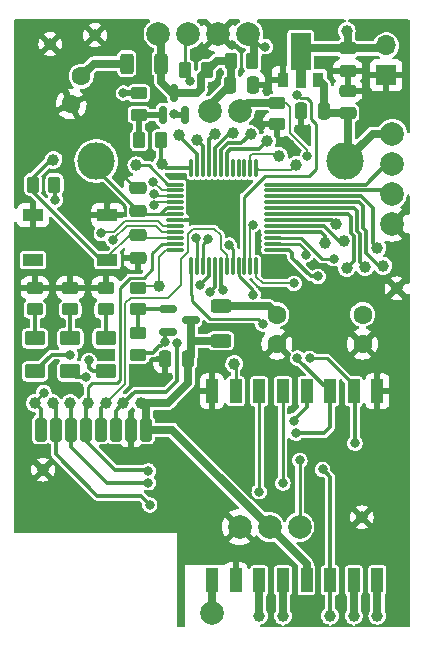
<source format=gtl>
%TF.GenerationSoftware,KiCad,Pcbnew,6.0.11-2627ca5db0~126~ubuntu22.04.1*%
%TF.CreationDate,2023-02-10T03:37:06+05:30*%
%TF.ProjectId,thermal_sampler,74686572-6d61-46c5-9f73-616d706c6572,rev?*%
%TF.SameCoordinates,Original*%
%TF.FileFunction,Copper,L1,Top*%
%TF.FilePolarity,Positive*%
%FSLAX46Y46*%
G04 Gerber Fmt 4.6, Leading zero omitted, Abs format (unit mm)*
G04 Created by KiCad (PCBNEW 6.0.11-2627ca5db0~126~ubuntu22.04.1) date 2023-02-10 03:37:06*
%MOMM*%
%LPD*%
G01*
G04 APERTURE LIST*
G04 Aperture macros list*
%AMRoundRect*
0 Rectangle with rounded corners*
0 $1 Rounding radius*
0 $2 $3 $4 $5 $6 $7 $8 $9 X,Y pos of 4 corners*
0 Add a 4 corners polygon primitive as box body*
4,1,4,$2,$3,$4,$5,$6,$7,$8,$9,$2,$3,0*
0 Add four circle primitives for the rounded corners*
1,1,$1+$1,$2,$3*
1,1,$1+$1,$4,$5*
1,1,$1+$1,$6,$7*
1,1,$1+$1,$8,$9*
0 Add four rect primitives between the rounded corners*
20,1,$1+$1,$2,$3,$4,$5,0*
20,1,$1+$1,$4,$5,$6,$7,0*
20,1,$1+$1,$6,$7,$8,$9,0*
20,1,$1+$1,$8,$9,$2,$3,0*%
%AMFreePoly0*
4,1,9,3.862500,-0.866500,0.737500,-0.866500,0.737500,-0.450000,-0.737500,-0.450000,-0.737500,0.450000,0.737500,0.450000,0.737500,0.866500,3.862500,0.866500,3.862500,-0.866500,3.862500,-0.866500,$1*%
G04 Aperture macros list end*
%TA.AperFunction,SMDPad,CuDef*%
%ADD10C,1.000000*%
%TD*%
%TA.AperFunction,SMDPad,CuDef*%
%ADD11C,2.000000*%
%TD*%
%TA.AperFunction,SMDPad,CuDef*%
%ADD12R,0.900000X1.300000*%
%TD*%
%TA.AperFunction,SMDPad,CuDef*%
%ADD13FreePoly0,90.000000*%
%TD*%
%TA.AperFunction,SMDPad,CuDef*%
%ADD14RoundRect,0.250000X-0.450000X0.262500X-0.450000X-0.262500X0.450000X-0.262500X0.450000X0.262500X0*%
%TD*%
%TA.AperFunction,ComponentPad*%
%ADD15C,1.600000*%
%TD*%
%TA.AperFunction,ComponentPad*%
%ADD16R,1.700000X1.700000*%
%TD*%
%TA.AperFunction,ComponentPad*%
%ADD17O,1.700000X1.700000*%
%TD*%
%TA.AperFunction,SMDPad,CuDef*%
%ADD18RoundRect,0.250000X0.250000X0.475000X-0.250000X0.475000X-0.250000X-0.475000X0.250000X-0.475000X0*%
%TD*%
%TA.AperFunction,SMDPad,CuDef*%
%ADD19RoundRect,0.250000X-0.625000X0.312500X-0.625000X-0.312500X0.625000X-0.312500X0.625000X0.312500X0*%
%TD*%
%TA.AperFunction,SMDPad,CuDef*%
%ADD20RoundRect,0.150000X-0.587500X-0.150000X0.587500X-0.150000X0.587500X0.150000X-0.587500X0.150000X0*%
%TD*%
%TA.AperFunction,SMDPad,CuDef*%
%ADD21RoundRect,0.250000X0.450000X-0.262500X0.450000X0.262500X-0.450000X0.262500X-0.450000X-0.262500X0*%
%TD*%
%TA.AperFunction,SMDPad,CuDef*%
%ADD22RoundRect,0.250000X0.475000X-0.250000X0.475000X0.250000X-0.475000X0.250000X-0.475000X-0.250000X0*%
%TD*%
%TA.AperFunction,SMDPad,CuDef*%
%ADD23RoundRect,0.150000X0.150000X-0.587500X0.150000X0.587500X-0.150000X0.587500X-0.150000X-0.587500X0*%
%TD*%
%TA.AperFunction,SMDPad,CuDef*%
%ADD24RoundRect,0.250000X-0.625000X0.375000X-0.625000X-0.375000X0.625000X-0.375000X0.625000X0.375000X0*%
%TD*%
%TA.AperFunction,SMDPad,CuDef*%
%ADD25RoundRect,0.250000X-0.312500X-0.625000X0.312500X-0.625000X0.312500X0.625000X-0.312500X0.625000X0*%
%TD*%
%TA.AperFunction,SMDPad,CuDef*%
%ADD26RoundRect,0.075000X-0.662500X-0.075000X0.662500X-0.075000X0.662500X0.075000X-0.662500X0.075000X0*%
%TD*%
%TA.AperFunction,SMDPad,CuDef*%
%ADD27RoundRect,0.075000X-0.075000X-0.662500X0.075000X-0.662500X0.075000X0.662500X-0.075000X0.662500X0*%
%TD*%
%TA.AperFunction,SMDPad,CuDef*%
%ADD28RoundRect,0.250000X-0.250000X-0.475000X0.250000X-0.475000X0.250000X0.475000X-0.250000X0.475000X0*%
%TD*%
%TA.AperFunction,SMDPad,CuDef*%
%ADD29RoundRect,0.250000X-0.262500X-0.450000X0.262500X-0.450000X0.262500X0.450000X-0.262500X0.450000X0*%
%TD*%
%TA.AperFunction,SMDPad,CuDef*%
%ADD30RoundRect,0.250000X0.250000X0.750000X-0.250000X0.750000X-0.250000X-0.750000X0.250000X-0.750000X0*%
%TD*%
%TA.AperFunction,SMDPad,CuDef*%
%ADD31R,1.000000X2.000000*%
%TD*%
%TA.AperFunction,SMDPad,CuDef*%
%ADD32R,1.700000X1.000000*%
%TD*%
%TA.AperFunction,SMDPad,CuDef*%
%ADD33RoundRect,0.250000X0.262500X0.450000X-0.262500X0.450000X-0.262500X-0.450000X0.262500X-0.450000X0*%
%TD*%
%TA.AperFunction,SMDPad,CuDef*%
%ADD34RoundRect,0.250000X-0.475000X0.250000X-0.475000X-0.250000X0.475000X-0.250000X0.475000X0.250000X0*%
%TD*%
%TA.AperFunction,ComponentPad*%
%ADD35C,3.175000*%
%TD*%
%TA.AperFunction,ViaPad*%
%ADD36C,0.800000*%
%TD*%
%TA.AperFunction,Conductor*%
%ADD37C,0.700000*%
%TD*%
%TA.AperFunction,Conductor*%
%ADD38C,0.200000*%
%TD*%
%TA.AperFunction,Conductor*%
%ADD39C,0.250000*%
%TD*%
%TA.AperFunction,Conductor*%
%ADD40C,0.500000*%
%TD*%
%TA.AperFunction,Conductor*%
%ADD41C,0.300000*%
%TD*%
G04 APERTURE END LIST*
D10*
%TO.P,TP1,1,1*%
%TO.N,+BATT*%
X167400000Y-123240000D03*
%TD*%
%TO.P,TP28,1,1*%
%TO.N,Net-(TP28-Pad1)*%
X156230000Y-131940000D03*
%TD*%
%TO.P,TP29,1,1*%
%TO.N,Net-(TP29-Pad1)*%
X157750000Y-131880000D03*
%TD*%
%TO.P,TP49,1,1*%
%TO.N,RFM95W_DIO5*%
X157881639Y-151414552D03*
%TD*%
D11*
%TO.P,J5,1,Pin_1*%
%TO.N,GND*%
X158330000Y-165230000D03*
%TO.P,J5,2,Pin_2*%
%TO.N,SWITCHED_RADIO_POWER*%
X160870000Y-165230000D03*
%TO.P,J5,3,Pin_3*%
%TO.N,FS1000A_DATA*%
X163410000Y-165230000D03*
%TD*%
D10*
%TO.P,TP37,1,1*%
%TO.N,Net-(TP37-Pad1)*%
X170010000Y-141640000D03*
%TD*%
%TO.P,TP42,1,1*%
%TO.N,Net-(TP42-Pad1)*%
X167147301Y-141004064D03*
%TD*%
%TO.P,TP43,1,1*%
%TO.N,Net-(TP43-Pad1)*%
X165597875Y-141223050D03*
%TD*%
%TO.P,TP59,1,1*%
%TO.N,SPI_SCK*%
X145500000Y-154750000D03*
%TD*%
%TO.P,TP58,1,1*%
%TO.N,SPI_MOSI*%
X144000000Y-154750000D03*
%TD*%
D12*
%TO.P,U1,1,GND*%
%TO.N,GND*%
X162000000Y-127375000D03*
D13*
%TO.P,U1,2,VIN*%
%TO.N,+BATT*%
X163500000Y-127287500D03*
D12*
%TO.P,U1,3,VOUT*%
%TO.N,+3V3*%
X165000000Y-127375000D03*
%TD*%
D14*
%TO.P,R13,1*%
%TO.N,NTC_OUT*%
X161500000Y-129337500D03*
%TO.P,R13,2*%
%TO.N,GND*%
X161500000Y-131162500D03*
%TD*%
D15*
%TO.P,C4,1*%
%TO.N,+3V3*%
X168750000Y-147250000D03*
%TO.P,C4,2*%
%TO.N,GND*%
X168750000Y-149750000D03*
%TD*%
D16*
%TO.P,J2,1,Pin_1*%
%TO.N,GND*%
X170750000Y-127000000D03*
D17*
%TO.P,J2,2,Pin_2*%
%TO.N,+BATT*%
X170750000Y-124460000D03*
%TD*%
D18*
%TO.P,C7,1*%
%TO.N,SWITCHED_RADIO_POWER*%
X153950000Y-151000000D03*
%TO.P,C7,2*%
%TO.N,GND*%
X152050000Y-151000000D03*
%TD*%
D19*
%TO.P,R7,1*%
%TO.N,Net-(C8-Pad1)*%
X156750000Y-146537500D03*
%TO.P,R7,2*%
%TO.N,SWITCHED_RADIO_POWER*%
X156750000Y-149462500D03*
%TD*%
D20*
%TO.P,Q1,1,G*%
%TO.N,Net-(Q1-Pad1)*%
X152312500Y-146800000D03*
%TO.P,Q1,2,S*%
%TO.N,+3V3*%
X152312500Y-148700000D03*
%TO.P,Q1,3,D*%
%TO.N,SWITCHED_RADIO_POWER*%
X154187500Y-147750000D03*
%TD*%
D10*
%TO.P,TP47,1,1*%
%TO.N,RADIO_SW*%
X151510745Y-144875147D03*
%TD*%
%TO.P,TP50,1,1*%
%TO.N,RFM95W_DIO4*%
X162000000Y-172750000D03*
%TD*%
%TO.P,TP51,1,1*%
%TO.N,RFM95W_DIO3*%
X160000000Y-172750000D03*
%TD*%
D21*
%TO.P,R11,1*%
%TO.N,Net-(Q2-Pad1)*%
X149814102Y-130337394D03*
%TO.P,R11,2*%
%TO.N,+3V3*%
X149814102Y-128512394D03*
%TD*%
D22*
%TO.P,C5,1*%
%TO.N,GND*%
X149750000Y-142450000D03*
%TO.P,C5,2*%
%TO.N,MCU_RST*%
X149750000Y-140550000D03*
%TD*%
D11*
%TO.P,J6,1,Pin_1*%
%TO.N,SWITCHED_SENSOR_POWER*%
X151460000Y-123500000D03*
%TO.P,J6,2,Pin_2*%
%TO.N,ZS05_SDA*%
X154000000Y-123500000D03*
%TO.P,J6,3,Pin_3*%
%TO.N,GND*%
X156540000Y-123500000D03*
%TO.P,J6,4,Pin_4*%
%TO.N,ZS05_SCL*%
X159080000Y-123500000D03*
%TD*%
D15*
%TO.P,C8,1*%
%TO.N,Net-(C8-Pad1)*%
X161500000Y-147250000D03*
%TO.P,C8,2*%
%TO.N,GND*%
X161500000Y-149750000D03*
%TD*%
D14*
%TO.P,R3,1*%
%TO.N,GND*%
X147000000Y-145000000D03*
%TO.P,R3,2*%
%TO.N,Net-(D2-Pad1)*%
X147000000Y-146825000D03*
%TD*%
D10*
%TO.P,TP45,1,1*%
%TO.N,NRF_CE*%
X148500000Y-154750000D03*
%TD*%
%TO.P,TP36,1,1*%
%TO.N,Net-(TP36-Pad1)*%
X163110000Y-134580000D03*
%TD*%
%TO.P,TP38,1,1*%
%TO.N,Net-(TP38-Pad1)*%
X170516242Y-143132158D03*
%TD*%
%TO.P,TP10,1,1*%
%TO.N,GND*%
X141690000Y-160390000D03*
%TD*%
%TO.P,TP57,1,1*%
%TO.N,SPI_MISO*%
X142500000Y-154750000D03*
%TD*%
%TO.P,TP39,1,1*%
%TO.N,Net-(TP39-Pad1)*%
X168959117Y-143239234D03*
%TD*%
D23*
%TO.P,Q2,1,G*%
%TO.N,Net-(Q2-Pad1)*%
X151817220Y-130333213D03*
%TO.P,Q2,2,S*%
%TO.N,+3V3*%
X153717220Y-130333213D03*
%TO.P,Q2,3,D*%
%TO.N,SWITCHED_SENSOR_POWER*%
X152767220Y-128458213D03*
%TD*%
D18*
%TO.P,C2,1*%
%TO.N,+3V3*%
X165450000Y-130000000D03*
%TO.P,C2,2*%
%TO.N,GND*%
X163550000Y-130000000D03*
%TD*%
D14*
%TO.P,R6,1*%
%TO.N,Net-(Q1-Pad1)*%
X149750000Y-148837500D03*
%TO.P,R6,2*%
%TO.N,+3V3*%
X149750000Y-150662500D03*
%TD*%
D10*
%TO.P,TP46,1,1*%
%TO.N,NRF_IRQ*%
X141000000Y-154750000D03*
%TD*%
%TO.P,TP48,1,1*%
%TO.N,SWITCHED_RADIO_POWER*%
X150000000Y-154750000D03*
%TD*%
D11*
%TO.P,J4,1,Pin_1*%
%TO.N,Net-(J4-Pad1)*%
X156000000Y-172500000D03*
%TD*%
D24*
%TO.P,D2,1,K*%
%TO.N,Net-(D2-Pad1)*%
X147000000Y-149262500D03*
%TO.P,D2,2,A*%
%TO.N,LED1*%
X147000000Y-152062500D03*
%TD*%
D25*
%TO.P,R12,1*%
%TO.N,Net-(C10-Pad1)*%
X148787500Y-126000000D03*
%TO.P,R12,2*%
%TO.N,SWITCHED_SENSOR_POWER*%
X151712500Y-126000000D03*
%TD*%
D26*
%TO.P,U2,1,PC13*%
%TO.N,Net-(TP19-Pad1)*%
X152837500Y-136250000D03*
%TO.P,U2,2,PC14-OSC32_IN*%
%TO.N,Net-(TP20-Pad1)*%
X152837500Y-136750000D03*
%TO.P,U2,3,PC15-OSC32_OUT*%
%TO.N,Net-(TP21-Pad1)*%
X152837500Y-137250000D03*
%TO.P,U2,4,VBAT*%
%TO.N,Net-(TP22-Pad1)*%
X152837500Y-137750000D03*
%TO.P,U2,5,VREF+*%
%TO.N,+3V3*%
X152837500Y-138250000D03*
%TO.P,U2,6,VDD/VDDA*%
X152837500Y-138750000D03*
%TO.P,U2,7,VSS/VSSA*%
%TO.N,GND*%
X152837500Y-139250000D03*
%TO.P,U2,8,PF0-OSC_IN*%
%TO.N,Net-(TP23-Pad1)*%
X152837500Y-139750000D03*
%TO.P,U2,9,PF1-OSC_OUT*%
%TO.N,Net-(TP24-Pad1)*%
X152837500Y-140250000D03*
%TO.P,U2,10,NRST*%
%TO.N,MCU_RST*%
X152837500Y-140750000D03*
%TO.P,U2,11,PA0*%
%TO.N,SPI_SCK*%
X152837500Y-141250000D03*
%TO.P,U2,12,PA1*%
%TO.N,RADIO_SW*%
X152837500Y-141750000D03*
D27*
%TO.P,U2,13,PA2*%
%TO.N,FS1000A_DATA*%
X154250000Y-143162500D03*
%TO.P,U2,14,PA3*%
%TO.N,SPI_MISO*%
X154750000Y-143162500D03*
%TO.P,U2,15,PA4*%
%TO.N,SPI_MOSI*%
X155250000Y-143162500D03*
%TO.P,U2,16,PA5*%
%TO.N,LED0*%
X155750000Y-143162500D03*
%TO.P,U2,17,PA6*%
%TO.N,LED1*%
X156250000Y-143162500D03*
%TO.P,U2,18,PA7*%
%TO.N,LED2*%
X156750000Y-143162500D03*
%TO.P,U2,19,PB0*%
%TO.N,NRF_CS*%
X157250000Y-143162500D03*
%TO.P,U2,20,PB1*%
%TO.N,NRF_CE*%
X157750000Y-143162500D03*
%TO.P,U2,21,PB2*%
%TO.N,NRF_IRQ*%
X158250000Y-143162500D03*
%TO.P,U2,22,PB10*%
%TO.N,ZS05_SCL*%
X158750000Y-143162500D03*
%TO.P,U2,23,PB11*%
%TO.N,ZS05_SDA*%
X159250000Y-143162500D03*
%TO.P,U2,24,PB12*%
%TO.N,NTC_OUT*%
X159750000Y-143162500D03*
D26*
%TO.P,U2,25,PB13*%
%TO.N,RFM95W_IRQ*%
X161162500Y-141750000D03*
%TO.P,U2,26,PB14*%
%TO.N,RFM95W_CS*%
X161162500Y-141250000D03*
%TO.P,U2,27,PB15*%
%TO.N,RFM95W_RESET*%
X161162500Y-140750000D03*
%TO.P,U2,28,PA8*%
%TO.N,Net-(TP43-Pad1)*%
X161162500Y-140250000D03*
%TO.P,U2,29,PA9*%
%TO.N,Net-(TP42-Pad1)*%
X161162500Y-139750000D03*
%TO.P,U2,30,PC6*%
%TO.N,Net-(TP41-Pad1)*%
X161162500Y-139250000D03*
%TO.P,U2,31,PC7*%
%TO.N,Net-(TP40-Pad1)*%
X161162500Y-138750000D03*
%TO.P,U2,32,PA10*%
%TO.N,Net-(TP39-Pad1)*%
X161162500Y-138250000D03*
%TO.P,U2,33,PA11_PA9*%
%TO.N,Net-(TP38-Pad1)*%
X161162500Y-137750000D03*
%TO.P,U2,34,PA12_PA10*%
%TO.N,Net-(TP37-Pad1)*%
X161162500Y-137250000D03*
%TO.P,U2,35,PA13*%
%TO.N,SWD_SWIO*%
X161162500Y-136750000D03*
%TO.P,U2,36,PA14-BOOT0*%
%TO.N,SWD_SWCLK*%
X161162500Y-136250000D03*
D27*
%TO.P,U2,37,PA15*%
%TO.N,Net-(TP36-Pad1)*%
X159750000Y-134837500D03*
%TO.P,U2,38,PD0*%
%TO.N,Net-(TP35-Pad1)*%
X159250000Y-134837500D03*
%TO.P,U2,39,PD1*%
%TO.N,Net-(TP34-Pad1)*%
X158750000Y-134837500D03*
%TO.P,U2,40,PD2*%
%TO.N,Net-(TP33-Pad1)*%
X158250000Y-134837500D03*
%TO.P,U2,41,PD3*%
%TO.N,Net-(TP32-Pad1)*%
X157750000Y-134837500D03*
%TO.P,U2,42,PB3*%
%TO.N,Net-(TP31-Pad1)*%
X157250000Y-134837500D03*
%TO.P,U2,43,PB4*%
%TO.N,Net-(TP30-Pad1)*%
X156750000Y-134837500D03*
%TO.P,U2,44,PB5*%
%TO.N,Net-(TP29-Pad1)*%
X156250000Y-134837500D03*
%TO.P,U2,45,PB6*%
%TO.N,Net-(TP28-Pad1)*%
X155750000Y-134837500D03*
%TO.P,U2,46,PB7*%
%TO.N,Net-(TP27-Pad1)*%
X155250000Y-134837500D03*
%TO.P,U2,47,PB8*%
%TO.N,Net-(TP26-Pad1)*%
X154750000Y-134837500D03*
%TO.P,U2,48,PB9*%
%TO.N,SENSOR_SW*%
X154250000Y-134837500D03*
%TD*%
D10*
%TO.P,TP61,1,1*%
%TO.N,SENSOR_SW*%
X151750000Y-134500000D03*
%TD*%
%TO.P,TP41,1,1*%
%TO.N,Net-(TP41-Pad1)*%
X166516991Y-139600574D03*
%TD*%
D21*
%TO.P,R5,1*%
%TO.N,Net-(Q1-Pad1)*%
X149750000Y-146825000D03*
%TO.P,R5,2*%
%TO.N,RADIO_SW*%
X149750000Y-145000000D03*
%TD*%
D14*
%TO.P,R2,1*%
%TO.N,GND*%
X144000000Y-145000000D03*
%TO.P,R2,2*%
%TO.N,Net-(D1-Pad1)*%
X144000000Y-146825000D03*
%TD*%
D28*
%TO.P,C9,1*%
%TO.N,SWITCHED_SENSOR_POWER*%
X157552902Y-127815186D03*
%TO.P,C9,2*%
%TO.N,GND*%
X159452902Y-127815186D03*
%TD*%
D22*
%TO.P,C6,1*%
%TO.N,+3V3*%
X149750000Y-138450000D03*
%TO.P,C6,2*%
%TO.N,GND*%
X149750000Y-136550000D03*
%TD*%
D29*
%TO.P,R1,1*%
%TO.N,MCU_RST*%
X140837500Y-136250000D03*
%TO.P,R1,2*%
%TO.N,+3V3*%
X142662500Y-136250000D03*
%TD*%
D10*
%TO.P,TP9,1,1*%
%TO.N,GND*%
X146100000Y-123600000D03*
%TD*%
D30*
%TO.P,U3,1,VDD*%
%TO.N,SWITCHED_RADIO_POWER*%
X150400000Y-157000000D03*
%TO.P,U3,2,VSS*%
%TO.N,GND*%
X149130000Y-157000000D03*
%TO.P,U3,3,CE*%
%TO.N,NRF_CE*%
X147860000Y-157000000D03*
%TO.P,U3,4,CSN*%
%TO.N,NRF_CS*%
X146590000Y-157000000D03*
%TO.P,U3,5,SCK*%
%TO.N,SPI_SCK*%
X145320000Y-157000000D03*
%TO.P,U3,6,MOSI*%
%TO.N,SPI_MOSI*%
X144050000Y-157000000D03*
%TO.P,U3,7,MISO*%
%TO.N,SPI_MISO*%
X142780000Y-157000000D03*
%TO.P,U3,8,IRQ*%
%TO.N,NRF_IRQ*%
X141510000Y-157000000D03*
%TD*%
D24*
%TO.P,D1,1,K*%
%TO.N,Net-(D1-Pad1)*%
X144000000Y-149262500D03*
%TO.P,D1,2,A*%
%TO.N,LED2*%
X144000000Y-152062500D03*
%TD*%
D11*
%TO.P,J7,1,Pin_1*%
%TO.N,NTC_OUT*%
X158374190Y-130000000D03*
%TO.P,J7,2,Pin_2*%
%TO.N,SWITCHED_SENSOR_POWER*%
X155834190Y-130000000D03*
%TD*%
D29*
%TO.P,R9,1*%
%TO.N,SWITCHED_SENSOR_POWER*%
X157587500Y-125750000D03*
%TO.P,R9,2*%
%TO.N,ZS05_SCL*%
X159412500Y-125750000D03*
%TD*%
D10*
%TO.P,TP19,1,1*%
%TO.N,Net-(TP19-Pad1)*%
X149602658Y-134613853D03*
%TD*%
%TO.P,TP26,1,1*%
%TO.N,Net-(TP26-Pad1)*%
X153190612Y-132091864D03*
%TD*%
D31*
%TO.P,U4,1,GND*%
%TO.N,GND*%
X170000000Y-153750000D03*
%TO.P,U4,2,MISO*%
%TO.N,SPI_MISO*%
X168000000Y-153750000D03*
%TO.P,U4,3,MOSI*%
%TO.N,SPI_MOSI*%
X166000000Y-153750000D03*
%TO.P,U4,4,SCK*%
%TO.N,SPI_SCK*%
X164000000Y-153750000D03*
%TO.P,U4,5,NSS*%
%TO.N,RFM95W_CS*%
X162000000Y-153750000D03*
%TO.P,U4,6,RESET*%
%TO.N,RFM95W_RESET*%
X160000000Y-153750000D03*
%TO.P,U4,7,DIO5*%
%TO.N,RFM95W_DIO5*%
X158000000Y-153750000D03*
%TO.P,U4,8,GND*%
%TO.N,GND*%
X156000000Y-153750000D03*
%TO.P,U4,9,ANT*%
%TO.N,Net-(J4-Pad1)*%
X156000000Y-169750000D03*
%TO.P,U4,10,GND*%
%TO.N,GND*%
X158000000Y-169750000D03*
%TO.P,U4,11,DIO3*%
%TO.N,RFM95W_DIO3*%
X160000000Y-169750000D03*
%TO.P,U4,12,DIO4*%
%TO.N,RFM95W_DIO4*%
X162000000Y-169750000D03*
%TO.P,U4,13,3.3V*%
%TO.N,SWITCHED_RADIO_POWER*%
X164000000Y-169750000D03*
%TO.P,U4,14,DIO0*%
%TO.N,RFM95W_IRQ*%
X166000000Y-169750000D03*
%TO.P,U4,15,DIO1*%
%TO.N,RFM95W_DIO1*%
X168000000Y-169750000D03*
%TO.P,U4,16,DIO2*%
%TO.N,RFM95W_DIO2*%
X170000000Y-169750000D03*
%TD*%
D11*
%TO.P,J3,1,Pin_1*%
%TO.N,GND*%
X171250000Y-139560000D03*
%TO.P,J3,2,Pin_2*%
%TO.N,SWD_SWIO*%
X171250000Y-137020000D03*
%TO.P,J3,3,Pin_3*%
%TO.N,SWD_SWCLK*%
X171250000Y-134480000D03*
%TO.P,J3,4,Pin_4*%
%TO.N,+3V3*%
X171250000Y-131940000D03*
%TD*%
D10*
%TO.P,TP40,1,1*%
%TO.N,Net-(TP40-Pad1)*%
X167408313Y-143295525D03*
%TD*%
%TO.P,TP12,1,1*%
%TO.N,GND*%
X171620000Y-145040000D03*
%TD*%
D32*
%TO.P,SW1,1,1*%
%TO.N,GND*%
X147150000Y-138850000D03*
X140850000Y-138850000D03*
%TO.P,SW1,2,2*%
%TO.N,MCU_RST*%
X140850000Y-142650000D03*
X147150000Y-142650000D03*
%TD*%
D10*
%TO.P,TP44,1,1*%
%TO.N,NRF_CS*%
X147000000Y-154750000D03*
%TD*%
D24*
%TO.P,D3,1,K*%
%TO.N,Net-(D3-Pad1)*%
X141000000Y-149262500D03*
%TO.P,D3,2,A*%
%TO.N,LED0*%
X141000000Y-152062500D03*
%TD*%
D33*
%TO.P,R8,2*%
%TO.N,ZS05_SDA*%
X153737500Y-126580000D03*
%TO.P,R8,1*%
%TO.N,SWITCHED_SENSOR_POWER*%
X155562500Y-126580000D03*
%TD*%
D34*
%TO.P,C1,1*%
%TO.N,+BATT*%
X167500000Y-124725000D03*
%TO.P,C1,2*%
%TO.N,GND*%
X167500000Y-126625000D03*
%TD*%
D10*
%TO.P,TP52,1,1*%
%TO.N,RFM95W_DIO2*%
X170000000Y-172750000D03*
%TD*%
%TO.P,TP53,1,1*%
%TO.N,RFM95W_DIO1*%
X168000000Y-172750000D03*
%TD*%
%TO.P,TP35,1,1*%
%TO.N,Net-(TP35-Pad1)*%
X161650000Y-133800000D03*
%TD*%
D29*
%TO.P,R10,1*%
%TO.N,Net-(Q2-Pad1)*%
X149837500Y-132488900D03*
%TO.P,R10,2*%
%TO.N,SENSOR_SW*%
X151662500Y-132488900D03*
%TD*%
D10*
%TO.P,TP13,1,1*%
%TO.N,GND*%
X142304403Y-124342901D03*
%TD*%
D15*
%TO.P,C10,1*%
%TO.N,Net-(C10-Pad1)*%
X144927525Y-127075384D03*
%TO.P,C10,2*%
%TO.N,GND*%
X144072475Y-129424616D03*
%TD*%
D10*
%TO.P,TP54,1,1*%
%TO.N,RFM95W_IRQ*%
X166000000Y-172750000D03*
%TD*%
%TO.P,TP27,1,1*%
%TO.N,Net-(TP27-Pad1)*%
X154760000Y-132480000D03*
%TD*%
%TO.P,TP14,1,1*%
%TO.N,MCU_RST*%
X142578458Y-134164229D03*
%TD*%
D22*
%TO.P,C3,1*%
%TO.N,+3V3*%
X167500000Y-130200000D03*
%TO.P,C3,2*%
%TO.N,GND*%
X167500000Y-128300000D03*
%TD*%
D14*
%TO.P,R4,1*%
%TO.N,GND*%
X141000000Y-145000000D03*
%TO.P,R4,2*%
%TO.N,Net-(D3-Pad1)*%
X141000000Y-146825000D03*
%TD*%
D10*
%TO.P,TP11,1,1*%
%TO.N,GND*%
X168670000Y-164420000D03*
%TD*%
%TO.P,TP31,1,1*%
%TO.N,Net-(TP31-Pad1)*%
X160658682Y-132580539D03*
%TD*%
%TO.P,TP30,1,1*%
%TO.N,Net-(TP30-Pad1)*%
X159260000Y-131970000D03*
%TD*%
D35*
%TO.P,J1,2,Pin_2*%
%TO.N,+3V3*%
X167300000Y-134250000D03*
X146200000Y-134250000D03*
%TD*%
D36*
%TO.N,GND*%
X156356421Y-159403625D03*
X157000000Y-138000000D03*
X156000000Y-128000000D03*
X149500000Y-152000000D03*
X157720000Y-124450500D03*
X163564622Y-131825378D03*
X160140000Y-131250000D03*
X148320000Y-135340000D03*
X153599056Y-154729056D03*
X161400000Y-142850000D03*
X171500000Y-141750000D03*
X153920000Y-159700000D03*
X160655703Y-128322550D03*
X147250000Y-150750000D03*
X141000000Y-133000000D03*
X162575378Y-132814622D03*
X151855023Y-152985023D03*
%TO.N,+3V3*%
X142735950Y-137555002D03*
X152000000Y-149570213D03*
X152766420Y-130299669D03*
X148500000Y-128500000D03*
%TO.N,LED2*%
X145307694Y-152542307D03*
X156931348Y-145198117D03*
%TO.N,LED1*%
X155815093Y-145320748D03*
X145580000Y-151130000D03*
%TO.N,LED0*%
X144002298Y-150647702D03*
X154974500Y-144780000D03*
%TO.N,FS1000A_DATA*%
X163440000Y-159600000D03*
X160320000Y-148050000D03*
%TO.N,ZS05_SDA*%
X159474500Y-139630000D03*
X154100500Y-127508713D03*
%TO.N,ZS05_SCL*%
X160500000Y-124580000D03*
X163190000Y-128624502D03*
%TO.N,NTC_OUT*%
X162943175Y-144606825D03*
X164065500Y-133870000D03*
%TO.N,Net-(TP20-Pad1)*%
X151017217Y-135993335D03*
%TO.N,Net-(TP21-Pad1)*%
X151047420Y-137012781D03*
%TO.N,Net-(TP22-Pad1)*%
X151053497Y-138012265D03*
%TO.N,Net-(TP23-Pad1)*%
X146625000Y-140375000D03*
%TO.N,Net-(TP24-Pad1)*%
X147625000Y-140949500D03*
%TO.N,SPI_SCK*%
X150607130Y-160492402D03*
X162921083Y-156232668D03*
%TO.N,SPI_MISO*%
X150723865Y-163365735D03*
X154636252Y-140777843D03*
X168100000Y-158150000D03*
X164274977Y-150965023D03*
%TO.N,SPI_MOSI*%
X163081345Y-157301083D03*
X163230000Y-150950000D03*
X155631984Y-140864585D03*
X150610967Y-161491897D03*
%TO.N,NRF_CE*%
X153060000Y-149690000D03*
X157460023Y-141379977D03*
%TO.N,NRF_IRQ*%
X159475000Y-145588000D03*
X141755000Y-153855000D03*
%TO.N,RFM95W_IRQ*%
X164976351Y-144023649D03*
X165362701Y-160362701D03*
%TO.N,RFM95W_CS*%
X163943250Y-142192948D03*
X162000000Y-161525500D03*
%TO.N,RFM95W_RESET*%
X160000000Y-162250000D03*
X166298352Y-142522094D03*
%TD*%
D37*
%TO.N,SWITCHED_SENSOR_POWER*%
X154741787Y-128458213D02*
X152767220Y-128458213D01*
X155050000Y-128150000D02*
X154741787Y-128458213D01*
X155050000Y-127092500D02*
X155050000Y-128150000D01*
X155562500Y-126580000D02*
X155050000Y-127092500D01*
D38*
%TO.N,ZS05_SDA*%
X154100500Y-126943000D02*
X153737500Y-126580000D01*
X154100500Y-127508713D02*
X154100500Y-126943000D01*
D39*
X153737500Y-123762500D02*
X154000000Y-123500000D01*
X153737500Y-126580000D02*
X153737500Y-123762500D01*
D37*
%TO.N,SWITCHED_SENSOR_POWER*%
X156392500Y-125750000D02*
X155562500Y-126580000D01*
X157587500Y-125750000D02*
X156392500Y-125750000D01*
%TO.N,+BATT*%
X164275000Y-124725000D02*
X163500000Y-125500000D01*
X167500000Y-124725000D02*
X170485000Y-124725000D01*
X167500000Y-124725000D02*
X167500000Y-123340000D01*
X167500000Y-123340000D02*
X167400000Y-123240000D01*
X163500000Y-125500000D02*
X163500000Y-127287500D01*
X170485000Y-124725000D02*
X170750000Y-124460000D01*
X167500000Y-124725000D02*
X164275000Y-124725000D01*
D40*
%TO.N,GND*%
X157490500Y-124450500D02*
X156540000Y-123500000D01*
D39*
X149750000Y-136550000D02*
X149530000Y-136550000D01*
X152837500Y-139250000D02*
X154050000Y-139250000D01*
D40*
X157720000Y-124450500D02*
X157490500Y-124450500D01*
D39*
X154050000Y-139250000D02*
X155300000Y-138000000D01*
X155300000Y-138000000D02*
X157000000Y-138000000D01*
X149530000Y-136550000D02*
X148320000Y-135340000D01*
%TO.N,+3V3*%
X152090000Y-138250000D02*
X151590000Y-138750000D01*
D41*
X151551472Y-149925000D02*
X150994175Y-150482297D01*
X152000000Y-149570213D02*
X152000000Y-149012500D01*
X150994175Y-150482297D02*
X149930203Y-150482297D01*
X152000000Y-149570213D02*
X151645213Y-149925000D01*
D37*
X171250000Y-131940000D02*
X169610000Y-131940000D01*
X167500000Y-130200000D02*
X165650000Y-130200000D01*
X167500000Y-130200000D02*
X167500000Y-134050000D01*
D39*
X146200000Y-134900000D02*
X146200000Y-134250000D01*
D37*
X165650000Y-130200000D02*
X165450000Y-130000000D01*
X167500000Y-134050000D02*
X167300000Y-134250000D01*
D40*
X152799964Y-130333213D02*
X152766420Y-130299669D01*
D37*
X165450000Y-130000000D02*
X165450000Y-127825000D01*
D39*
X151590000Y-138750000D02*
X150050000Y-138750000D01*
D40*
X153717220Y-130333213D02*
X152799964Y-130333213D01*
X149814102Y-128512394D02*
X148512394Y-128512394D01*
D39*
X149750000Y-138450000D02*
X146200000Y-134900000D01*
X152837500Y-138250000D02*
X152090000Y-138250000D01*
D41*
X142735950Y-136323450D02*
X142662500Y-136250000D01*
D37*
X165450000Y-127825000D02*
X165000000Y-127375000D01*
D39*
X152837500Y-138750000D02*
X151590000Y-138750000D01*
D41*
X142735950Y-137555002D02*
X142735950Y-136323450D01*
D39*
X150050000Y-138750000D02*
X149750000Y-138450000D01*
D41*
X152000000Y-149012500D02*
X152312500Y-148700000D01*
X151645213Y-149925000D02*
X151551472Y-149925000D01*
D37*
X169610000Y-131940000D02*
X167300000Y-134250000D01*
D41*
X149930203Y-150482297D02*
X149750000Y-150662500D01*
D40*
X148512394Y-128512394D02*
X148500000Y-128500000D01*
D41*
%TO.N,MCU_RST*%
X140837500Y-136250000D02*
X140837500Y-135652500D01*
X142325771Y-134164229D02*
X142578458Y-134164229D01*
X140837500Y-135652500D02*
X142325771Y-134164229D01*
D38*
X147150000Y-142650000D02*
X147150000Y-142414450D01*
D41*
X146632975Y-142650000D02*
X140837500Y-136854525D01*
D38*
X149014450Y-140550000D02*
X149750000Y-140550000D01*
X147150000Y-142414450D02*
X149014450Y-140550000D01*
D41*
X140837500Y-136854525D02*
X140837500Y-136250000D01*
X147150000Y-142650000D02*
X146632975Y-142650000D01*
D38*
X152837500Y-140750000D02*
X149950000Y-140750000D01*
D41*
X147150000Y-142650000D02*
X146900000Y-142650000D01*
D38*
X149950000Y-140750000D02*
X149750000Y-140550000D01*
D37*
%TO.N,SWITCHED_RADIO_POWER*%
X154187500Y-149421807D02*
X154228193Y-149462500D01*
X164000000Y-168390000D02*
X164000000Y-169750000D01*
X154187500Y-147750000D02*
X154187500Y-149421807D01*
X150400000Y-157000000D02*
X152610000Y-157000000D01*
X153950000Y-153035315D02*
X152235315Y-154750000D01*
X150400000Y-157000000D02*
X150400000Y-155150000D01*
X150400000Y-155150000D02*
X150000000Y-154750000D01*
X154187500Y-150762500D02*
X153950000Y-151000000D01*
X152610000Y-157000000D02*
X164000000Y-168390000D01*
X154187500Y-147750000D02*
X154187500Y-150762500D01*
X154228193Y-149462500D02*
X156750000Y-149462500D01*
X152235315Y-154750000D02*
X150000000Y-154750000D01*
X153950000Y-151000000D02*
X153950000Y-153035315D01*
%TO.N,Net-(C8-Pad1)*%
X160787500Y-146537500D02*
X161500000Y-147250000D01*
X156750000Y-146537500D02*
X160787500Y-146537500D01*
%TO.N,SWITCHED_SENSOR_POWER*%
X152767220Y-128458213D02*
X152638213Y-128458213D01*
X155834190Y-130000000D02*
X155834190Y-129533898D01*
X151712500Y-123752500D02*
X151460000Y-123500000D01*
X157587500Y-125750000D02*
X157587500Y-127780588D01*
X151712500Y-126000000D02*
X151712500Y-123752500D01*
X157587500Y-127780588D02*
X157552902Y-127815186D01*
X151712500Y-127532500D02*
X151712500Y-126000000D01*
X155834190Y-129533898D02*
X157552902Y-127815186D01*
X152638213Y-128458213D02*
X151712500Y-127532500D01*
%TO.N,Net-(C10-Pad1)*%
X148787500Y-126000000D02*
X146002909Y-126000000D01*
X146002909Y-126000000D02*
X144927525Y-127075384D01*
D41*
%TO.N,Net-(D1-Pad1)*%
X144000000Y-146825000D02*
X144000000Y-149262500D01*
%TO.N,LED2*%
X144479807Y-152542307D02*
X144000000Y-152062500D01*
X145307694Y-152542307D02*
X144479807Y-152542307D01*
X156750000Y-145016769D02*
X156750000Y-143162500D01*
X156931348Y-145198117D02*
X156750000Y-145016769D01*
%TO.N,Net-(D2-Pad1)*%
X147000000Y-146825000D02*
X147000000Y-149262500D01*
%TO.N,LED1*%
X156250000Y-144885841D02*
X156250000Y-143162500D01*
X145887842Y-152062500D02*
X147000000Y-152062500D01*
X145580000Y-151130000D02*
X145580000Y-151754658D01*
X145580000Y-151754658D02*
X145887842Y-152062500D01*
X155815093Y-145320748D02*
X156250000Y-144885841D01*
%TO.N,Net-(D3-Pad1)*%
X141000000Y-146825000D02*
X141000000Y-149262500D01*
%TO.N,LED0*%
X142414798Y-150647702D02*
X141000000Y-152062500D01*
X144002298Y-150647702D02*
X142414798Y-150647702D01*
X155750000Y-144004500D02*
X155750000Y-143162500D01*
X154974500Y-144780000D02*
X155750000Y-144004500D01*
%TO.N,SWD_SWIO*%
X161162500Y-136750000D02*
X170980000Y-136750000D01*
X170980000Y-136750000D02*
X171250000Y-137020000D01*
%TO.N,SWD_SWCLK*%
X169000000Y-136250000D02*
X161162500Y-136250000D01*
X170770000Y-134480000D02*
X169000000Y-136250000D01*
X171250000Y-134480000D02*
X170770000Y-134480000D01*
D37*
%TO.N,Net-(J4-Pad1)*%
X156000000Y-169750000D02*
X156000000Y-172500000D01*
D39*
%TO.N,FS1000A_DATA*%
X154250000Y-145590000D02*
X154250000Y-143162500D01*
X154290000Y-145630000D02*
X154250000Y-145590000D01*
X163440000Y-159600000D02*
X163440000Y-165200000D01*
X154290000Y-146086223D02*
X154290000Y-145630000D01*
X155823777Y-147620000D02*
X154290000Y-146086223D01*
X160320000Y-148050000D02*
X159890000Y-147620000D01*
X163440000Y-165200000D02*
X163410000Y-165230000D01*
X159890000Y-147620000D02*
X155823777Y-147620000D01*
D38*
%TO.N,ZS05_SDA*%
X159250000Y-143162500D02*
X159250000Y-139854500D01*
X159250000Y-139854500D02*
X159474500Y-139630000D01*
D39*
%TO.N,ZS05_SCL*%
X163190000Y-128624502D02*
X163515498Y-128950000D01*
D37*
X159557215Y-125605285D02*
X159412500Y-125750000D01*
D39*
X158750000Y-137260000D02*
X158750000Y-143162500D01*
X160500000Y-124580000D02*
X160160000Y-124580000D01*
X163515498Y-128950000D02*
X164038173Y-128950000D01*
X164210000Y-135550000D02*
X160460000Y-135550000D01*
X164038173Y-128950000D02*
X164375000Y-129286827D01*
X164790000Y-131128173D02*
X164790000Y-134970000D01*
X164790000Y-134970000D02*
X164210000Y-135550000D01*
X164375000Y-130713173D02*
X164790000Y-131128173D01*
D37*
X159557215Y-123977215D02*
X159557215Y-125605285D01*
X159080000Y-123500000D02*
X159557215Y-123977215D01*
D39*
X160160000Y-124580000D02*
X159080000Y-123500000D01*
X164375000Y-129286827D02*
X164375000Y-130713173D01*
X160460000Y-135550000D02*
X158750000Y-137260000D01*
D37*
%TO.N,NTC_OUT*%
X159036690Y-129337500D02*
X158374190Y-130000000D01*
D38*
X159750000Y-144080000D02*
X159750000Y-143162500D01*
X164065500Y-133315500D02*
X162624255Y-131874255D01*
X162624255Y-129716608D02*
X162245147Y-129337500D01*
X162624255Y-131874255D02*
X162624255Y-129716608D01*
D37*
X161500000Y-129337500D02*
X159036690Y-129337500D01*
D38*
X162943175Y-144606825D02*
X160276825Y-144606825D01*
X162245147Y-129337500D02*
X161500000Y-129337500D01*
X164065500Y-133870000D02*
X164065500Y-133315500D01*
X160276825Y-144606825D02*
X159750000Y-144080000D01*
D41*
%TO.N,Net-(Q1-Pad1)*%
X149775000Y-146800000D02*
X149750000Y-146825000D01*
X149750000Y-148837500D02*
X149750000Y-146825000D01*
X152312500Y-146800000D02*
X149775000Y-146800000D01*
D40*
%TO.N,Net-(Q2-Pad1)*%
X149818283Y-130333213D02*
X149814102Y-130337394D01*
X149814102Y-132465502D02*
X149837500Y-132488900D01*
X151817220Y-130333213D02*
X149818283Y-130333213D01*
X149814102Y-130337394D02*
X149814102Y-132465502D01*
D38*
%TO.N,RADIO_SW*%
X151510745Y-142382711D02*
X151510745Y-144875147D01*
X149874853Y-144875147D02*
X149750000Y-145000000D01*
X152143456Y-141750000D02*
X151510745Y-142382711D01*
X152837500Y-141750000D02*
X152143456Y-141750000D01*
X151510745Y-144875147D02*
X149874853Y-144875147D01*
D41*
%TO.N,SENSOR_SW*%
X151662500Y-134412500D02*
X151750000Y-134500000D01*
X151662500Y-132488900D02*
X151662500Y-134412500D01*
X152087500Y-134837500D02*
X151750000Y-134500000D01*
X154250000Y-134837500D02*
X152087500Y-134837500D01*
D39*
%TO.N,Net-(TP19-Pad1)*%
X150663040Y-134613853D02*
X149602658Y-134613853D01*
X152299187Y-136250000D02*
X150663040Y-134613853D01*
X152837500Y-136250000D02*
X152299187Y-136250000D01*
D38*
%TO.N,Net-(TP20-Pad1)*%
X151773882Y-136750000D02*
X151017217Y-135993335D01*
X152837500Y-136750000D02*
X151773882Y-136750000D01*
%TO.N,Net-(TP21-Pad1)*%
X151047420Y-137012781D02*
X151284639Y-137250000D01*
X151284639Y-137250000D02*
X152837500Y-137250000D01*
%TO.N,Net-(TP22-Pad1)*%
X151315762Y-137750000D02*
X151053497Y-138012265D01*
X152837500Y-137750000D02*
X151315762Y-137750000D01*
%TO.N,Net-(TP23-Pad1)*%
X147694370Y-140250000D02*
X148594370Y-139350000D01*
X146750000Y-140250000D02*
X147694370Y-140250000D01*
X146625000Y-140375000D02*
X146750000Y-140250000D01*
X151815686Y-139750000D02*
X152837500Y-139750000D01*
X151415686Y-139350000D02*
X151815686Y-139750000D01*
X148594370Y-139350000D02*
X151415686Y-139350000D01*
%TO.N,Net-(TP24-Pad1)*%
X147625000Y-140885056D02*
X148760056Y-139750000D01*
X151750000Y-140250000D02*
X152837500Y-140250000D01*
X151250000Y-139750000D02*
X151750000Y-140250000D01*
X148760056Y-139750000D02*
X151250000Y-139750000D01*
X147625000Y-140949500D02*
X147625000Y-140885056D01*
D41*
%TO.N,SPI_SCK*%
X162921083Y-156168563D02*
X164000000Y-155089646D01*
D39*
X150207500Y-144162500D02*
X149057500Y-144162500D01*
X151750000Y-141250000D02*
X150960000Y-142040000D01*
D41*
X164000000Y-155089646D02*
X164000000Y-153750000D01*
D39*
X150960000Y-142040000D02*
X150960000Y-143410000D01*
D41*
X145320000Y-157000000D02*
X145320000Y-154930000D01*
D39*
X145867500Y-153012500D02*
X145500000Y-153380000D01*
D41*
X145320000Y-157930000D02*
X145320000Y-157000000D01*
X150494728Y-160380000D02*
X147770000Y-160380000D01*
D39*
X149057500Y-144162500D02*
X148200000Y-145020000D01*
X148200000Y-145020000D02*
X148200000Y-152790000D01*
X145500000Y-153380000D02*
X145500000Y-154750000D01*
X147977500Y-153012500D02*
X145867500Y-153012500D01*
D41*
X150607130Y-160492402D02*
X150494728Y-160380000D01*
D39*
X150960000Y-143410000D02*
X150207500Y-144162500D01*
X152837500Y-141250000D02*
X151750000Y-141250000D01*
X148200000Y-152790000D02*
X147977500Y-153012500D01*
D41*
X162921083Y-156232668D02*
X162921083Y-156168563D01*
X147770000Y-160380000D02*
X145320000Y-157930000D01*
X145320000Y-154930000D02*
X145500000Y-154750000D01*
%TO.N,SPI_MISO*%
X142780000Y-157000000D02*
X142780000Y-155030000D01*
D39*
X165715023Y-150965023D02*
X168000000Y-153250000D01*
D41*
X142780000Y-159080000D02*
X142780000Y-157000000D01*
D39*
X154636252Y-140777843D02*
X154750000Y-140891591D01*
D41*
X146300000Y-162600000D02*
X142780000Y-159080000D01*
D39*
X168000000Y-153250000D02*
X168000000Y-153750000D01*
X154750000Y-140891591D02*
X154750000Y-143162500D01*
D41*
X168100000Y-158150000D02*
X168100000Y-153850000D01*
X142780000Y-155030000D02*
X142500000Y-154750000D01*
X149958130Y-162600000D02*
X146300000Y-162600000D01*
X168100000Y-153850000D02*
X168000000Y-153750000D01*
D39*
X164274977Y-150965023D02*
X165715023Y-150965023D01*
D41*
X150723865Y-163365735D02*
X149958130Y-162600000D01*
%TO.N,SPI_MOSI*%
X144050000Y-157000000D02*
X144050000Y-154800000D01*
X147080000Y-161520000D02*
X144050000Y-158490000D01*
X150582864Y-161520000D02*
X147080000Y-161520000D01*
X165488917Y-157301083D02*
X166000000Y-156790000D01*
X150610967Y-161491897D02*
X150582864Y-161520000D01*
D39*
X155631984Y-140864585D02*
X155250000Y-141246569D01*
D41*
X163230000Y-150980000D02*
X166000000Y-153750000D01*
X144050000Y-158490000D02*
X144050000Y-157000000D01*
X166000000Y-156790000D02*
X166000000Y-153750000D01*
X144050000Y-154800000D02*
X144000000Y-154750000D01*
X163081345Y-157301083D02*
X165488917Y-157301083D01*
D39*
X155250000Y-141246569D02*
X155250000Y-143162500D01*
D41*
X163230000Y-150950000D02*
X163230000Y-150980000D01*
D38*
%TO.N,NRF_CS*%
X153936252Y-140453748D02*
X154360000Y-140030000D01*
X147000000Y-154750000D02*
X148625000Y-153125000D01*
X156740000Y-141739950D02*
X157250000Y-142249950D01*
X152287500Y-145812500D02*
X153370000Y-144730000D01*
D41*
X146590000Y-155160000D02*
X147000000Y-154750000D01*
D38*
X148625000Y-146300000D02*
X149112500Y-145812500D01*
D41*
X146590000Y-157000000D02*
X146590000Y-155160000D01*
D38*
X157250000Y-142249950D02*
X157250000Y-143162500D01*
X149112500Y-145812500D02*
X152287500Y-145812500D01*
X156740000Y-140560000D02*
X156740000Y-141739950D01*
X156210000Y-140030000D02*
X156740000Y-140560000D01*
X153370000Y-142540000D02*
X153936252Y-141973748D01*
X153370000Y-144730000D02*
X153370000Y-142540000D01*
X154360000Y-140030000D02*
X156210000Y-140030000D01*
X153936252Y-141973748D02*
X153936252Y-140453748D01*
X148625000Y-153125000D02*
X148625000Y-146300000D01*
D41*
%TO.N,NRF_CE*%
X153060000Y-152840000D02*
X152100000Y-153800000D01*
D39*
X157460023Y-141379977D02*
X157750000Y-141669954D01*
D41*
X152100000Y-153800000D02*
X149450000Y-153800000D01*
X147860000Y-155390000D02*
X148500000Y-154750000D01*
X147860000Y-157000000D02*
X147860000Y-155390000D01*
X149450000Y-153800000D02*
X148500000Y-154750000D01*
X153060000Y-149690000D02*
X153060000Y-152840000D01*
D39*
X157750000Y-141669954D02*
X157750000Y-143162500D01*
D41*
%TO.N,NRF_IRQ*%
X141510000Y-157000000D02*
X141510000Y-155260000D01*
D39*
X159475000Y-145205000D02*
X158250000Y-143980000D01*
X158250000Y-143980000D02*
X158250000Y-143162500D01*
X141000000Y-154610000D02*
X141000000Y-154750000D01*
D41*
X141510000Y-155260000D02*
X141000000Y-154750000D01*
D39*
X159475000Y-145588000D02*
X159475000Y-145205000D01*
X141755000Y-153855000D02*
X141000000Y-154610000D01*
D41*
%TO.N,RFM95W_IRQ*%
X162779886Y-142022699D02*
X162507187Y-141750000D01*
X166000000Y-161000000D02*
X166000000Y-169750000D01*
X165362701Y-160362701D02*
X166000000Y-161000000D01*
X164976351Y-144023649D02*
X164366565Y-144023649D01*
X164366565Y-144023649D02*
X162779886Y-142436970D01*
X162779886Y-142436970D02*
X162779886Y-142022699D01*
X166000000Y-169750000D02*
X166000000Y-172750000D01*
X162507187Y-141750000D02*
X161162500Y-141750000D01*
D39*
%TO.N,RFM95W_CS*%
X163369173Y-141250000D02*
X161162500Y-141250000D01*
X163943250Y-141824077D02*
X163369173Y-141250000D01*
X163943250Y-142192948D02*
X163943250Y-141824077D01*
X162000000Y-161525500D02*
X162000000Y-153750000D01*
%TO.N,RFM95W_RESET*%
X166298352Y-142522094D02*
X165316587Y-142522094D01*
X163544493Y-140750000D02*
X161162500Y-140750000D01*
X160000000Y-162250000D02*
X160000000Y-153750000D01*
X165316587Y-142522094D02*
X163544493Y-140750000D01*
D41*
%TO.N,Net-(TP26-Pad1)*%
X154750000Y-133680000D02*
X153190612Y-132120612D01*
X154750000Y-134837500D02*
X154750000Y-133680000D01*
X153190612Y-132120612D02*
X153190612Y-132091864D01*
%TO.N,Net-(TP27-Pad1)*%
X155250000Y-132970000D02*
X154760000Y-132480000D01*
X155250000Y-134837500D02*
X155250000Y-132970000D01*
%TO.N,Net-(TP28-Pad1)*%
X155750000Y-134837500D02*
X155750000Y-132420000D01*
X155750000Y-132420000D02*
X156230000Y-131940000D01*
%TO.N,Net-(TP29-Pad1)*%
X157509512Y-131880000D02*
X157750000Y-131880000D01*
X156250000Y-134837500D02*
X156250000Y-133139512D01*
X156250000Y-133139512D02*
X157509512Y-131880000D01*
%TO.N,Net-(TP30-Pad1)*%
X156750000Y-134837500D02*
X156750000Y-133346618D01*
X157346618Y-132750000D02*
X158480000Y-132750000D01*
X158480000Y-132750000D02*
X159260000Y-131970000D01*
X156750000Y-133346618D02*
X157346618Y-132750000D01*
%TO.N,Net-(TP31-Pad1)*%
X159989221Y-133250000D02*
X160658682Y-132580539D01*
X157250000Y-133553724D02*
X157553724Y-133250000D01*
X157553724Y-133250000D02*
X159989221Y-133250000D01*
X157250000Y-134837500D02*
X157250000Y-133553724D01*
D38*
%TO.N,Net-(TP35-Pad1)*%
X159399278Y-133700000D02*
X161550000Y-133700000D01*
X159250000Y-133849278D02*
X159399278Y-133700000D01*
X161550000Y-133700000D02*
X161650000Y-133800000D01*
X159250000Y-134837500D02*
X159250000Y-133849278D01*
%TO.N,Net-(TP36-Pad1)*%
X162660000Y-135030000D02*
X163110000Y-134580000D01*
X159750000Y-134837500D02*
X159942500Y-135030000D01*
X159942500Y-135030000D02*
X162660000Y-135030000D01*
D41*
%TO.N,Net-(TP37-Pad1)*%
X169640000Y-138243553D02*
X169640000Y-141220000D01*
X169640000Y-141220000D02*
X170010000Y-141590000D01*
X168646447Y-137250000D02*
X169640000Y-138243553D01*
X161162500Y-137250000D02*
X168646447Y-137250000D01*
X170010000Y-141590000D02*
X170010000Y-141640000D01*
%TO.N,Net-(TP38-Pad1)*%
X168750000Y-139957104D02*
X168997301Y-140204405D01*
X168997301Y-142027301D02*
X170102158Y-143132158D01*
X161162500Y-137750000D02*
X168439341Y-137750000D01*
X168750000Y-138060659D02*
X168750000Y-139957104D01*
X168439341Y-137750000D02*
X168750000Y-138060659D01*
X168997301Y-140204405D02*
X168997301Y-142027301D01*
X170102158Y-143132158D02*
X170516242Y-143132158D01*
%TO.N,Net-(TP39-Pad1)*%
X168497301Y-140411512D02*
X168497301Y-142777418D01*
X168250000Y-138500000D02*
X168250000Y-140164211D01*
X168000000Y-138250000D02*
X168250000Y-138500000D01*
X161162500Y-138250000D02*
X168000000Y-138250000D01*
X168497301Y-142777418D02*
X168959117Y-143239234D01*
X168250000Y-140164211D02*
X168497301Y-140411512D01*
%TO.N,Net-(TP40-Pad1)*%
X167500000Y-138750000D02*
X167750000Y-139000000D01*
X161162500Y-138750000D02*
X167500000Y-138750000D01*
X167750000Y-139000000D02*
X167750000Y-140371318D01*
X167997301Y-140618619D02*
X167997301Y-142706537D01*
X167997301Y-142706537D02*
X167408313Y-143295525D01*
X167750000Y-140371318D02*
X167997301Y-140618619D01*
%TO.N,Net-(TP41-Pad1)*%
X161162500Y-139250000D02*
X166166417Y-139250000D01*
X166166417Y-139250000D02*
X166516991Y-139600574D01*
%TO.N,Net-(TP42-Pad1)*%
X165464335Y-139750000D02*
X166718399Y-141004064D01*
X166718399Y-141004064D02*
X167147301Y-141004064D01*
X161162500Y-139750000D02*
X165464335Y-139750000D01*
%TO.N,Net-(TP43-Pad1)*%
X165257229Y-140250000D02*
X161162500Y-140250000D01*
X165597875Y-140590646D02*
X165257229Y-140250000D01*
X165597875Y-141223050D02*
X165597875Y-140590646D01*
D39*
%TO.N,RFM95W_DIO5*%
X158000000Y-151532913D02*
X157881639Y-151414552D01*
X158000000Y-153750000D02*
X158000000Y-151532913D01*
D37*
%TO.N,RFM95W_DIO4*%
X162000000Y-169750000D02*
X162000000Y-172750000D01*
%TO.N,RFM95W_DIO3*%
X160000000Y-169750000D02*
X160000000Y-172750000D01*
%TO.N,RFM95W_DIO2*%
X170000000Y-169750000D02*
X170000000Y-172750000D01*
%TO.N,RFM95W_DIO1*%
X168000000Y-169750000D02*
X168000000Y-172750000D01*
%TD*%
%TA.AperFunction,Conductor*%
%TO.N,GND*%
G36*
X150720104Y-122274502D02*
G01*
X150766597Y-122328158D01*
X150776701Y-122398432D01*
X150747207Y-122463012D01*
X150724254Y-122483713D01*
X150655054Y-122532167D01*
X150655051Y-122532169D01*
X150650543Y-122535326D01*
X150495326Y-122690543D01*
X150492169Y-122695051D01*
X150492167Y-122695054D01*
X150407955Y-122815322D01*
X150369421Y-122870354D01*
X150367098Y-122875336D01*
X150367095Y-122875341D01*
X150350034Y-122911929D01*
X150276653Y-123069297D01*
X150219839Y-123281326D01*
X150200708Y-123500000D01*
X150219839Y-123718674D01*
X150276653Y-123930703D01*
X150316135Y-124015373D01*
X150367095Y-124124659D01*
X150367098Y-124124664D01*
X150369421Y-124129646D01*
X150372577Y-124134153D01*
X150372578Y-124134155D01*
X150475855Y-124281649D01*
X150495326Y-124309457D01*
X150650543Y-124464674D01*
X150655051Y-124467831D01*
X150655054Y-124467833D01*
X150825735Y-124587345D01*
X150830354Y-124590579D01*
X150835336Y-124592902D01*
X150835341Y-124592905D01*
X151024319Y-124681026D01*
X151024322Y-124681027D01*
X151025396Y-124681528D01*
X151029297Y-124683347D01*
X151028931Y-124684131D01*
X151082269Y-124723406D01*
X151107604Y-124789729D01*
X151108000Y-124799709D01*
X151108000Y-124900303D01*
X151087998Y-124968424D01*
X151057565Y-125001129D01*
X151039596Y-125014596D01*
X151034215Y-125021776D01*
X150958311Y-125123054D01*
X150958309Y-125123057D01*
X150952929Y-125130236D01*
X150947207Y-125145500D01*
X150914031Y-125233999D01*
X150902202Y-125265552D01*
X150895500Y-125327244D01*
X150895500Y-126672756D01*
X150895869Y-126676152D01*
X150895869Y-126676153D01*
X150898949Y-126704500D01*
X150902202Y-126734448D01*
X150904974Y-126741841D01*
X150904974Y-126741843D01*
X150906700Y-126746447D01*
X150952929Y-126869764D01*
X150958309Y-126876943D01*
X150958311Y-126876946D01*
X151018316Y-126957010D01*
X151039596Y-126985404D01*
X151046776Y-126990785D01*
X151057565Y-126998871D01*
X151100080Y-127055730D01*
X151108000Y-127099697D01*
X151108000Y-127484622D01*
X151106922Y-127501067D01*
X151102784Y-127532500D01*
X151123559Y-127690306D01*
X151126720Y-127697937D01*
X151139584Y-127728994D01*
X151181308Y-127829726D01*
X151181311Y-127829731D01*
X151184470Y-127837358D01*
X151189497Y-127843909D01*
X151189498Y-127843911D01*
X151220631Y-127884484D01*
X151281366Y-127963634D01*
X151287916Y-127968660D01*
X151306518Y-127982934D01*
X151318909Y-127993801D01*
X152175815Y-128850707D01*
X152209841Y-128913019D01*
X152212720Y-128939802D01*
X152212720Y-129077547D01*
X152227722Y-129172268D01*
X152232223Y-129181102D01*
X152235288Y-129190535D01*
X152232457Y-129191455D01*
X152242618Y-129245562D01*
X152215918Y-129311347D01*
X152157890Y-129352253D01*
X152093969Y-129354993D01*
X152093775Y-129356215D01*
X152087742Y-129355259D01*
X152087740Y-129355259D01*
X151999054Y-129341213D01*
X151635386Y-129341213D01*
X151540665Y-129356215D01*
X151426497Y-129414387D01*
X151335894Y-129504990D01*
X151277722Y-129619158D01*
X151276171Y-129628951D01*
X151263495Y-129708987D01*
X151262720Y-129713879D01*
X151262720Y-129713881D01*
X151237929Y-129778935D01*
X151180793Y-129821078D01*
X151137599Y-129828713D01*
X150773138Y-129828713D01*
X150705017Y-129808711D01*
X150672315Y-129778282D01*
X150624506Y-129714490D01*
X150560653Y-129666635D01*
X150516048Y-129633205D01*
X150516045Y-129633203D01*
X150508866Y-129627823D01*
X150406894Y-129589596D01*
X150380945Y-129579868D01*
X150380943Y-129579868D01*
X150373550Y-129577096D01*
X150365700Y-129576243D01*
X150365699Y-129576243D01*
X150315255Y-129570763D01*
X150315254Y-129570763D01*
X150311858Y-129570394D01*
X149316346Y-129570394D01*
X149312950Y-129570763D01*
X149312949Y-129570763D01*
X149262505Y-129576243D01*
X149262504Y-129576243D01*
X149254654Y-129577096D01*
X149247261Y-129579868D01*
X149247259Y-129579868D01*
X149221310Y-129589596D01*
X149119338Y-129627823D01*
X149112159Y-129633203D01*
X149112156Y-129633205D01*
X149067551Y-129666635D01*
X149003698Y-129714490D01*
X148998317Y-129721670D01*
X148922413Y-129822948D01*
X148922411Y-129822951D01*
X148917031Y-129830130D01*
X148866304Y-129965446D01*
X148859602Y-130027138D01*
X148859602Y-130647650D01*
X148859971Y-130651046D01*
X148859971Y-130651047D01*
X148865220Y-130699360D01*
X148866304Y-130709342D01*
X148869076Y-130716735D01*
X148869076Y-130716737D01*
X148876212Y-130735772D01*
X148917031Y-130844658D01*
X148922411Y-130851837D01*
X148922413Y-130851840D01*
X148977409Y-130925221D01*
X149003698Y-130960298D01*
X149010878Y-130965679D01*
X149112156Y-131041583D01*
X149112159Y-131041585D01*
X149119338Y-131046965D01*
X149182900Y-131070793D01*
X149227831Y-131087637D01*
X149284596Y-131130278D01*
X149309296Y-131196840D01*
X149309602Y-131205619D01*
X149309602Y-131544266D01*
X149289600Y-131612387D01*
X149259167Y-131645092D01*
X149214596Y-131678496D01*
X149209215Y-131685676D01*
X149133311Y-131786954D01*
X149133309Y-131786957D01*
X149127929Y-131794136D01*
X149112082Y-131836409D01*
X149083873Y-131911658D01*
X149077202Y-131929452D01*
X149070500Y-131991144D01*
X149070500Y-132986656D01*
X149070869Y-132990052D01*
X149070869Y-132990053D01*
X149075525Y-133032907D01*
X149077202Y-133048348D01*
X149079974Y-133055741D01*
X149079974Y-133055743D01*
X149084791Y-133068591D01*
X149127929Y-133183664D01*
X149133309Y-133190843D01*
X149133311Y-133190846D01*
X149185504Y-133260486D01*
X149214596Y-133299304D01*
X149221776Y-133304685D01*
X149323054Y-133380589D01*
X149323057Y-133380591D01*
X149330236Y-133385971D01*
X149383152Y-133405808D01*
X149458157Y-133433926D01*
X149458159Y-133433926D01*
X149465552Y-133436698D01*
X149473402Y-133437551D01*
X149473403Y-133437551D01*
X149511457Y-133441685D01*
X149527244Y-133443400D01*
X150147756Y-133443400D01*
X150163543Y-133441685D01*
X150201597Y-133437551D01*
X150201598Y-133437551D01*
X150209448Y-133436698D01*
X150216841Y-133433926D01*
X150216843Y-133433926D01*
X150291848Y-133405808D01*
X150344764Y-133385971D01*
X150351943Y-133380591D01*
X150351946Y-133380589D01*
X150453224Y-133304685D01*
X150460404Y-133299304D01*
X150489496Y-133260486D01*
X150541689Y-133190846D01*
X150541691Y-133190843D01*
X150547071Y-133183664D01*
X150590209Y-133068591D01*
X150595026Y-133055743D01*
X150595026Y-133055741D01*
X150597798Y-133048348D01*
X150599476Y-133032907D01*
X150604131Y-132990053D01*
X150604131Y-132990052D01*
X150604500Y-132986656D01*
X150604500Y-131991144D01*
X150597798Y-131929452D01*
X150591128Y-131911658D01*
X150562918Y-131836409D01*
X150547071Y-131794136D01*
X150541691Y-131786957D01*
X150541689Y-131786954D01*
X150465785Y-131685676D01*
X150460404Y-131678496D01*
X150369034Y-131610019D01*
X150326522Y-131553162D01*
X150318602Y-131509195D01*
X150318602Y-131205619D01*
X150338604Y-131137498D01*
X150392260Y-131091005D01*
X150400373Y-131087637D01*
X150445304Y-131070793D01*
X150508866Y-131046965D01*
X150516045Y-131041585D01*
X150516048Y-131041583D01*
X150617326Y-130965679D01*
X150624506Y-130960298D01*
X150678579Y-130888148D01*
X150735438Y-130845633D01*
X150779405Y-130837713D01*
X151137599Y-130837713D01*
X151205720Y-130857715D01*
X151252213Y-130911371D01*
X151262720Y-130951937D01*
X151262720Y-130952547D01*
X151263494Y-130957431D01*
X151263494Y-130957437D01*
X151270797Y-131003547D01*
X151277722Y-131047268D01*
X151335894Y-131161436D01*
X151426497Y-131252039D01*
X151513036Y-131296133D01*
X151564651Y-131344881D01*
X151581717Y-131413796D01*
X151558816Y-131480998D01*
X151503219Y-131525150D01*
X151455833Y-131534400D01*
X151352244Y-131534400D01*
X151348848Y-131534769D01*
X151348847Y-131534769D01*
X151298403Y-131540249D01*
X151298402Y-131540249D01*
X151290552Y-131541102D01*
X151283159Y-131543874D01*
X151283157Y-131543874D01*
X151244954Y-131558196D01*
X151155236Y-131591829D01*
X151148057Y-131597209D01*
X151148054Y-131597211D01*
X151060023Y-131663187D01*
X151039596Y-131678496D01*
X151034215Y-131685676D01*
X150958311Y-131786954D01*
X150958309Y-131786957D01*
X150952929Y-131794136D01*
X150937082Y-131836409D01*
X150908873Y-131911658D01*
X150902202Y-131929452D01*
X150895500Y-131991144D01*
X150895500Y-132986656D01*
X150895869Y-132990052D01*
X150895869Y-132990053D01*
X150900525Y-133032907D01*
X150902202Y-133048348D01*
X150904974Y-133055741D01*
X150904974Y-133055743D01*
X150909791Y-133068591D01*
X150952929Y-133183664D01*
X150958309Y-133190843D01*
X150958311Y-133190846D01*
X151010504Y-133260486D01*
X151039596Y-133299304D01*
X151046776Y-133304685D01*
X151148054Y-133380589D01*
X151148057Y-133380591D01*
X151155236Y-133385971D01*
X151176231Y-133393841D01*
X151232994Y-133436483D01*
X151257694Y-133503044D01*
X151258000Y-133511823D01*
X151258000Y-133872754D01*
X151237998Y-133940875D01*
X151220158Y-133962777D01*
X151168299Y-134013562D01*
X151161605Y-134020117D01*
X151157794Y-134026031D01*
X151157792Y-134026033D01*
X151126556Y-134074502D01*
X151069909Y-134162400D01*
X151047782Y-134223194D01*
X151005688Y-134280365D01*
X150939366Y-134305703D01*
X150869875Y-134291162D01*
X150863181Y-134286779D01*
X150856576Y-134283148D01*
X150848393Y-134276697D01*
X150839759Y-134273665D01*
X150832306Y-134268339D01*
X150783190Y-134253650D01*
X150777548Y-134251817D01*
X150736673Y-134237463D01*
X150736672Y-134237463D01*
X150729189Y-134234835D01*
X150723624Y-134234353D01*
X150720916Y-134234353D01*
X150718282Y-134234239D01*
X150718184Y-134234210D01*
X150718191Y-134234046D01*
X150717487Y-134234002D01*
X150711262Y-134232140D01*
X150657405Y-134234256D01*
X150652458Y-134234353D01*
X150325103Y-134234353D01*
X150256982Y-134214351D01*
X150218250Y-134175124D01*
X150201431Y-134148209D01*
X150201430Y-134148208D01*
X150197696Y-134142232D01*
X150175244Y-134119622D01*
X150103060Y-134046933D01*
X150078422Y-134022122D01*
X149935502Y-133931422D01*
X149884514Y-133913266D01*
X149782674Y-133877002D01*
X149782669Y-133877001D01*
X149776039Y-133874640D01*
X149769053Y-133873807D01*
X149769049Y-133873806D01*
X149649945Y-133859604D01*
X149607959Y-133854598D01*
X149600956Y-133855334D01*
X149600955Y-133855334D01*
X149446623Y-133871554D01*
X149446619Y-133871555D01*
X149439615Y-133872291D01*
X149432944Y-133874562D01*
X149286045Y-133924570D01*
X149286042Y-133924571D01*
X149279375Y-133926841D01*
X149273377Y-133930531D01*
X149273375Y-133930532D01*
X149141201Y-134011846D01*
X149141199Y-134011848D01*
X149135202Y-134015537D01*
X149115988Y-134034353D01*
X149028915Y-134119622D01*
X149014263Y-134133970D01*
X149010452Y-134139884D01*
X149010450Y-134139886D01*
X148962460Y-134214351D01*
X148922567Y-134276253D01*
X148920156Y-134282878D01*
X148867083Y-134428693D01*
X148867082Y-134428698D01*
X148864673Y-134435316D01*
X148843458Y-134603252D01*
X148859976Y-134771715D01*
X148913406Y-134932332D01*
X148931311Y-134961896D01*
X148970478Y-135026568D01*
X149001093Y-135077120D01*
X149005984Y-135082185D01*
X149005985Y-135082186D01*
X149027687Y-135104659D01*
X149118679Y-135198884D01*
X149260318Y-135291570D01*
X149266922Y-135294026D01*
X149277347Y-135297903D01*
X149334223Y-135340396D01*
X149359097Y-135406892D01*
X149344072Y-135476281D01*
X149293918Y-135526531D01*
X149233427Y-135542001D01*
X149227905Y-135542001D01*
X149221386Y-135542338D01*
X149125794Y-135552257D01*
X149112400Y-135555149D01*
X148958216Y-135606588D01*
X148945038Y-135612761D01*
X148807193Y-135698063D01*
X148795792Y-135707099D01*
X148681261Y-135821829D01*
X148672249Y-135833240D01*
X148587184Y-135971243D01*
X148581037Y-135984424D01*
X148529862Y-136138710D01*
X148526995Y-136152086D01*
X148517328Y-136246438D01*
X148517000Y-136252855D01*
X148517000Y-136376116D01*
X148496998Y-136444237D01*
X148443342Y-136490730D01*
X148373068Y-136500834D01*
X148308488Y-136471340D01*
X148301905Y-136465211D01*
X147537399Y-135700705D01*
X147503373Y-135638393D01*
X147508438Y-135567578D01*
X147530041Y-135530537D01*
X147694016Y-135335466D01*
X147713033Y-135304974D01*
X147758518Y-135232040D01*
X147832054Y-135114128D01*
X147834036Y-135109646D01*
X147899355Y-134961896D01*
X147937529Y-134875549D01*
X147948793Y-134835612D01*
X147968790Y-134764706D01*
X148008336Y-134624488D01*
X148021209Y-134528650D01*
X148042634Y-134369138D01*
X148042635Y-134369130D01*
X148043061Y-134365956D01*
X148043408Y-134354913D01*
X148046604Y-134253222D01*
X148046604Y-134253217D01*
X148046705Y-134250000D01*
X148045441Y-134232140D01*
X148028597Y-133994246D01*
X148028282Y-133989797D01*
X147973379Y-133734786D01*
X147968395Y-133721274D01*
X147884634Y-133494231D01*
X147883093Y-133490054D01*
X147759225Y-133260486D01*
X147717869Y-133204494D01*
X147606887Y-133054238D01*
X147604245Y-133050661D01*
X147421248Y-132864766D01*
X147408414Y-132854971D01*
X147270157Y-132749457D01*
X147213883Y-132706510D01*
X147133437Y-132661458D01*
X146990175Y-132581227D01*
X146990172Y-132581226D01*
X146986289Y-132579051D01*
X146982144Y-132577447D01*
X146982141Y-132577446D01*
X146847775Y-132525464D01*
X146743006Y-132484932D01*
X146738685Y-132483930D01*
X146738677Y-132483928D01*
X146571561Y-132445194D01*
X146488888Y-132426031D01*
X146229007Y-132403523D01*
X146224572Y-132403767D01*
X146224568Y-132403767D01*
X145972989Y-132417612D01*
X145972982Y-132417613D01*
X145968546Y-132417857D01*
X145712704Y-132468747D01*
X145466585Y-132555178D01*
X145235099Y-132675425D01*
X145231484Y-132678008D01*
X145231478Y-132678012D01*
X145137814Y-132744946D01*
X145022866Y-132827089D01*
X144834120Y-133007144D01*
X144831364Y-133010639D01*
X144831363Y-133010641D01*
X144794111Y-133057895D01*
X144672626Y-133211998D01*
X144621915Y-133299304D01*
X144543842Y-133433715D01*
X144543839Y-133433721D01*
X144541608Y-133437562D01*
X144539938Y-133441685D01*
X144445352Y-133675205D01*
X144445349Y-133675213D01*
X144443679Y-133679337D01*
X144380794Y-133932498D01*
X144354206Y-134191994D01*
X144356485Y-134250000D01*
X144363228Y-134421614D01*
X144364447Y-134452647D01*
X144365245Y-134457019D01*
X144365246Y-134457024D01*
X144387706Y-134580000D01*
X144411313Y-134709257D01*
X144412718Y-134713469D01*
X144412719Y-134713472D01*
X144460892Y-134857864D01*
X144493867Y-134956703D01*
X144495859Y-134960690D01*
X144495860Y-134960692D01*
X144592785Y-135154669D01*
X144610463Y-135190049D01*
X144646590Y-135242321D01*
X144754234Y-135398068D01*
X144758775Y-135404639D01*
X144825000Y-135476281D01*
X144894990Y-135551995D01*
X144935843Y-135596190D01*
X144939297Y-135599002D01*
X145134678Y-135758067D01*
X145134682Y-135758070D01*
X145138135Y-135760881D01*
X145141957Y-135763182D01*
X145309739Y-135864195D01*
X145361613Y-135895426D01*
X145436397Y-135927093D01*
X145597717Y-135995404D01*
X145597722Y-135995406D01*
X145601820Y-135997141D01*
X145606117Y-135998280D01*
X145606122Y-135998282D01*
X145727891Y-136030568D01*
X145853962Y-136063995D01*
X146113008Y-136094655D01*
X146373790Y-136088509D01*
X146378188Y-136087777D01*
X146626708Y-136046412D01*
X146626710Y-136046412D01*
X146631105Y-136045680D01*
X146693277Y-136026018D01*
X146764257Y-136024548D01*
X146820364Y-136057058D01*
X148742978Y-137979672D01*
X148777004Y-138041984D01*
X148776537Y-138090480D01*
X148777202Y-138090552D01*
X148776490Y-138097110D01*
X148770500Y-138152244D01*
X148770500Y-138747756D01*
X148770869Y-138751152D01*
X148770869Y-138751153D01*
X148772131Y-138762765D01*
X148777202Y-138809448D01*
X148779973Y-138816840D01*
X148779974Y-138816844D01*
X148783133Y-138825269D01*
X148788317Y-138896076D01*
X148754397Y-138958446D01*
X148692142Y-138992575D01*
X148665152Y-138995500D01*
X148645627Y-138995500D01*
X148625833Y-138993394D01*
X148621480Y-138993189D01*
X148611300Y-138990997D01*
X148580630Y-138994627D01*
X148575287Y-138994942D01*
X148575298Y-138995072D01*
X148570118Y-138995500D01*
X148564919Y-138995500D01*
X148559795Y-138996353D01*
X148559782Y-138996354D01*
X148547329Y-138998427D01*
X148541454Y-138999264D01*
X148504441Y-139003645D01*
X148494100Y-139004869D01*
X148486392Y-139008570D01*
X148477953Y-139009975D01*
X148435969Y-139032629D01*
X148430706Y-139035310D01*
X148387712Y-139055955D01*
X148383720Y-139059311D01*
X148381773Y-139061258D01*
X148380148Y-139062748D01*
X148379716Y-139062981D01*
X148379683Y-139062945D01*
X148379525Y-139063084D01*
X148374090Y-139066017D01*
X148367023Y-139073661D01*
X148361996Y-139077561D01*
X148295910Y-139103507D01*
X148284772Y-139104000D01*
X145810116Y-139104000D01*
X145794877Y-139108475D01*
X145793672Y-139109865D01*
X145792001Y-139117548D01*
X145792001Y-139394669D01*
X145792371Y-139401490D01*
X145797895Y-139452352D01*
X145801521Y-139467604D01*
X145846676Y-139588054D01*
X145855214Y-139603649D01*
X145931715Y-139705724D01*
X145944276Y-139718285D01*
X146046354Y-139794788D01*
X146057360Y-139800814D01*
X146107505Y-139851074D01*
X146122518Y-139920465D01*
X146099936Y-139983784D01*
X146043950Y-140063444D01*
X146027943Y-140104500D01*
X145994393Y-140190552D01*
X145986406Y-140211037D01*
X145985414Y-140218570D01*
X145985414Y-140218571D01*
X145966731Y-140360486D01*
X145965729Y-140368096D01*
X145969431Y-140401628D01*
X145981723Y-140512959D01*
X145983113Y-140525553D01*
X145985723Y-140532684D01*
X145985723Y-140532686D01*
X146030418Y-140654821D01*
X146037553Y-140674319D01*
X146041789Y-140680622D01*
X146041789Y-140680623D01*
X146120954Y-140798432D01*
X146125908Y-140805805D01*
X146131527Y-140810918D01*
X146131528Y-140810919D01*
X146235148Y-140905205D01*
X146243076Y-140912419D01*
X146382293Y-140988008D01*
X146535522Y-141028207D01*
X146619477Y-141029526D01*
X146686319Y-141030576D01*
X146686322Y-141030576D01*
X146693916Y-141030695D01*
X146701320Y-141028999D01*
X146701322Y-141028999D01*
X146831643Y-140999152D01*
X146902510Y-141003441D01*
X146959808Y-141045364D01*
X146982330Y-141092961D01*
X146983113Y-141100053D01*
X146985723Y-141107184D01*
X146985723Y-141107186D01*
X147030758Y-141230250D01*
X147037553Y-141248819D01*
X147041789Y-141255122D01*
X147041789Y-141255123D01*
X147087094Y-141322543D01*
X147125908Y-141380305D01*
X147131527Y-141385418D01*
X147131528Y-141385419D01*
X147214926Y-141461305D01*
X147243076Y-141486919D01*
X147249749Y-141490542D01*
X147310685Y-141523628D01*
X147361007Y-141573711D01*
X147376263Y-141643049D01*
X147351610Y-141709628D01*
X147339658Y-141723454D01*
X147204517Y-141858595D01*
X147142205Y-141892621D01*
X147115422Y-141895500D01*
X146809069Y-141895501D01*
X146502715Y-141895501D01*
X146434594Y-141875499D01*
X146413620Y-141858596D01*
X143132910Y-138577885D01*
X145792000Y-138577885D01*
X145796475Y-138593124D01*
X145797865Y-138594329D01*
X145805548Y-138596000D01*
X146877885Y-138596000D01*
X146893124Y-138591525D01*
X146894329Y-138590135D01*
X146896000Y-138582452D01*
X146896000Y-138577885D01*
X147404000Y-138577885D01*
X147408475Y-138593124D01*
X147409865Y-138594329D01*
X147417548Y-138596000D01*
X148489884Y-138596000D01*
X148505123Y-138591525D01*
X148506328Y-138590135D01*
X148507999Y-138582452D01*
X148507999Y-138305331D01*
X148507629Y-138298510D01*
X148502105Y-138247648D01*
X148498479Y-138232396D01*
X148453324Y-138111946D01*
X148444786Y-138096351D01*
X148368285Y-137994276D01*
X148355724Y-137981715D01*
X148253649Y-137905214D01*
X148238054Y-137896676D01*
X148117606Y-137851522D01*
X148102351Y-137847895D01*
X148051486Y-137842369D01*
X148044672Y-137842000D01*
X147422115Y-137842000D01*
X147406876Y-137846475D01*
X147405671Y-137847865D01*
X147404000Y-137855548D01*
X147404000Y-138577885D01*
X146896000Y-138577885D01*
X146896000Y-137860116D01*
X146891525Y-137844877D01*
X146890135Y-137843672D01*
X146882452Y-137842001D01*
X146255331Y-137842001D01*
X146248510Y-137842371D01*
X146197648Y-137847895D01*
X146182396Y-137851521D01*
X146061946Y-137896676D01*
X146046351Y-137905214D01*
X145944276Y-137981715D01*
X145931715Y-137994276D01*
X145855214Y-138096351D01*
X145846676Y-138111946D01*
X145801522Y-138232394D01*
X145797895Y-138247649D01*
X145792369Y-138298514D01*
X145792000Y-138305328D01*
X145792000Y-138577885D01*
X143132910Y-138577885D01*
X142930271Y-138375246D01*
X142896245Y-138312934D01*
X142901310Y-138242118D01*
X142943857Y-138185283D01*
X142962752Y-138173586D01*
X143094021Y-138107565D01*
X143100805Y-138104153D01*
X143106576Y-138099224D01*
X143106579Y-138099222D01*
X143215486Y-138006206D01*
X143215486Y-138006205D01*
X143221264Y-138001271D01*
X143313705Y-137872626D01*
X143372792Y-137725643D01*
X143386075Y-137632306D01*
X143394531Y-137572893D01*
X143394531Y-137572890D01*
X143395112Y-137568809D01*
X143395257Y-137555002D01*
X143376226Y-137397735D01*
X143320230Y-137249548D01*
X143286995Y-137201190D01*
X143264895Y-137133722D01*
X143282780Y-137065015D01*
X143290009Y-137054259D01*
X143290766Y-137053250D01*
X143330674Y-137000000D01*
X143366689Y-136951946D01*
X143366691Y-136951943D01*
X143372071Y-136944764D01*
X143422798Y-136809448D01*
X143429500Y-136747756D01*
X143429500Y-135752244D01*
X143422798Y-135690552D01*
X143418958Y-135680307D01*
X143402718Y-135636988D01*
X143372071Y-135555236D01*
X143366691Y-135548057D01*
X143366689Y-135548054D01*
X143290785Y-135446776D01*
X143285404Y-135439596D01*
X143199718Y-135375378D01*
X143176946Y-135358311D01*
X143176943Y-135358309D01*
X143169764Y-135352929D01*
X143044961Y-135306143D01*
X143041843Y-135304974D01*
X143041841Y-135304974D01*
X143034448Y-135302202D01*
X143026598Y-135301349D01*
X143026597Y-135301349D01*
X142976153Y-135295869D01*
X142976152Y-135295869D01*
X142972756Y-135295500D01*
X142352244Y-135295500D01*
X142348848Y-135295869D01*
X142348847Y-135295869D01*
X142298403Y-135301349D01*
X142298402Y-135301349D01*
X142290552Y-135302202D01*
X142283159Y-135304974D01*
X142283157Y-135304974D01*
X142280039Y-135306143D01*
X142155236Y-135352929D01*
X142148057Y-135358309D01*
X142148054Y-135358311D01*
X142125282Y-135375378D01*
X142039596Y-135439596D01*
X142034215Y-135446776D01*
X141958311Y-135548054D01*
X141958309Y-135548057D01*
X141952929Y-135555236D01*
X141922282Y-135636988D01*
X141906043Y-135680307D01*
X141902202Y-135690552D01*
X141895500Y-135752244D01*
X141895500Y-136747756D01*
X141902202Y-136809448D01*
X141952929Y-136944764D01*
X141958309Y-136951943D01*
X141958311Y-136951946D01*
X142000047Y-137007634D01*
X142039596Y-137060404D01*
X142107454Y-137111261D01*
X142149969Y-137168118D01*
X142154995Y-137238937D01*
X142149282Y-137257856D01*
X142124993Y-137320154D01*
X142081612Y-137376355D01*
X142014733Y-137400182D01*
X141945589Y-137384068D01*
X141918505Y-137363479D01*
X141591542Y-137036516D01*
X141557516Y-136974204D01*
X141562655Y-136903192D01*
X141577495Y-136863608D01*
X141597798Y-136809448D01*
X141604500Y-136747756D01*
X141604500Y-135752244D01*
X141597798Y-135690552D01*
X141564570Y-135601914D01*
X141559387Y-135531111D01*
X141593457Y-135468593D01*
X142167246Y-134894804D01*
X142229558Y-134860778D01*
X142300260Y-134865801D01*
X142388170Y-134898494D01*
X142388175Y-134898495D01*
X142394773Y-134900949D01*
X142401754Y-134901880D01*
X142401756Y-134901881D01*
X142555576Y-134922405D01*
X142555580Y-134922405D01*
X142562557Y-134923336D01*
X142569568Y-134922698D01*
X142569572Y-134922698D01*
X142724110Y-134908634D01*
X142731131Y-134907995D01*
X142892117Y-134855687D01*
X142981657Y-134802311D01*
X143031462Y-134772621D01*
X143031464Y-134772620D01*
X143037514Y-134769013D01*
X143160096Y-134652281D01*
X143167467Y-134641187D01*
X143249868Y-134517164D01*
X143249869Y-134517162D01*
X143253769Y-134511292D01*
X143313878Y-134353053D01*
X143330123Y-134237463D01*
X143336885Y-134189352D01*
X143336885Y-134189347D01*
X143337436Y-134185429D01*
X143337582Y-134174978D01*
X143337677Y-134168191D01*
X143337677Y-134168186D01*
X143337732Y-134164229D01*
X143324690Y-134047950D01*
X143319649Y-134003009D01*
X143319648Y-134003006D01*
X143318864Y-133996013D01*
X143263196Y-133836158D01*
X143173496Y-133692608D01*
X143160318Y-133679337D01*
X143059184Y-133577495D01*
X143054222Y-133572498D01*
X143032077Y-133558444D01*
X142964984Y-133515866D01*
X142911302Y-133481798D01*
X142837769Y-133455614D01*
X142758474Y-133427378D01*
X142758469Y-133427377D01*
X142751839Y-133425016D01*
X142744853Y-133424183D01*
X142744849Y-133424182D01*
X142625745Y-133409980D01*
X142583759Y-133404974D01*
X142576756Y-133405710D01*
X142576755Y-133405710D01*
X142422423Y-133421930D01*
X142422419Y-133421931D01*
X142415415Y-133422667D01*
X142408744Y-133424938D01*
X142261845Y-133474946D01*
X142261842Y-133474947D01*
X142255175Y-133477217D01*
X142249177Y-133480907D01*
X142249175Y-133480908D01*
X142117001Y-133562222D01*
X142116999Y-133562224D01*
X142111002Y-133565913D01*
X142105969Y-133570842D01*
X141999552Y-133675054D01*
X141990063Y-133684346D01*
X141986252Y-133690260D01*
X141986250Y-133690262D01*
X141954389Y-133739700D01*
X141898367Y-133826629D01*
X141880033Y-133877002D01*
X141842883Y-133979069D01*
X141842882Y-133979074D01*
X141840473Y-133985692D01*
X141832736Y-134046933D01*
X141832608Y-134047950D01*
X141804226Y-134113027D01*
X141796697Y-134121253D01*
X140659355Y-135258595D01*
X140597043Y-135292621D01*
X140570260Y-135295500D01*
X140527244Y-135295500D01*
X140523848Y-135295869D01*
X140523847Y-135295869D01*
X140473403Y-135301349D01*
X140473402Y-135301349D01*
X140465552Y-135302202D01*
X140458159Y-135304974D01*
X140458157Y-135304974D01*
X140455039Y-135306143D01*
X140330236Y-135352929D01*
X140323057Y-135358309D01*
X140323054Y-135358311D01*
X140300282Y-135375378D01*
X140214596Y-135439596D01*
X140209215Y-135446776D01*
X140133311Y-135548054D01*
X140133309Y-135548057D01*
X140127929Y-135555236D01*
X140097282Y-135636988D01*
X140081043Y-135680307D01*
X140077202Y-135690552D01*
X140070500Y-135752244D01*
X140070500Y-136747756D01*
X140077202Y-136809448D01*
X140127929Y-136944764D01*
X140133309Y-136951943D01*
X140133311Y-136951946D01*
X140175047Y-137007634D01*
X140214596Y-137060404D01*
X140221775Y-137065784D01*
X140221776Y-137065785D01*
X140323054Y-137141689D01*
X140323057Y-137141691D01*
X140330236Y-137147071D01*
X140383579Y-137167068D01*
X140458157Y-137195026D01*
X140458159Y-137195026D01*
X140465552Y-137197798D01*
X140473402Y-137198651D01*
X140473403Y-137198651D01*
X140523847Y-137204131D01*
X140527244Y-137204500D01*
X140563235Y-137204500D01*
X140631356Y-137224502D01*
X140652330Y-137241405D01*
X141093804Y-137682879D01*
X141127830Y-137745191D01*
X141122765Y-137816006D01*
X141106718Y-137843051D01*
X141104000Y-137855548D01*
X141104000Y-139839884D01*
X141108475Y-139855123D01*
X141109865Y-139856328D01*
X141117548Y-139857999D01*
X141744669Y-139857999D01*
X141751490Y-139857629D01*
X141802352Y-139852105D01*
X141817604Y-139848479D01*
X141938054Y-139803324D01*
X141953649Y-139794786D01*
X142055724Y-139718285D01*
X142068285Y-139705724D01*
X142144786Y-139603649D01*
X142153324Y-139588054D01*
X142198478Y-139467606D01*
X142202105Y-139452351D01*
X142207631Y-139401486D01*
X142208000Y-139394672D01*
X142208000Y-139101265D01*
X142228002Y-139033144D01*
X142281658Y-138986651D01*
X142351932Y-138976547D01*
X142416512Y-139006041D01*
X142423095Y-139012170D01*
X146008595Y-142597670D01*
X146042621Y-142659982D01*
X146045500Y-142686765D01*
X146045501Y-142945263D01*
X146045501Y-143175066D01*
X146060266Y-143249301D01*
X146067161Y-143259620D01*
X146067162Y-143259622D01*
X146084069Y-143284924D01*
X146116516Y-143333484D01*
X146200699Y-143389734D01*
X146274933Y-143404500D01*
X147149858Y-143404500D01*
X148025066Y-143404499D01*
X148062287Y-143397096D01*
X148087126Y-143392156D01*
X148087128Y-143392155D01*
X148099301Y-143389734D01*
X148109621Y-143382839D01*
X148109622Y-143382838D01*
X148173168Y-143340377D01*
X148183484Y-143333484D01*
X148239734Y-143249301D01*
X148254500Y-143175067D01*
X148254500Y-142747095D01*
X148517001Y-142747095D01*
X148517338Y-142753614D01*
X148527257Y-142849206D01*
X148530149Y-142862600D01*
X148581588Y-143016784D01*
X148587761Y-143029962D01*
X148673063Y-143167807D01*
X148682099Y-143179208D01*
X148796829Y-143293739D01*
X148808240Y-143302751D01*
X148946243Y-143387816D01*
X148959424Y-143393963D01*
X149113710Y-143445138D01*
X149127086Y-143448005D01*
X149221438Y-143457672D01*
X149227854Y-143458000D01*
X149477885Y-143458000D01*
X149493124Y-143453525D01*
X149494329Y-143452135D01*
X149496000Y-143444452D01*
X149496000Y-142722115D01*
X149491525Y-142706876D01*
X149490135Y-142705671D01*
X149482452Y-142704000D01*
X148535116Y-142704000D01*
X148519877Y-142708475D01*
X148518672Y-142709865D01*
X148517001Y-142717548D01*
X148517001Y-142747095D01*
X148254500Y-142747095D01*
X148254499Y-142124934D01*
X148239734Y-142050699D01*
X148229605Y-142035540D01*
X148207203Y-142002013D01*
X148185988Y-141934260D01*
X148204771Y-141865793D01*
X148222873Y-141842916D01*
X148456827Y-141608962D01*
X148519139Y-141574936D01*
X148589954Y-141580001D01*
X148646790Y-141622548D01*
X148671601Y-141689068D01*
X148653182Y-141764173D01*
X148587184Y-141871243D01*
X148581037Y-141884424D01*
X148529862Y-142038710D01*
X148526995Y-142052086D01*
X148517328Y-142146438D01*
X148517000Y-142152855D01*
X148517000Y-142177885D01*
X148521475Y-142193124D01*
X148522865Y-142194329D01*
X148530548Y-142196000D01*
X149878000Y-142196000D01*
X149946121Y-142216002D01*
X149992614Y-142269658D01*
X150004000Y-142322000D01*
X150004000Y-143439884D01*
X150008475Y-143455123D01*
X150009865Y-143456328D01*
X150017548Y-143457999D01*
X150071117Y-143457999D01*
X150139238Y-143478001D01*
X150185731Y-143531657D01*
X150195835Y-143601931D01*
X150166341Y-143666511D01*
X150160212Y-143673094D01*
X150087211Y-143746095D01*
X150024899Y-143780121D01*
X149998116Y-143783000D01*
X149111420Y-143783000D01*
X149087472Y-143780451D01*
X149085807Y-143780372D01*
X149075624Y-143778180D01*
X149065283Y-143779404D01*
X149042277Y-143782127D01*
X149036346Y-143782477D01*
X149036354Y-143782572D01*
X149031176Y-143783000D01*
X149025976Y-143783000D01*
X149020847Y-143783854D01*
X149020844Y-143783854D01*
X149006935Y-143786169D01*
X149001057Y-143787006D01*
X148960499Y-143791806D01*
X148960498Y-143791806D01*
X148950159Y-143793030D01*
X148941907Y-143796993D01*
X148932874Y-143798496D01*
X148923705Y-143803443D01*
X148923703Y-143803444D01*
X148887768Y-143822834D01*
X148882475Y-143825531D01*
X148843418Y-143844285D01*
X148843414Y-143844288D01*
X148836268Y-143847719D01*
X148831992Y-143851314D01*
X148830069Y-143853237D01*
X148828137Y-143855009D01*
X148828058Y-143855052D01*
X148827945Y-143854928D01*
X148827405Y-143855404D01*
X148821686Y-143858490D01*
X148814619Y-143866135D01*
X148785084Y-143898086D01*
X148781654Y-143901652D01*
X148302705Y-144380601D01*
X148240393Y-144414627D01*
X148169578Y-144409562D01*
X148112742Y-144367015D01*
X148106466Y-144357810D01*
X148051935Y-144269690D01*
X148042901Y-144258292D01*
X147928171Y-144143761D01*
X147916760Y-144134749D01*
X147778757Y-144049684D01*
X147765576Y-144043537D01*
X147611290Y-143992362D01*
X147597914Y-143989495D01*
X147503562Y-143979828D01*
X147497145Y-143979500D01*
X147272115Y-143979500D01*
X147256876Y-143983975D01*
X147255671Y-143985365D01*
X147254000Y-143993048D01*
X147254000Y-145128000D01*
X147233998Y-145196121D01*
X147180342Y-145242614D01*
X147128000Y-145254000D01*
X145810116Y-145254000D01*
X145794877Y-145258475D01*
X145793672Y-145259865D01*
X145792001Y-145267548D01*
X145792001Y-145309595D01*
X145792338Y-145316114D01*
X145802257Y-145411706D01*
X145805149Y-145425100D01*
X145856588Y-145579284D01*
X145862761Y-145592462D01*
X145948063Y-145730307D01*
X145957099Y-145741708D01*
X146071829Y-145856239D01*
X146083240Y-145865251D01*
X146227475Y-145954158D01*
X146226317Y-145956036D01*
X146271505Y-145995832D01*
X146290959Y-146064111D01*
X146270410Y-146132069D01*
X146240532Y-146163922D01*
X146189596Y-146202096D01*
X146184215Y-146209276D01*
X146108311Y-146310554D01*
X146108309Y-146310557D01*
X146102929Y-146317736D01*
X146052202Y-146453052D01*
X146045500Y-146514744D01*
X146045500Y-147135256D01*
X146052202Y-147196948D01*
X146054974Y-147204341D01*
X146054974Y-147204343D01*
X146057246Y-147210404D01*
X146102929Y-147332264D01*
X146108309Y-147339443D01*
X146108311Y-147339446D01*
X146174287Y-147427477D01*
X146189596Y-147447904D01*
X146196776Y-147453285D01*
X146298054Y-147529189D01*
X146298057Y-147529191D01*
X146305236Y-147534571D01*
X146381760Y-147563258D01*
X146433157Y-147582526D01*
X146433159Y-147582526D01*
X146440552Y-147585298D01*
X146448400Y-147586151D01*
X146448402Y-147586151D01*
X146469414Y-147588433D01*
X146483108Y-147589921D01*
X146548670Y-147617163D01*
X146589096Y-147675526D01*
X146595500Y-147715184D01*
X146595500Y-148257000D01*
X146575498Y-148325121D01*
X146521842Y-148371614D01*
X146469500Y-148383000D01*
X146327244Y-148383000D01*
X146323848Y-148383369D01*
X146323847Y-148383369D01*
X146273403Y-148388849D01*
X146273402Y-148388849D01*
X146265552Y-148389702D01*
X146258159Y-148392474D01*
X146258157Y-148392474D01*
X146219954Y-148406796D01*
X146130236Y-148440429D01*
X146123057Y-148445809D01*
X146123054Y-148445811D01*
X146035023Y-148511787D01*
X146014596Y-148527096D01*
X146009215Y-148534276D01*
X145933311Y-148635554D01*
X145933309Y-148635557D01*
X145927929Y-148642736D01*
X145899537Y-148718473D01*
X145881356Y-148766972D01*
X145877202Y-148778052D01*
X145870500Y-148839744D01*
X145870500Y-149685256D01*
X145877202Y-149746948D01*
X145879974Y-149754341D01*
X145879974Y-149754343D01*
X145881937Y-149759580D01*
X145927929Y-149882264D01*
X145933309Y-149889443D01*
X145933311Y-149889446D01*
X145978528Y-149949779D01*
X146014596Y-149997904D01*
X146021776Y-150003285D01*
X146123054Y-150079189D01*
X146123057Y-150079191D01*
X146130236Y-150084571D01*
X146209827Y-150114408D01*
X146258157Y-150132526D01*
X146258159Y-150132526D01*
X146265552Y-150135298D01*
X146273402Y-150136151D01*
X146273403Y-150136151D01*
X146323847Y-150141631D01*
X146327244Y-150142000D01*
X147672756Y-150142000D01*
X147680891Y-150141116D01*
X147750773Y-150153643D01*
X147802789Y-150201963D01*
X147820500Y-150266379D01*
X147820500Y-151058621D01*
X147800498Y-151126742D01*
X147746842Y-151173235D01*
X147680891Y-151183884D01*
X147672756Y-151183000D01*
X146357392Y-151183000D01*
X146289271Y-151162998D01*
X146242778Y-151109342D01*
X146232305Y-151072137D01*
X146226794Y-151026597D01*
X146220276Y-150972733D01*
X146164280Y-150824546D01*
X146110297Y-150746000D01*
X146078855Y-150700251D01*
X146078854Y-150700249D01*
X146074553Y-150693992D01*
X146064791Y-150685294D01*
X146011831Y-150638109D01*
X145956275Y-150588611D01*
X145948889Y-150584700D01*
X145839142Y-150526592D01*
X145816274Y-150514484D01*
X145662633Y-150475892D01*
X145655034Y-150475852D01*
X145655033Y-150475852D01*
X145589181Y-150475507D01*
X145504221Y-150475062D01*
X145496841Y-150476834D01*
X145496839Y-150476834D01*
X145357563Y-150510271D01*
X145357560Y-150510272D01*
X145350184Y-150512043D01*
X145209414Y-150584700D01*
X145090039Y-150688838D01*
X144998950Y-150818444D01*
X144977545Y-150873346D01*
X144947407Y-150950646D01*
X144941406Y-150966037D01*
X144940414Y-150973570D01*
X144940414Y-150973571D01*
X144938878Y-150985236D01*
X144924564Y-151093971D01*
X144924306Y-151095928D01*
X144895584Y-151160855D01*
X144836319Y-151199947D01*
X144765327Y-151200792D01*
X144755158Y-151197465D01*
X144741845Y-151192475D01*
X144734448Y-151189702D01*
X144726598Y-151188849D01*
X144726597Y-151188849D01*
X144676153Y-151183369D01*
X144676152Y-151183369D01*
X144672756Y-151183000D01*
X144669333Y-151183000D01*
X144665942Y-151182816D01*
X144665985Y-151182017D01*
X144601213Y-151162998D01*
X144554720Y-151109342D01*
X144544616Y-151039068D01*
X144567011Y-150983476D01*
X144580053Y-150965326D01*
X144639140Y-150818343D01*
X144651411Y-150732121D01*
X144660879Y-150665593D01*
X144660879Y-150665590D01*
X144661460Y-150661509D01*
X144661605Y-150647702D01*
X144659396Y-150629443D01*
X144654066Y-150585405D01*
X144642574Y-150490435D01*
X144586578Y-150342248D01*
X144582277Y-150335990D01*
X144578757Y-150329257D01*
X144580641Y-150328272D01*
X144561883Y-150270999D01*
X144579770Y-150202293D01*
X144631964Y-150154164D01*
X144674214Y-150141842D01*
X144726598Y-150136151D01*
X144726600Y-150136151D01*
X144734448Y-150135298D01*
X144741841Y-150132526D01*
X144741843Y-150132526D01*
X144790173Y-150114408D01*
X144869764Y-150084571D01*
X144876943Y-150079191D01*
X144876946Y-150079189D01*
X144978224Y-150003285D01*
X144985404Y-149997904D01*
X145021472Y-149949779D01*
X145066689Y-149889446D01*
X145066691Y-149889443D01*
X145072071Y-149882264D01*
X145118063Y-149759580D01*
X145120026Y-149754343D01*
X145120026Y-149754341D01*
X145122798Y-149746948D01*
X145129500Y-149685256D01*
X145129500Y-148839744D01*
X145122798Y-148778052D01*
X145118645Y-148766972D01*
X145100463Y-148718473D01*
X145072071Y-148642736D01*
X145066691Y-148635557D01*
X145066689Y-148635554D01*
X144990785Y-148534276D01*
X144985404Y-148527096D01*
X144964977Y-148511787D01*
X144876946Y-148445811D01*
X144876943Y-148445809D01*
X144869764Y-148440429D01*
X144780046Y-148406796D01*
X144741843Y-148392474D01*
X144741841Y-148392474D01*
X144734448Y-148389702D01*
X144726598Y-148388849D01*
X144726597Y-148388849D01*
X144676153Y-148383369D01*
X144676152Y-148383369D01*
X144672756Y-148383000D01*
X144530500Y-148383000D01*
X144462379Y-148362998D01*
X144415886Y-148309342D01*
X144404500Y-148257000D01*
X144404500Y-147715184D01*
X144424502Y-147647063D01*
X144478158Y-147600570D01*
X144516891Y-147589921D01*
X144530586Y-147588433D01*
X144551598Y-147586151D01*
X144551600Y-147586151D01*
X144559448Y-147585298D01*
X144566841Y-147582526D01*
X144566843Y-147582526D01*
X144618240Y-147563258D01*
X144694764Y-147534571D01*
X144701943Y-147529191D01*
X144701946Y-147529189D01*
X144803224Y-147453285D01*
X144810404Y-147447904D01*
X144825713Y-147427477D01*
X144891689Y-147339446D01*
X144891691Y-147339443D01*
X144897071Y-147332264D01*
X144942754Y-147210404D01*
X144945026Y-147204343D01*
X144945026Y-147204341D01*
X144947798Y-147196948D01*
X144954500Y-147135256D01*
X144954500Y-146514744D01*
X144947798Y-146453052D01*
X144897071Y-146317736D01*
X144891691Y-146310557D01*
X144891689Y-146310554D01*
X144815785Y-146209276D01*
X144810404Y-146202096D01*
X144759454Y-146163911D01*
X144716941Y-146107054D01*
X144711915Y-146036236D01*
X144745975Y-145973942D01*
X144774115Y-145954213D01*
X144773732Y-145953594D01*
X144917807Y-145864437D01*
X144929208Y-145855401D01*
X145043739Y-145740671D01*
X145052751Y-145729260D01*
X145137816Y-145591257D01*
X145143963Y-145578076D01*
X145195138Y-145423790D01*
X145198005Y-145410414D01*
X145207672Y-145316062D01*
X145208000Y-145309646D01*
X145208000Y-145272115D01*
X145203525Y-145256876D01*
X145202135Y-145255671D01*
X145194452Y-145254000D01*
X142810116Y-145254000D01*
X142794877Y-145258475D01*
X142793672Y-145259865D01*
X142792001Y-145267548D01*
X142792001Y-145309595D01*
X142792338Y-145316114D01*
X142802257Y-145411706D01*
X142805149Y-145425100D01*
X142856588Y-145579284D01*
X142862761Y-145592462D01*
X142948063Y-145730307D01*
X142957099Y-145741708D01*
X143071829Y-145856239D01*
X143083240Y-145865251D01*
X143227475Y-145954158D01*
X143226317Y-145956036D01*
X143271505Y-145995832D01*
X143290959Y-146064111D01*
X143270410Y-146132069D01*
X143240532Y-146163922D01*
X143189596Y-146202096D01*
X143184215Y-146209276D01*
X143108311Y-146310554D01*
X143108309Y-146310557D01*
X143102929Y-146317736D01*
X143052202Y-146453052D01*
X143045500Y-146514744D01*
X143045500Y-147135256D01*
X143052202Y-147196948D01*
X143054974Y-147204341D01*
X143054974Y-147204343D01*
X143057246Y-147210404D01*
X143102929Y-147332264D01*
X143108309Y-147339443D01*
X143108311Y-147339446D01*
X143174287Y-147427477D01*
X143189596Y-147447904D01*
X143196776Y-147453285D01*
X143298054Y-147529189D01*
X143298057Y-147529191D01*
X143305236Y-147534571D01*
X143381760Y-147563258D01*
X143433157Y-147582526D01*
X143433159Y-147582526D01*
X143440552Y-147585298D01*
X143448400Y-147586151D01*
X143448402Y-147586151D01*
X143469414Y-147588433D01*
X143483108Y-147589921D01*
X143548670Y-147617163D01*
X143589096Y-147675526D01*
X143595500Y-147715184D01*
X143595500Y-148257000D01*
X143575498Y-148325121D01*
X143521842Y-148371614D01*
X143469500Y-148383000D01*
X143327244Y-148383000D01*
X143323848Y-148383369D01*
X143323847Y-148383369D01*
X143273403Y-148388849D01*
X143273402Y-148388849D01*
X143265552Y-148389702D01*
X143258159Y-148392474D01*
X143258157Y-148392474D01*
X143219954Y-148406796D01*
X143130236Y-148440429D01*
X143123057Y-148445809D01*
X143123054Y-148445811D01*
X143035023Y-148511787D01*
X143014596Y-148527096D01*
X143009215Y-148534276D01*
X142933311Y-148635554D01*
X142933309Y-148635557D01*
X142927929Y-148642736D01*
X142899537Y-148718473D01*
X142881356Y-148766972D01*
X142877202Y-148778052D01*
X142870500Y-148839744D01*
X142870500Y-149685256D01*
X142877202Y-149746948D01*
X142879974Y-149754341D01*
X142879974Y-149754343D01*
X142881937Y-149759580D01*
X142927929Y-149882264D01*
X142933309Y-149889443D01*
X142933311Y-149889446D01*
X142978528Y-149949779D01*
X143014596Y-149997904D01*
X143021776Y-150003285D01*
X143021777Y-150003286D01*
X143039243Y-150016376D01*
X143081758Y-150073235D01*
X143086784Y-150144054D01*
X143052724Y-150206347D01*
X142990392Y-150240337D01*
X142963678Y-150243202D01*
X142350732Y-150243202D01*
X142341300Y-150246267D01*
X142341298Y-150246267D01*
X142329511Y-150250097D01*
X142310285Y-150254713D01*
X142288243Y-150258204D01*
X142279407Y-150262706D01*
X142279405Y-150262707D01*
X142268366Y-150268332D01*
X142250098Y-150275899D01*
X142238304Y-150279731D01*
X142238299Y-150279733D01*
X142228870Y-150282797D01*
X142220850Y-150288624D01*
X142220848Y-150288625D01*
X142213156Y-150294214D01*
X142210847Y-150295892D01*
X142210815Y-150295915D01*
X142193956Y-150306246D01*
X142174075Y-150316376D01*
X142151284Y-150339167D01*
X141344355Y-151146095D01*
X141282043Y-151180121D01*
X141255260Y-151183000D01*
X140327244Y-151183000D01*
X140323848Y-151183369D01*
X140323847Y-151183369D01*
X140273403Y-151188849D01*
X140273402Y-151188849D01*
X140265552Y-151189702D01*
X140258159Y-151192474D01*
X140258157Y-151192474D01*
X140248394Y-151196134D01*
X140130236Y-151240429D01*
X140123057Y-151245809D01*
X140123054Y-151245811D01*
X140063046Y-151290785D01*
X140014596Y-151327096D01*
X140009215Y-151334276D01*
X139933311Y-151435554D01*
X139933309Y-151435557D01*
X139927929Y-151442736D01*
X139899870Y-151517584D01*
X139882120Y-151564934D01*
X139877202Y-151578052D01*
X139876349Y-151585902D01*
X139876349Y-151585903D01*
X139874469Y-151603207D01*
X139870500Y-151639744D01*
X139870500Y-152485256D01*
X139870869Y-152488652D01*
X139870869Y-152488653D01*
X139873400Y-152511946D01*
X139877202Y-152546948D01*
X139879974Y-152554341D01*
X139879974Y-152554343D01*
X139888405Y-152576832D01*
X139927929Y-152682264D01*
X139933309Y-152689443D01*
X139933311Y-152689446D01*
X139974928Y-152744975D01*
X140014596Y-152797904D01*
X140021776Y-152803285D01*
X140123054Y-152879189D01*
X140123057Y-152879191D01*
X140130236Y-152884571D01*
X140219954Y-152918204D01*
X140258157Y-152932526D01*
X140258159Y-152932526D01*
X140265552Y-152935298D01*
X140273402Y-152936151D01*
X140273403Y-152936151D01*
X140323847Y-152941631D01*
X140327244Y-152942000D01*
X141672756Y-152942000D01*
X141676153Y-152941631D01*
X141726597Y-152936151D01*
X141726598Y-152936151D01*
X141734448Y-152935298D01*
X141741841Y-152932526D01*
X141741843Y-152932526D01*
X141780046Y-152918204D01*
X141869764Y-152884571D01*
X141876943Y-152879191D01*
X141876946Y-152879189D01*
X141978224Y-152803285D01*
X141985404Y-152797904D01*
X142025072Y-152744975D01*
X142066689Y-152689446D01*
X142066691Y-152689443D01*
X142072071Y-152682264D01*
X142111595Y-152576832D01*
X142120026Y-152554343D01*
X142120026Y-152554341D01*
X142122798Y-152546948D01*
X142126601Y-152511946D01*
X142129131Y-152488653D01*
X142129131Y-152488652D01*
X142129500Y-152485256D01*
X142129500Y-151639744D01*
X142125531Y-151603207D01*
X142122821Y-151578263D01*
X142135349Y-151508380D01*
X142158989Y-151475560D01*
X142545442Y-151089107D01*
X142607754Y-151055081D01*
X142634537Y-151052202D01*
X143003168Y-151052202D01*
X143071289Y-151072204D01*
X143117782Y-151125860D01*
X143127886Y-151196134D01*
X143098392Y-151260714D01*
X143078733Y-151279028D01*
X143014596Y-151327096D01*
X143009215Y-151334276D01*
X142933311Y-151435554D01*
X142933309Y-151435557D01*
X142927929Y-151442736D01*
X142899870Y-151517584D01*
X142882120Y-151564934D01*
X142877202Y-151578052D01*
X142876349Y-151585902D01*
X142876349Y-151585903D01*
X142874469Y-151603207D01*
X142870500Y-151639744D01*
X142870500Y-152485256D01*
X142870869Y-152488652D01*
X142870869Y-152488653D01*
X142873400Y-152511946D01*
X142877202Y-152546948D01*
X142879974Y-152554341D01*
X142879974Y-152554343D01*
X142888405Y-152576832D01*
X142927929Y-152682264D01*
X142933309Y-152689443D01*
X142933311Y-152689446D01*
X142974928Y-152744975D01*
X143014596Y-152797904D01*
X143021776Y-152803285D01*
X143123054Y-152879189D01*
X143123057Y-152879191D01*
X143130236Y-152884571D01*
X143219954Y-152918204D01*
X143258157Y-152932526D01*
X143258159Y-152932526D01*
X143265552Y-152935298D01*
X143273402Y-152936151D01*
X143273403Y-152936151D01*
X143323847Y-152941631D01*
X143327244Y-152942000D01*
X144385387Y-152942000D01*
X144405095Y-152943551D01*
X144406314Y-152943744D01*
X144415741Y-152946807D01*
X144730948Y-152946807D01*
X144799069Y-152966809D01*
X144815744Y-152979611D01*
X144925770Y-153079726D01*
X144999717Y-153119876D01*
X145064451Y-153155024D01*
X145114772Y-153205107D01*
X145130028Y-153274445D01*
X145125052Y-153298574D01*
X145125277Y-153298622D01*
X145123609Y-153306372D01*
X145120982Y-153313851D01*
X145120500Y-153319416D01*
X145120500Y-153322124D01*
X145120386Y-153324758D01*
X145120357Y-153324856D01*
X145120193Y-153324849D01*
X145120149Y-153325553D01*
X145118287Y-153331778D01*
X145118696Y-153342183D01*
X145120403Y-153385635D01*
X145120500Y-153390582D01*
X145120500Y-154027154D01*
X145100498Y-154095275D01*
X145060523Y-154134471D01*
X145032544Y-154151684D01*
X144911605Y-154270117D01*
X144907794Y-154276031D01*
X144907792Y-154276033D01*
X144855810Y-154356693D01*
X144802095Y-154403117D01*
X144731808Y-154413132D01*
X144667265Y-154383556D01*
X144643045Y-154355206D01*
X144598774Y-154284357D01*
X144598771Y-154284354D01*
X144595038Y-154278379D01*
X144475764Y-154158269D01*
X144459574Y-154147994D01*
X144421245Y-154123670D01*
X144332844Y-154067569D01*
X144303118Y-154056984D01*
X144180016Y-154013149D01*
X144180011Y-154013148D01*
X144173381Y-154010787D01*
X144166395Y-154009954D01*
X144166391Y-154009953D01*
X144044331Y-153995399D01*
X144005301Y-153990745D01*
X143998298Y-153991481D01*
X143998297Y-153991481D01*
X143843965Y-154007701D01*
X143843961Y-154007702D01*
X143836957Y-154008438D01*
X143830286Y-154010709D01*
X143683387Y-154060717D01*
X143683384Y-154060718D01*
X143676717Y-154062988D01*
X143670719Y-154066678D01*
X143670717Y-154066679D01*
X143538543Y-154147993D01*
X143538542Y-154147994D01*
X143532544Y-154151684D01*
X143411605Y-154270117D01*
X143407794Y-154276031D01*
X143407792Y-154276033D01*
X143355810Y-154356693D01*
X143302095Y-154403117D01*
X143231808Y-154413132D01*
X143167265Y-154383556D01*
X143143045Y-154355206D01*
X143098774Y-154284357D01*
X143098771Y-154284354D01*
X143095038Y-154278379D01*
X142975764Y-154158269D01*
X142959574Y-154147994D01*
X142921245Y-154123670D01*
X142832844Y-154067569D01*
X142803118Y-154056984D01*
X142680016Y-154013149D01*
X142680011Y-154013148D01*
X142673381Y-154010787D01*
X142666393Y-154009954D01*
X142666390Y-154009953D01*
X142571930Y-153998690D01*
X142525258Y-153993125D01*
X142459985Y-153965198D01*
X142420172Y-153906415D01*
X142414184Y-153866685D01*
X142414220Y-153863242D01*
X142414307Y-153855000D01*
X142395276Y-153697733D01*
X142339280Y-153549546D01*
X142300502Y-153493124D01*
X142253855Y-153425251D01*
X142253854Y-153425249D01*
X142249553Y-153418992D01*
X142131275Y-153313611D01*
X142123889Y-153309700D01*
X141997988Y-153243039D01*
X141997989Y-153243039D01*
X141991274Y-153239484D01*
X141837633Y-153200892D01*
X141830034Y-153200852D01*
X141830033Y-153200852D01*
X141764181Y-153200507D01*
X141679221Y-153200062D01*
X141671841Y-153201834D01*
X141671839Y-153201834D01*
X141532563Y-153235271D01*
X141532560Y-153235272D01*
X141525184Y-153237043D01*
X141384414Y-153309700D01*
X141265039Y-153413838D01*
X141173950Y-153543444D01*
X141116406Y-153691037D01*
X141115414Y-153698570D01*
X141115414Y-153698571D01*
X141097096Y-153837713D01*
X141095729Y-153848096D01*
X141096562Y-153855645D01*
X141096483Y-153863242D01*
X141094690Y-153863223D01*
X141083960Y-153923711D01*
X141035735Y-153975815D01*
X140984292Y-153992953D01*
X140843965Y-154007701D01*
X140843961Y-154007702D01*
X140836957Y-154008438D01*
X140830286Y-154010709D01*
X140683387Y-154060717D01*
X140683384Y-154060718D01*
X140676717Y-154062988D01*
X140670719Y-154066678D01*
X140670717Y-154066679D01*
X140538543Y-154147993D01*
X140538542Y-154147994D01*
X140532544Y-154151684D01*
X140411605Y-154270117D01*
X140319909Y-154412400D01*
X140299344Y-154468901D01*
X140264425Y-154564840D01*
X140264424Y-154564845D01*
X140262015Y-154571463D01*
X140240800Y-154739399D01*
X140257318Y-154907862D01*
X140310748Y-155068479D01*
X140314397Y-155074504D01*
X140386863Y-155194159D01*
X140398435Y-155213267D01*
X140403326Y-155218332D01*
X140403327Y-155218333D01*
X140424139Y-155239884D01*
X140516021Y-155335031D01*
X140657660Y-155427717D01*
X140816315Y-155486720D01*
X140823296Y-155487651D01*
X140823298Y-155487652D01*
X140977119Y-155508176D01*
X140977122Y-155508176D01*
X140984099Y-155509107D01*
X140984606Y-155509061D01*
X141049828Y-155529707D01*
X141095186Y-155584325D01*
X141105500Y-155634253D01*
X141105500Y-155681763D01*
X141085498Y-155749884D01*
X141031842Y-155796377D01*
X141023731Y-155799744D01*
X141023642Y-155799777D01*
X141023638Y-155799779D01*
X141015236Y-155802929D01*
X141008057Y-155808309D01*
X141008054Y-155808311D01*
X140932473Y-155864956D01*
X140899596Y-155889596D01*
X140894215Y-155896776D01*
X140818311Y-155998054D01*
X140818309Y-155998057D01*
X140812929Y-156005236D01*
X140762202Y-156140552D01*
X140755500Y-156202244D01*
X140755500Y-157797756D01*
X140755869Y-157801152D01*
X140755869Y-157801153D01*
X140759927Y-157838502D01*
X140762202Y-157859448D01*
X140812929Y-157994764D01*
X140818309Y-158001943D01*
X140818311Y-158001946D01*
X140875000Y-158077585D01*
X140899596Y-158110404D01*
X140906776Y-158115785D01*
X141008054Y-158191689D01*
X141008057Y-158191691D01*
X141015236Y-158197071D01*
X141104954Y-158230704D01*
X141143157Y-158245026D01*
X141143159Y-158245026D01*
X141150552Y-158247798D01*
X141158402Y-158248651D01*
X141158403Y-158248651D01*
X141208847Y-158254131D01*
X141212244Y-158254500D01*
X141807756Y-158254500D01*
X141811153Y-158254131D01*
X141861597Y-158248651D01*
X141861598Y-158248651D01*
X141869448Y-158247798D01*
X141876841Y-158245026D01*
X141876843Y-158245026D01*
X141915046Y-158230704D01*
X142004764Y-158197071D01*
X142011943Y-158191691D01*
X142011946Y-158191689D01*
X142069435Y-158148603D01*
X142135942Y-158123755D01*
X142205324Y-158138808D01*
X142220565Y-158148603D01*
X142278054Y-158191689D01*
X142278057Y-158191691D01*
X142285236Y-158197071D01*
X142293638Y-158200221D01*
X142293642Y-158200223D01*
X142293731Y-158200256D01*
X142293806Y-158200313D01*
X142301515Y-158204533D01*
X142300906Y-158205646D01*
X142350495Y-158242898D01*
X142375194Y-158309460D01*
X142375500Y-158318237D01*
X142375500Y-159144066D01*
X142378565Y-159153498D01*
X142378565Y-159153500D01*
X142382395Y-159165287D01*
X142387011Y-159184513D01*
X142390502Y-159206555D01*
X142395003Y-159215388D01*
X142400633Y-159226438D01*
X142408199Y-159244704D01*
X142415095Y-159265929D01*
X142420925Y-159273953D01*
X142428216Y-159283989D01*
X142438545Y-159300844D01*
X142448674Y-159320723D01*
X142471462Y-159343511D01*
X142471465Y-159343515D01*
X145968674Y-162840723D01*
X146059277Y-162931326D01*
X146079160Y-162941457D01*
X146096013Y-162951784D01*
X146114071Y-162964905D01*
X146135295Y-162971801D01*
X146153561Y-162979366D01*
X146173445Y-162989498D01*
X146183238Y-162991049D01*
X146195487Y-162992989D01*
X146214713Y-162997605D01*
X146226500Y-163001435D01*
X146226502Y-163001435D01*
X146235934Y-163004500D01*
X149738390Y-163004500D01*
X149806511Y-163024502D01*
X149827485Y-163041405D01*
X150030000Y-163243920D01*
X150064026Y-163306232D01*
X150065588Y-163343702D01*
X150065665Y-163343703D01*
X150065650Y-163345175D01*
X150065828Y-163349455D01*
X150065585Y-163351298D01*
X150065585Y-163351304D01*
X150064594Y-163358831D01*
X150069990Y-163407707D01*
X150078384Y-163483732D01*
X150081978Y-163516288D01*
X150084588Y-163523419D01*
X150084588Y-163523421D01*
X150103827Y-163575993D01*
X150136418Y-163665054D01*
X150224773Y-163796540D01*
X150230392Y-163801653D01*
X150230393Y-163801654D01*
X150336325Y-163898044D01*
X150341941Y-163903154D01*
X150481158Y-163978743D01*
X150634387Y-164018942D01*
X150718342Y-164020261D01*
X150785184Y-164021311D01*
X150785187Y-164021311D01*
X150792781Y-164021430D01*
X150947197Y-163986064D01*
X151059898Y-163929382D01*
X151081937Y-163918298D01*
X151081940Y-163918296D01*
X151088720Y-163914886D01*
X151094491Y-163909957D01*
X151094494Y-163909955D01*
X151203401Y-163816939D01*
X151203401Y-163816938D01*
X151209179Y-163812004D01*
X151301620Y-163683359D01*
X151360707Y-163536376D01*
X151383027Y-163379542D01*
X151383172Y-163365735D01*
X151364141Y-163208468D01*
X151308145Y-163060281D01*
X151269808Y-163004500D01*
X151222720Y-162935986D01*
X151222719Y-162935984D01*
X151218418Y-162929727D01*
X151100140Y-162824346D01*
X150960139Y-162750219D01*
X150806498Y-162711627D01*
X150798899Y-162711587D01*
X150798898Y-162711587D01*
X150703157Y-162711086D01*
X150692743Y-162711031D01*
X150624728Y-162690673D01*
X150604308Y-162674128D01*
X150245312Y-162315132D01*
X150211286Y-162252820D01*
X150216351Y-162182005D01*
X150258898Y-162125169D01*
X150325418Y-162100358D01*
X150367743Y-162106876D01*
X150368260Y-162104905D01*
X150521489Y-162145104D01*
X150605444Y-162146423D01*
X150672286Y-162147473D01*
X150672289Y-162147473D01*
X150679883Y-162147592D01*
X150834299Y-162112226D01*
X150918814Y-162069720D01*
X150969039Y-162044460D01*
X150969042Y-162044458D01*
X150975822Y-162041048D01*
X150981593Y-162036119D01*
X150981596Y-162036117D01*
X151090503Y-161943101D01*
X151090503Y-161943100D01*
X151096281Y-161938166D01*
X151188722Y-161809521D01*
X151247809Y-161662538D01*
X151265934Y-161535182D01*
X151269548Y-161509788D01*
X151269548Y-161509785D01*
X151270129Y-161505704D01*
X151270274Y-161491897D01*
X151251243Y-161334630D01*
X151195247Y-161186443D01*
X151108106Y-161059652D01*
X151086007Y-160992185D01*
X151103892Y-160923478D01*
X151109625Y-160914761D01*
X151184885Y-160810026D01*
X151243972Y-160663043D01*
X151255966Y-160578764D01*
X151265711Y-160510293D01*
X151265711Y-160510290D01*
X151266292Y-160506209D01*
X151266437Y-160492402D01*
X151247406Y-160335135D01*
X151191410Y-160186948D01*
X151157370Y-160137419D01*
X151105985Y-160062653D01*
X151105984Y-160062651D01*
X151101683Y-160056394D01*
X150983405Y-159951013D01*
X150976019Y-159947102D01*
X150927933Y-159921642D01*
X150843404Y-159876886D01*
X150689763Y-159838294D01*
X150682164Y-159838254D01*
X150682163Y-159838254D01*
X150616311Y-159837909D01*
X150531351Y-159837464D01*
X150523971Y-159839236D01*
X150523969Y-159839236D01*
X150384693Y-159872673D01*
X150384690Y-159872674D01*
X150377314Y-159874445D01*
X150236544Y-159947102D01*
X150230824Y-159952092D01*
X150228440Y-159953712D01*
X150157618Y-159975500D01*
X147989740Y-159975500D01*
X147921619Y-159955498D01*
X147900645Y-159938595D01*
X146431645Y-158469595D01*
X146397619Y-158407283D01*
X146402684Y-158336468D01*
X146445231Y-158279632D01*
X146511751Y-158254821D01*
X146520740Y-158254500D01*
X146887756Y-158254500D01*
X146891153Y-158254131D01*
X146941597Y-158248651D01*
X146941598Y-158248651D01*
X146949448Y-158247798D01*
X146956841Y-158245026D01*
X146956843Y-158245026D01*
X146995046Y-158230704D01*
X147084764Y-158197071D01*
X147091943Y-158191691D01*
X147091946Y-158191689D01*
X147149435Y-158148603D01*
X147215942Y-158123755D01*
X147285324Y-158138808D01*
X147300565Y-158148603D01*
X147358054Y-158191689D01*
X147358057Y-158191691D01*
X147365236Y-158197071D01*
X147454954Y-158230704D01*
X147493157Y-158245026D01*
X147493159Y-158245026D01*
X147500552Y-158247798D01*
X147508402Y-158248651D01*
X147508403Y-158248651D01*
X147558847Y-158254131D01*
X147562244Y-158254500D01*
X148157756Y-158254500D01*
X148219448Y-158247798D01*
X148222130Y-158246792D01*
X148290802Y-158250379D01*
X148338065Y-158280086D01*
X148401829Y-158343739D01*
X148413240Y-158352751D01*
X148551243Y-158437816D01*
X148564424Y-158443963D01*
X148718710Y-158495138D01*
X148732086Y-158498005D01*
X148826438Y-158507672D01*
X148832854Y-158508000D01*
X148857885Y-158508000D01*
X148873124Y-158503525D01*
X148874329Y-158502135D01*
X148876000Y-158494452D01*
X148876000Y-155492001D01*
X148877074Y-155492001D01*
X148877074Y-155442778D01*
X148915458Y-155383051D01*
X148933451Y-155370048D01*
X148953004Y-155358392D01*
X148953006Y-155358391D01*
X148959056Y-155354784D01*
X149081638Y-155238052D01*
X149145348Y-155142162D01*
X149199705Y-155096492D01*
X149270125Y-155087460D01*
X149334249Y-155117934D01*
X149358071Y-155146619D01*
X149380932Y-155184366D01*
X149398435Y-155213267D01*
X149464029Y-155281191D01*
X149464327Y-155281500D01*
X149497259Y-155344396D01*
X149490959Y-155415113D01*
X149447427Y-155471198D01*
X149409189Y-155489923D01*
X149386876Y-155496475D01*
X149385671Y-155497865D01*
X149384000Y-155505548D01*
X149384000Y-158489884D01*
X149388475Y-158505123D01*
X149389865Y-158506328D01*
X149397548Y-158507999D01*
X149427095Y-158507999D01*
X149433614Y-158507662D01*
X149529206Y-158497743D01*
X149542600Y-158494851D01*
X149696784Y-158443412D01*
X149709962Y-158437239D01*
X149847807Y-158351937D01*
X149859208Y-158342901D01*
X149921763Y-158280237D01*
X149984046Y-158246158D01*
X150037485Y-158246648D01*
X150040552Y-158247798D01*
X150102244Y-158254500D01*
X150697756Y-158254500D01*
X150701153Y-158254131D01*
X150751597Y-158248651D01*
X150751598Y-158248651D01*
X150759448Y-158247798D01*
X150766841Y-158245026D01*
X150766843Y-158245026D01*
X150805046Y-158230704D01*
X150894764Y-158197071D01*
X150901943Y-158191691D01*
X150901946Y-158191689D01*
X151003224Y-158115785D01*
X151010404Y-158110404D01*
X151035000Y-158077585D01*
X151091689Y-158001946D01*
X151091691Y-158001943D01*
X151097071Y-157994764D01*
X151147798Y-157859448D01*
X151150074Y-157838502D01*
X151154131Y-157801153D01*
X151154131Y-157801152D01*
X151154500Y-157797756D01*
X151154500Y-157730500D01*
X151174502Y-157662379D01*
X151228158Y-157615886D01*
X151280500Y-157604500D01*
X152307418Y-157604500D01*
X152375539Y-157624502D01*
X152396513Y-157641405D01*
X158268788Y-163513681D01*
X158302814Y-163575993D01*
X158297749Y-163646808D01*
X158255202Y-163703644D01*
X158189579Y-163728388D01*
X158098301Y-163735572D01*
X158088554Y-163737115D01*
X157867373Y-163790217D01*
X157857988Y-163793266D01*
X157647837Y-163880313D01*
X157639042Y-163884795D01*
X157471555Y-163987432D01*
X157462093Y-163997890D01*
X157465876Y-164006666D01*
X159550290Y-166091080D01*
X159562670Y-166097840D01*
X159570320Y-166092113D01*
X159643466Y-165972751D01*
X159696113Y-165925120D01*
X159766155Y-165913513D01*
X159831352Y-165941616D01*
X159854111Y-165966315D01*
X159905326Y-166039457D01*
X160060543Y-166194674D01*
X160065051Y-166197831D01*
X160065054Y-166197833D01*
X160235845Y-166317422D01*
X160240354Y-166320579D01*
X160245336Y-166322902D01*
X160245341Y-166322905D01*
X160346116Y-166369896D01*
X160439297Y-166413347D01*
X160651326Y-166470161D01*
X160870000Y-166489292D01*
X161088674Y-166470161D01*
X161093988Y-166468737D01*
X161093994Y-166468736D01*
X161126135Y-166460124D01*
X161197111Y-166461813D01*
X161247842Y-166492735D01*
X163245442Y-168490335D01*
X163279468Y-168552647D01*
X163274403Y-168623462D01*
X163271665Y-168628814D01*
X163271910Y-168628915D01*
X163267162Y-168640378D01*
X163260266Y-168650699D01*
X163245500Y-168724933D01*
X163245501Y-170775066D01*
X163260266Y-170849301D01*
X163316516Y-170933484D01*
X163400699Y-170989734D01*
X163474933Y-171004500D01*
X163999915Y-171004500D01*
X164525066Y-171004499D01*
X164560818Y-170997388D01*
X164587126Y-170992156D01*
X164587128Y-170992155D01*
X164599301Y-170989734D01*
X164609621Y-170982839D01*
X164609622Y-170982838D01*
X164673168Y-170940377D01*
X164683484Y-170933484D01*
X164739734Y-170849301D01*
X164754500Y-170775067D01*
X164754499Y-168724934D01*
X164739734Y-168650699D01*
X164725179Y-168628915D01*
X164690377Y-168576832D01*
X164683484Y-168566516D01*
X164660496Y-168551156D01*
X164614970Y-168496679D01*
X164604500Y-168446392D01*
X164604500Y-168437871D01*
X164605578Y-168421425D01*
X164608637Y-168398189D01*
X164608637Y-168398188D01*
X164609715Y-168390000D01*
X164604500Y-168350387D01*
X164604500Y-168350381D01*
X164598554Y-168305214D01*
X164590018Y-168240378D01*
X164590017Y-168240374D01*
X164588940Y-168232194D01*
X164585782Y-168224570D01*
X164585781Y-168224566D01*
X164531190Y-168092771D01*
X164528030Y-168085142D01*
X164490708Y-168036504D01*
X164490706Y-168036501D01*
X164455461Y-167990567D01*
X164455447Y-167990550D01*
X164436162Y-167965418D01*
X164436160Y-167965416D01*
X164431134Y-167958866D01*
X164405978Y-167939563D01*
X164393595Y-167928702D01*
X163155270Y-166690378D01*
X163121245Y-166628066D01*
X163126309Y-166557251D01*
X163168856Y-166500415D01*
X163235376Y-166475604D01*
X163255346Y-166475762D01*
X163404525Y-166488813D01*
X163410000Y-166489292D01*
X163628674Y-166470161D01*
X163840703Y-166413347D01*
X163933884Y-166369896D01*
X164034659Y-166322905D01*
X164034664Y-166322902D01*
X164039646Y-166320579D01*
X164044155Y-166317422D01*
X164214946Y-166197833D01*
X164214949Y-166197831D01*
X164219457Y-166194674D01*
X164374674Y-166039457D01*
X164500579Y-165859646D01*
X164502902Y-165854664D01*
X164502905Y-165854659D01*
X164574084Y-165702012D01*
X164593347Y-165660703D01*
X164650161Y-165448674D01*
X164669292Y-165230000D01*
X164650161Y-165011326D01*
X164593347Y-164799297D01*
X164504501Y-164608764D01*
X164502905Y-164605341D01*
X164502902Y-164605336D01*
X164500579Y-164600354D01*
X164457648Y-164539042D01*
X164377833Y-164425054D01*
X164377831Y-164425051D01*
X164374674Y-164420543D01*
X164219457Y-164265326D01*
X164214949Y-164262169D01*
X164214946Y-164262167D01*
X164044155Y-164142578D01*
X164044153Y-164142577D01*
X164039646Y-164139421D01*
X164034658Y-164137095D01*
X164034655Y-164137093D01*
X163892251Y-164070690D01*
X163838965Y-164023773D01*
X163819500Y-163956495D01*
X163819500Y-160194730D01*
X163839502Y-160126609D01*
X163863669Y-160098919D01*
X163919536Y-160051204D01*
X163925314Y-160046269D01*
X164017755Y-159917624D01*
X164076842Y-159770641D01*
X164099162Y-159613807D01*
X164099307Y-159600000D01*
X164080276Y-159442733D01*
X164024280Y-159294546D01*
X163977471Y-159226438D01*
X163938855Y-159170251D01*
X163938854Y-159170249D01*
X163934553Y-159163992D01*
X163816275Y-159058611D01*
X163808889Y-159054700D01*
X163682988Y-158988039D01*
X163682989Y-158988039D01*
X163676274Y-158984484D01*
X163522633Y-158945892D01*
X163515034Y-158945852D01*
X163515033Y-158945852D01*
X163449181Y-158945507D01*
X163364221Y-158945062D01*
X163356841Y-158946834D01*
X163356839Y-158946834D01*
X163217563Y-158980271D01*
X163217560Y-158980272D01*
X163210184Y-158982043D01*
X163069414Y-159054700D01*
X162950039Y-159158838D01*
X162858950Y-159288444D01*
X162856190Y-159295524D01*
X162816703Y-159396803D01*
X162801406Y-159436037D01*
X162800414Y-159443570D01*
X162800414Y-159443571D01*
X162788647Y-159532956D01*
X162780729Y-159593096D01*
X162798113Y-159750553D01*
X162800723Y-159757684D01*
X162800723Y-159757686D01*
X162847338Y-159885067D01*
X162852553Y-159899319D01*
X162856789Y-159905622D01*
X162856789Y-159905623D01*
X162932289Y-160017978D01*
X162940908Y-160030805D01*
X162946527Y-160035918D01*
X162946528Y-160035919D01*
X163019299Y-160102135D01*
X163056222Y-160162775D01*
X163060500Y-160195329D01*
X163060500Y-163929382D01*
X163040498Y-163997503D01*
X162986842Y-164043996D01*
X162982354Y-164045834D01*
X162979297Y-164046653D01*
X162879825Y-164093037D01*
X162785341Y-164137095D01*
X162785336Y-164137098D01*
X162780354Y-164139421D01*
X162775847Y-164142577D01*
X162775845Y-164142578D01*
X162605054Y-164262167D01*
X162605051Y-164262169D01*
X162600543Y-164265326D01*
X162445326Y-164420543D01*
X162442169Y-164425051D01*
X162442167Y-164425054D01*
X162362352Y-164539042D01*
X162319421Y-164600354D01*
X162317097Y-164605339D01*
X162317093Y-164605345D01*
X162254195Y-164740232D01*
X162207278Y-164793518D01*
X162139001Y-164812979D01*
X162071041Y-164792437D01*
X162025805Y-164740232D01*
X161962907Y-164605345D01*
X161962903Y-164605339D01*
X161960579Y-164600354D01*
X161917648Y-164539042D01*
X161837833Y-164425054D01*
X161837831Y-164425051D01*
X161834674Y-164420543D01*
X161679457Y-164265326D01*
X161674949Y-164262169D01*
X161674946Y-164262167D01*
X161504155Y-164142578D01*
X161504153Y-164142577D01*
X161499646Y-164139421D01*
X161494664Y-164137098D01*
X161494659Y-164137095D01*
X161393884Y-164090104D01*
X161300703Y-164046653D01*
X161088674Y-163989839D01*
X160870000Y-163970708D01*
X160651326Y-163989839D01*
X160566543Y-164012557D01*
X160495568Y-164010867D01*
X160444838Y-163979945D01*
X159337814Y-162872921D01*
X159334629Y-162867087D01*
X159320875Y-162855982D01*
X153071301Y-156606409D01*
X153060434Y-156594018D01*
X153046160Y-156575416D01*
X153041134Y-156568866D01*
X152914858Y-156471970D01*
X152841332Y-156441515D01*
X152767806Y-156411059D01*
X152759622Y-156409982D01*
X152759620Y-156409981D01*
X152618188Y-156391362D01*
X152610000Y-156390284D01*
X152578568Y-156394422D01*
X152562122Y-156395500D01*
X151280500Y-156395500D01*
X151212379Y-156375498D01*
X151165886Y-156321842D01*
X151154500Y-156269500D01*
X151154500Y-156202244D01*
X151147798Y-156140552D01*
X151097071Y-156005236D01*
X151091691Y-155998057D01*
X151091689Y-155998054D01*
X151029674Y-155915308D01*
X151004826Y-155848801D01*
X151004500Y-155839743D01*
X151004500Y-155480500D01*
X151024502Y-155412379D01*
X151078158Y-155365886D01*
X151130500Y-155354500D01*
X152187437Y-155354500D01*
X152203882Y-155355578D01*
X152235315Y-155359716D01*
X152243503Y-155358638D01*
X152252148Y-155357500D01*
X152393121Y-155338941D01*
X152468286Y-155307806D01*
X152532542Y-155281191D01*
X152532543Y-155281190D01*
X152540173Y-155278030D01*
X152555666Y-155266142D01*
X152659896Y-155186163D01*
X152659899Y-155186160D01*
X152666449Y-155181134D01*
X152685753Y-155155977D01*
X152696620Y-155143587D01*
X153045538Y-154794669D01*
X154992001Y-154794669D01*
X154992371Y-154801490D01*
X154997895Y-154852352D01*
X155001521Y-154867604D01*
X155046676Y-154988054D01*
X155055214Y-155003649D01*
X155131715Y-155105724D01*
X155144276Y-155118285D01*
X155246351Y-155194786D01*
X155261946Y-155203324D01*
X155382394Y-155248478D01*
X155397649Y-155252105D01*
X155448514Y-155257631D01*
X155455328Y-155258000D01*
X155727885Y-155258000D01*
X155743124Y-155253525D01*
X155744329Y-155252135D01*
X155746000Y-155244452D01*
X155746000Y-155239884D01*
X156254000Y-155239884D01*
X156258475Y-155255123D01*
X156259865Y-155256328D01*
X156267548Y-155257999D01*
X156544669Y-155257999D01*
X156551490Y-155257629D01*
X156602352Y-155252105D01*
X156617604Y-155248479D01*
X156738054Y-155203324D01*
X156753649Y-155194786D01*
X156855724Y-155118285D01*
X156868285Y-155105724D01*
X156944786Y-155003649D01*
X156953324Y-154988054D01*
X156998478Y-154867606D01*
X157002105Y-154852351D01*
X157004841Y-154827171D01*
X157032084Y-154761609D01*
X157090447Y-154721184D01*
X157161401Y-154718729D01*
X157222419Y-154755025D01*
X157253682Y-154816198D01*
X157260266Y-154849301D01*
X157316516Y-154933484D01*
X157400699Y-154989734D01*
X157474933Y-155004500D01*
X157999915Y-155004500D01*
X158525066Y-155004499D01*
X158560818Y-154997388D01*
X158587126Y-154992156D01*
X158587128Y-154992155D01*
X158599301Y-154989734D01*
X158609621Y-154982839D01*
X158609622Y-154982838D01*
X158673168Y-154940377D01*
X158683484Y-154933484D01*
X158739734Y-154849301D01*
X158754500Y-154775067D01*
X158754499Y-152724934D01*
X158754499Y-152724933D01*
X159245500Y-152724933D01*
X159245501Y-154775066D01*
X159260266Y-154849301D01*
X159316516Y-154933484D01*
X159400699Y-154989734D01*
X159474933Y-155004500D01*
X159494500Y-155004500D01*
X159562621Y-155024502D01*
X159609114Y-155078158D01*
X159620500Y-155130500D01*
X159620500Y-161655187D01*
X159600498Y-161723308D01*
X159577330Y-161750135D01*
X159510039Y-161808838D01*
X159418950Y-161938444D01*
X159405957Y-161971769D01*
X159367768Y-162069720D01*
X159361406Y-162086037D01*
X159360414Y-162093570D01*
X159360414Y-162093571D01*
X159343094Y-162225134D01*
X159340729Y-162243096D01*
X159358113Y-162400553D01*
X159412553Y-162549319D01*
X159500908Y-162680805D01*
X159505577Y-162685053D01*
X159506390Y-162686843D01*
X159511707Y-162690631D01*
X159618076Y-162787419D01*
X159757293Y-162863008D01*
X159910522Y-162903207D01*
X159994477Y-162904526D01*
X160061319Y-162905576D01*
X160061322Y-162905576D01*
X160068916Y-162905695D01*
X160223332Y-162870329D01*
X160314760Y-162824346D01*
X160358072Y-162802563D01*
X160358075Y-162802561D01*
X160364855Y-162799151D01*
X160370626Y-162794222D01*
X160370629Y-162794220D01*
X160479536Y-162701204D01*
X160479536Y-162701203D01*
X160485314Y-162696269D01*
X160577755Y-162567624D01*
X160636842Y-162420641D01*
X160655226Y-162291462D01*
X160658581Y-162267891D01*
X160658581Y-162267888D01*
X160659162Y-162263807D01*
X160659307Y-162250000D01*
X160640276Y-162092733D01*
X160584280Y-161944546D01*
X160557099Y-161904997D01*
X160498855Y-161820251D01*
X160498854Y-161820249D01*
X160494553Y-161813992D01*
X160421681Y-161749065D01*
X160384126Y-161688816D01*
X160379500Y-161654989D01*
X160379500Y-155130499D01*
X160399502Y-155062378D01*
X160453158Y-155015885D01*
X160505500Y-155004499D01*
X160525066Y-155004499D01*
X160560818Y-154997388D01*
X160587126Y-154992156D01*
X160587128Y-154992155D01*
X160599301Y-154989734D01*
X160609621Y-154982839D01*
X160609622Y-154982838D01*
X160673168Y-154940377D01*
X160683484Y-154933484D01*
X160739734Y-154849301D01*
X160754500Y-154775067D01*
X160754499Y-152724934D01*
X160754499Y-152724933D01*
X161245500Y-152724933D01*
X161245501Y-154775066D01*
X161260266Y-154849301D01*
X161316516Y-154933484D01*
X161400699Y-154989734D01*
X161474933Y-155004500D01*
X161494500Y-155004500D01*
X161562621Y-155024502D01*
X161609114Y-155078158D01*
X161620500Y-155130500D01*
X161620500Y-160930687D01*
X161600498Y-160998808D01*
X161577330Y-161025635D01*
X161510039Y-161084338D01*
X161418950Y-161213944D01*
X161416190Y-161221024D01*
X161371897Y-161334630D01*
X161361406Y-161361537D01*
X161360414Y-161369070D01*
X161360414Y-161369071D01*
X161341889Y-161509788D01*
X161340729Y-161518596D01*
X161349421Y-161597325D01*
X161356621Y-161662538D01*
X161358113Y-161676053D01*
X161360723Y-161683184D01*
X161360723Y-161683186D01*
X161408979Y-161815052D01*
X161412553Y-161824819D01*
X161416789Y-161831122D01*
X161416789Y-161831123D01*
X161492977Y-161944502D01*
X161500908Y-161956305D01*
X161506527Y-161961418D01*
X161506528Y-161961419D01*
X161588621Y-162036117D01*
X161618076Y-162062919D01*
X161757293Y-162138508D01*
X161910522Y-162178707D01*
X161994477Y-162180026D01*
X162061319Y-162181076D01*
X162061322Y-162181076D01*
X162068916Y-162181195D01*
X162223332Y-162145829D01*
X162313911Y-162100273D01*
X162358072Y-162078063D01*
X162358075Y-162078061D01*
X162364855Y-162074651D01*
X162370626Y-162069722D01*
X162370629Y-162069720D01*
X162479536Y-161976704D01*
X162479536Y-161976703D01*
X162485314Y-161971769D01*
X162577755Y-161843124D01*
X162636842Y-161696141D01*
X162659162Y-161539307D01*
X162659307Y-161525500D01*
X162656912Y-161505704D01*
X162642663Y-161387962D01*
X162640276Y-161368233D01*
X162584280Y-161220046D01*
X162494553Y-161089492D01*
X162482323Y-161078595D01*
X162421681Y-161024566D01*
X162384126Y-160964316D01*
X162379500Y-160930489D01*
X162379500Y-157832403D01*
X162399502Y-157764282D01*
X162453158Y-157717789D01*
X162523432Y-157707685D01*
X162590298Y-157739209D01*
X162699421Y-157838502D01*
X162838638Y-157914091D01*
X162991867Y-157954290D01*
X163075822Y-157955609D01*
X163142664Y-157956659D01*
X163142667Y-157956659D01*
X163150261Y-157956778D01*
X163304677Y-157921412D01*
X163375087Y-157886000D01*
X163439417Y-157853646D01*
X163439420Y-157853644D01*
X163446200Y-157850234D01*
X163451971Y-157845305D01*
X163451974Y-157845303D01*
X163560882Y-157752286D01*
X163566659Y-157747352D01*
X163568200Y-157745208D01*
X163627220Y-157709693D01*
X163659138Y-157705583D01*
X165552983Y-157705583D01*
X165562415Y-157702518D01*
X165562417Y-157702518D01*
X165574204Y-157698688D01*
X165593430Y-157694072D01*
X165605679Y-157692132D01*
X165615472Y-157690581D01*
X165635356Y-157680449D01*
X165653622Y-157672884D01*
X165665413Y-157669053D01*
X165674846Y-157665988D01*
X165692906Y-157652867D01*
X165709763Y-157642537D01*
X165711985Y-157641405D01*
X165729640Y-157632409D01*
X165752418Y-157609631D01*
X165752433Y-157609617D01*
X166308535Y-157053514D01*
X166331326Y-157030723D01*
X166341456Y-157010842D01*
X166351787Y-156993983D01*
X166359077Y-156983950D01*
X166359078Y-156983948D01*
X166364905Y-156975928D01*
X166367969Y-156966499D01*
X166367971Y-156966494D01*
X166371803Y-156954700D01*
X166379370Y-156936432D01*
X166384995Y-156925393D01*
X166384996Y-156925391D01*
X166389498Y-156916555D01*
X166392989Y-156894513D01*
X166397605Y-156875287D01*
X166401435Y-156863500D01*
X166401435Y-156863498D01*
X166404500Y-156854066D01*
X166404500Y-155129964D01*
X166424502Y-155061843D01*
X166478158Y-155015350D01*
X166518147Y-155004571D01*
X166518878Y-155004499D01*
X166525066Y-155004499D01*
X166542023Y-155001126D01*
X166587126Y-154992156D01*
X166587128Y-154992155D01*
X166599301Y-154989734D01*
X166609621Y-154982839D01*
X166609622Y-154982838D01*
X166673168Y-154940377D01*
X166683484Y-154933484D01*
X166739734Y-154849301D01*
X166754500Y-154775067D01*
X166754499Y-152845384D01*
X166774501Y-152777263D01*
X166828157Y-152730770D01*
X166898431Y-152720666D01*
X166963011Y-152750160D01*
X166969594Y-152756289D01*
X167208595Y-152995290D01*
X167242621Y-153057602D01*
X167245500Y-153084385D01*
X167245501Y-153964703D01*
X167245501Y-154775066D01*
X167260266Y-154849301D01*
X167316516Y-154933484D01*
X167400699Y-154989734D01*
X167474933Y-155004500D01*
X167569500Y-155004500D01*
X167637621Y-155024502D01*
X167684114Y-155078158D01*
X167695500Y-155130500D01*
X167695500Y-157576996D01*
X167675498Y-157645117D01*
X167652330Y-157671945D01*
X167610039Y-157708838D01*
X167518950Y-157838444D01*
X167513822Y-157851597D01*
X167472814Y-157956778D01*
X167461406Y-157986037D01*
X167460414Y-157993570D01*
X167460414Y-157993571D01*
X167444325Y-158115785D01*
X167440729Y-158143096D01*
X167447512Y-158204533D01*
X167453435Y-158258178D01*
X167458113Y-158300553D01*
X167460723Y-158307684D01*
X167460723Y-158307686D01*
X167508344Y-158437816D01*
X167512553Y-158449319D01*
X167516789Y-158455622D01*
X167516789Y-158455623D01*
X167589280Y-158563500D01*
X167600908Y-158580805D01*
X167606527Y-158585918D01*
X167606528Y-158585919D01*
X167712460Y-158682309D01*
X167718076Y-158687419D01*
X167857293Y-158763008D01*
X168010522Y-158803207D01*
X168094477Y-158804526D01*
X168161319Y-158805576D01*
X168161322Y-158805576D01*
X168168916Y-158805695D01*
X168323332Y-158770329D01*
X168393742Y-158734917D01*
X168458072Y-158702563D01*
X168458075Y-158702561D01*
X168464855Y-158699151D01*
X168470626Y-158694222D01*
X168470629Y-158694220D01*
X168579536Y-158601204D01*
X168579536Y-158601203D01*
X168585314Y-158596269D01*
X168677755Y-158467624D01*
X168736842Y-158320641D01*
X168742965Y-158277615D01*
X168758581Y-158167891D01*
X168758581Y-158167888D01*
X168759162Y-158163807D01*
X168759307Y-158150000D01*
X168740276Y-157992733D01*
X168684280Y-157844546D01*
X168594553Y-157713992D01*
X168546681Y-157671339D01*
X168509126Y-157611090D01*
X168504500Y-157577263D01*
X168504500Y-155110571D01*
X168524502Y-155042450D01*
X168582284Y-154994161D01*
X168587126Y-154992156D01*
X168599301Y-154989734D01*
X168609621Y-154982839D01*
X168609622Y-154982838D01*
X168673168Y-154940377D01*
X168683484Y-154933484D01*
X168739734Y-154849301D01*
X168746318Y-154816199D01*
X168779224Y-154753290D01*
X168840919Y-154718157D01*
X168911814Y-154721957D01*
X168969400Y-154763481D01*
X168995160Y-154827174D01*
X168997895Y-154852352D01*
X169001521Y-154867604D01*
X169046676Y-154988054D01*
X169055214Y-155003649D01*
X169131715Y-155105724D01*
X169144276Y-155118285D01*
X169246351Y-155194786D01*
X169261946Y-155203324D01*
X169382394Y-155248478D01*
X169397649Y-155252105D01*
X169448514Y-155257631D01*
X169455328Y-155258000D01*
X169727885Y-155258000D01*
X169743124Y-155253525D01*
X169744329Y-155252135D01*
X169746000Y-155244452D01*
X169746000Y-155239884D01*
X170254000Y-155239884D01*
X170258475Y-155255123D01*
X170259865Y-155256328D01*
X170267548Y-155257999D01*
X170544669Y-155257999D01*
X170551490Y-155257629D01*
X170602352Y-155252105D01*
X170617604Y-155248479D01*
X170738054Y-155203324D01*
X170753649Y-155194786D01*
X170855724Y-155118285D01*
X170868285Y-155105724D01*
X170944786Y-155003649D01*
X170953324Y-154988054D01*
X170998478Y-154867606D01*
X171002105Y-154852351D01*
X171007631Y-154801486D01*
X171008000Y-154794672D01*
X171008000Y-154022115D01*
X171003525Y-154006876D01*
X171002135Y-154005671D01*
X170994452Y-154004000D01*
X170272115Y-154004000D01*
X170256876Y-154008475D01*
X170255671Y-154009865D01*
X170254000Y-154017548D01*
X170254000Y-155239884D01*
X169746000Y-155239884D01*
X169746000Y-153477885D01*
X170254000Y-153477885D01*
X170258475Y-153493124D01*
X170259865Y-153494329D01*
X170267548Y-153496000D01*
X170989884Y-153496000D01*
X171005123Y-153491525D01*
X171006328Y-153490135D01*
X171007999Y-153482452D01*
X171007999Y-152705331D01*
X171007629Y-152698510D01*
X171002105Y-152647648D01*
X170998479Y-152632396D01*
X170953324Y-152511946D01*
X170944786Y-152496351D01*
X170868285Y-152394276D01*
X170855724Y-152381715D01*
X170753649Y-152305214D01*
X170738054Y-152296676D01*
X170617606Y-152251522D01*
X170602351Y-152247895D01*
X170551486Y-152242369D01*
X170544672Y-152242000D01*
X170272115Y-152242000D01*
X170256876Y-152246475D01*
X170255671Y-152247865D01*
X170254000Y-152255548D01*
X170254000Y-153477885D01*
X169746000Y-153477885D01*
X169746000Y-152260116D01*
X169741525Y-152244877D01*
X169740135Y-152243672D01*
X169732452Y-152242001D01*
X169455331Y-152242001D01*
X169448510Y-152242371D01*
X169397648Y-152247895D01*
X169382396Y-152251521D01*
X169261946Y-152296676D01*
X169246351Y-152305214D01*
X169144276Y-152381715D01*
X169131715Y-152394276D01*
X169055214Y-152496351D01*
X169046676Y-152511946D01*
X169001522Y-152632394D01*
X168997895Y-152647649D01*
X168995159Y-152672829D01*
X168967916Y-152738391D01*
X168909553Y-152778816D01*
X168838599Y-152781271D01*
X168777581Y-152744975D01*
X168746318Y-152683802D01*
X168739734Y-152650699D01*
X168683484Y-152566516D01*
X168599301Y-152510266D01*
X168525067Y-152495500D01*
X168446335Y-152495500D01*
X167834385Y-152495501D01*
X167766264Y-152475499D01*
X167745290Y-152458596D01*
X166122756Y-150836062D01*
X168028493Y-150836062D01*
X168037789Y-150848077D01*
X168088994Y-150883931D01*
X168098489Y-150889414D01*
X168295947Y-150981490D01*
X168306239Y-150985236D01*
X168516688Y-151041625D01*
X168527481Y-151043528D01*
X168744525Y-151062517D01*
X168755475Y-151062517D01*
X168972519Y-151043528D01*
X168983312Y-151041625D01*
X169193761Y-150985236D01*
X169204053Y-150981490D01*
X169401511Y-150889414D01*
X169411006Y-150883931D01*
X169463048Y-150847491D01*
X169471424Y-150837012D01*
X169464356Y-150823566D01*
X168762812Y-150122022D01*
X168748868Y-150114408D01*
X168747035Y-150114539D01*
X168740420Y-150118790D01*
X168034923Y-150824287D01*
X168028493Y-150836062D01*
X166122756Y-150836062D01*
X166021501Y-150734807D01*
X166006359Y-150716059D01*
X166005244Y-150714834D01*
X165999594Y-150706083D01*
X165991416Y-150699636D01*
X165991414Y-150699634D01*
X165973223Y-150685294D01*
X165968782Y-150681348D01*
X165968720Y-150681421D01*
X165964756Y-150678062D01*
X165961079Y-150674385D01*
X165945331Y-150663131D01*
X165940661Y-150659625D01*
X165900376Y-150627867D01*
X165891742Y-150624835D01*
X165884289Y-150619509D01*
X165835173Y-150604820D01*
X165829531Y-150602987D01*
X165788656Y-150588633D01*
X165788655Y-150588633D01*
X165781172Y-150586005D01*
X165775607Y-150585523D01*
X165772899Y-150585523D01*
X165770265Y-150585409D01*
X165770167Y-150585380D01*
X165770174Y-150585216D01*
X165769470Y-150585172D01*
X165763245Y-150583310D01*
X165709388Y-150585426D01*
X165704441Y-150585523D01*
X164874659Y-150585523D01*
X164806538Y-150565521D01*
X164780091Y-150539883D01*
X164778855Y-150540972D01*
X164773832Y-150535274D01*
X164769530Y-150529015D01*
X164752669Y-150513992D01*
X164710463Y-150476389D01*
X164651252Y-150423634D01*
X164643866Y-150419723D01*
X164517965Y-150353062D01*
X164517966Y-150353062D01*
X164511251Y-150349507D01*
X164357610Y-150310915D01*
X164350011Y-150310875D01*
X164350010Y-150310875D01*
X164284158Y-150310530D01*
X164199198Y-150310085D01*
X164191818Y-150311857D01*
X164191816Y-150311857D01*
X164052540Y-150345294D01*
X164052537Y-150345295D01*
X164045161Y-150347066D01*
X163904391Y-150419723D01*
X163898674Y-150424710D01*
X163898667Y-150424715D01*
X163843770Y-150472605D01*
X163779288Y-150502313D01*
X163708981Y-150492443D01*
X163677122Y-150471733D01*
X163669654Y-150465079D01*
X163606275Y-150408611D01*
X163598889Y-150404700D01*
X163539197Y-150373095D01*
X163466274Y-150334484D01*
X163312633Y-150295892D01*
X163305034Y-150295852D01*
X163305033Y-150295852D01*
X163239181Y-150295507D01*
X163154221Y-150295062D01*
X163146841Y-150296834D01*
X163146839Y-150296834D01*
X163007563Y-150330271D01*
X163007560Y-150330272D01*
X163000184Y-150332043D01*
X162895681Y-150385981D01*
X162825975Y-150399450D01*
X162760051Y-150373095D01*
X162718842Y-150315283D01*
X162715430Y-150244368D01*
X162723697Y-150220765D01*
X162731490Y-150204053D01*
X162735236Y-150193761D01*
X162791625Y-149983312D01*
X162793528Y-149972519D01*
X162812517Y-149755475D01*
X167437483Y-149755475D01*
X167456472Y-149972519D01*
X167458375Y-149983312D01*
X167514764Y-150193761D01*
X167518510Y-150204053D01*
X167610586Y-150401511D01*
X167616069Y-150411006D01*
X167652509Y-150463048D01*
X167662988Y-150471424D01*
X167676434Y-150464356D01*
X168377978Y-149762812D01*
X168384356Y-149751132D01*
X169114408Y-149751132D01*
X169114539Y-149752965D01*
X169118790Y-149759580D01*
X169824287Y-150465077D01*
X169836062Y-150471507D01*
X169848077Y-150462211D01*
X169883931Y-150411006D01*
X169889414Y-150401511D01*
X169981490Y-150204053D01*
X169985236Y-150193761D01*
X170041625Y-149983312D01*
X170043528Y-149972519D01*
X170062517Y-149755475D01*
X170062517Y-149744525D01*
X170043528Y-149527481D01*
X170041625Y-149516688D01*
X169985236Y-149306239D01*
X169981490Y-149295947D01*
X169889414Y-149098489D01*
X169883931Y-149088994D01*
X169847491Y-149036952D01*
X169837012Y-149028576D01*
X169823566Y-149035644D01*
X169122022Y-149737188D01*
X169114408Y-149751132D01*
X168384356Y-149751132D01*
X168385592Y-149748868D01*
X168385461Y-149747035D01*
X168381210Y-149740420D01*
X167675713Y-149034923D01*
X167663938Y-149028493D01*
X167651923Y-149037789D01*
X167616069Y-149088994D01*
X167610586Y-149098489D01*
X167518510Y-149295947D01*
X167514764Y-149306239D01*
X167458375Y-149516688D01*
X167456472Y-149527481D01*
X167437483Y-149744525D01*
X167437483Y-149755475D01*
X162812517Y-149755475D01*
X162812517Y-149744525D01*
X162793528Y-149527481D01*
X162791625Y-149516688D01*
X162735236Y-149306239D01*
X162731490Y-149295947D01*
X162639414Y-149098489D01*
X162633931Y-149088994D01*
X162597491Y-149036952D01*
X162587012Y-149028576D01*
X162573566Y-149035644D01*
X161872022Y-149737188D01*
X161864408Y-149751132D01*
X161864539Y-149752965D01*
X161868790Y-149759580D01*
X162574289Y-150465079D01*
X162595001Y-150476389D01*
X162645202Y-150526592D01*
X162660292Y-150595966D01*
X162648090Y-150638109D01*
X162648950Y-150638444D01*
X162600583Y-150762500D01*
X162591406Y-150786037D01*
X162590414Y-150793570D01*
X162590414Y-150793571D01*
X162572487Y-150929744D01*
X162570729Y-150943096D01*
X162576922Y-150999190D01*
X162586239Y-151083577D01*
X162588113Y-151100553D01*
X162590723Y-151107684D01*
X162590723Y-151107686D01*
X162639300Y-151240429D01*
X162642553Y-151249319D01*
X162646789Y-151255622D01*
X162646789Y-151255623D01*
X162648706Y-151258475D01*
X162730908Y-151380805D01*
X162736527Y-151385918D01*
X162736528Y-151385919D01*
X162815036Y-151457355D01*
X162848076Y-151487419D01*
X162987293Y-151563008D01*
X163140522Y-151603207D01*
X163186138Y-151603923D01*
X163232372Y-151604650D01*
X163300170Y-151625719D01*
X163319488Y-151641538D01*
X163714338Y-152036387D01*
X163958355Y-152280404D01*
X163992380Y-152342717D01*
X163987316Y-152413532D01*
X163944769Y-152470368D01*
X163878249Y-152495179D01*
X163869260Y-152495500D01*
X163488862Y-152495501D01*
X163474934Y-152495501D01*
X163441535Y-152502144D01*
X163412874Y-152507844D01*
X163412872Y-152507845D01*
X163400699Y-152510266D01*
X163390379Y-152517161D01*
X163390378Y-152517162D01*
X163359706Y-152537657D01*
X163316516Y-152566516D01*
X163260266Y-152650699D01*
X163245500Y-152724933D01*
X163245501Y-154775066D01*
X163260266Y-154849301D01*
X163316516Y-154933484D01*
X163326832Y-154940377D01*
X163349272Y-154955371D01*
X163394800Y-155009848D01*
X163403648Y-155080291D01*
X163368365Y-155149231D01*
X162976552Y-155541044D01*
X162914240Y-155575070D01*
X162886798Y-155577947D01*
X162862974Y-155577823D01*
X162845304Y-155577730D01*
X162837924Y-155579502D01*
X162837922Y-155579502D01*
X162698646Y-155612939D01*
X162698643Y-155612940D01*
X162691267Y-155614711D01*
X162684522Y-155618192D01*
X162684523Y-155618192D01*
X162563290Y-155680765D01*
X162493583Y-155694234D01*
X162427659Y-155667879D01*
X162386450Y-155610066D01*
X162379500Y-155568799D01*
X162379500Y-155130499D01*
X162399502Y-155062378D01*
X162453158Y-155015885D01*
X162505500Y-155004499D01*
X162525066Y-155004499D01*
X162560818Y-154997388D01*
X162587126Y-154992156D01*
X162587128Y-154992155D01*
X162599301Y-154989734D01*
X162609621Y-154982839D01*
X162609622Y-154982838D01*
X162673168Y-154940377D01*
X162683484Y-154933484D01*
X162739734Y-154849301D01*
X162754500Y-154775067D01*
X162754499Y-152724934D01*
X162739734Y-152650699D01*
X162683484Y-152566516D01*
X162599301Y-152510266D01*
X162525067Y-152495500D01*
X162000085Y-152495500D01*
X161474934Y-152495501D01*
X161441535Y-152502144D01*
X161412874Y-152507844D01*
X161412872Y-152507845D01*
X161400699Y-152510266D01*
X161390379Y-152517161D01*
X161390378Y-152517162D01*
X161359706Y-152537657D01*
X161316516Y-152566516D01*
X161260266Y-152650699D01*
X161245500Y-152724933D01*
X160754499Y-152724933D01*
X160739734Y-152650699D01*
X160683484Y-152566516D01*
X160599301Y-152510266D01*
X160525067Y-152495500D01*
X160000085Y-152495500D01*
X159474934Y-152495501D01*
X159441535Y-152502144D01*
X159412874Y-152507844D01*
X159412872Y-152507845D01*
X159400699Y-152510266D01*
X159390379Y-152517161D01*
X159390378Y-152517162D01*
X159359706Y-152537657D01*
X159316516Y-152566516D01*
X159260266Y-152650699D01*
X159245500Y-152724933D01*
X158754499Y-152724933D01*
X158739734Y-152650699D01*
X158683484Y-152566516D01*
X158599301Y-152510266D01*
X158525067Y-152495500D01*
X158505500Y-152495500D01*
X158437379Y-152475498D01*
X158390886Y-152421842D01*
X158379500Y-152369500D01*
X158379500Y-152036387D01*
X158399502Y-151968266D01*
X158418609Y-151945141D01*
X158458171Y-151907468D01*
X158458178Y-151907460D01*
X158463277Y-151902604D01*
X158467959Y-151895557D01*
X158553049Y-151767487D01*
X158553050Y-151767485D01*
X158556950Y-151761615D01*
X158617059Y-151603376D01*
X158634074Y-151482309D01*
X158640066Y-151439675D01*
X158640066Y-151439670D01*
X158640617Y-151435752D01*
X158640913Y-151414552D01*
X158631909Y-151334276D01*
X158622830Y-151253332D01*
X158622829Y-151253329D01*
X158622045Y-151246336D01*
X158566377Y-151086481D01*
X158476677Y-150942931D01*
X158461785Y-150927934D01*
X158370552Y-150836062D01*
X160778493Y-150836062D01*
X160787789Y-150848077D01*
X160838994Y-150883931D01*
X160848489Y-150889414D01*
X161045947Y-150981490D01*
X161056239Y-150985236D01*
X161266688Y-151041625D01*
X161277481Y-151043528D01*
X161494525Y-151062517D01*
X161505475Y-151062517D01*
X161722519Y-151043528D01*
X161733312Y-151041625D01*
X161943761Y-150985236D01*
X161954053Y-150981490D01*
X162151511Y-150889414D01*
X162161006Y-150883931D01*
X162213048Y-150847491D01*
X162221424Y-150837012D01*
X162214356Y-150823566D01*
X161512812Y-150122022D01*
X161498868Y-150114408D01*
X161497035Y-150114539D01*
X161490420Y-150118790D01*
X160784923Y-150824287D01*
X160778493Y-150836062D01*
X158370552Y-150836062D01*
X158357403Y-150822821D01*
X158350261Y-150818288D01*
X158294506Y-150782905D01*
X158214483Y-150732121D01*
X158187081Y-150722364D01*
X158061655Y-150677701D01*
X158061650Y-150677700D01*
X158055020Y-150675339D01*
X158048034Y-150674506D01*
X158048030Y-150674505D01*
X157904442Y-150657384D01*
X157886940Y-150655297D01*
X157879937Y-150656033D01*
X157879936Y-150656033D01*
X157725604Y-150672253D01*
X157725600Y-150672254D01*
X157718596Y-150672990D01*
X157711925Y-150675261D01*
X157565026Y-150725269D01*
X157565023Y-150725270D01*
X157558356Y-150727540D01*
X157552358Y-150731230D01*
X157552356Y-150731231D01*
X157420182Y-150812545D01*
X157420180Y-150812547D01*
X157414183Y-150816236D01*
X157388515Y-150841372D01*
X157300122Y-150927934D01*
X157293244Y-150934669D01*
X157289433Y-150940583D01*
X157289431Y-150940585D01*
X157260655Y-150985236D01*
X157201548Y-151076952D01*
X157192958Y-151100553D01*
X157146064Y-151229392D01*
X157146063Y-151229397D01*
X157143654Y-151236015D01*
X157122439Y-151403951D01*
X157138957Y-151572414D01*
X157192387Y-151733031D01*
X157280074Y-151877819D01*
X157284965Y-151882884D01*
X157284966Y-151882885D01*
X157308706Y-151907468D01*
X157397660Y-151999583D01*
X157539299Y-152092269D01*
X157545895Y-152094722D01*
X157551313Y-152097459D01*
X157603097Y-152146027D01*
X157620500Y-152209923D01*
X157620500Y-152369501D01*
X157600498Y-152437622D01*
X157546842Y-152484115D01*
X157494500Y-152495501D01*
X157474934Y-152495501D01*
X157441535Y-152502144D01*
X157412874Y-152507844D01*
X157412872Y-152507845D01*
X157400699Y-152510266D01*
X157390379Y-152517161D01*
X157390378Y-152517162D01*
X157359706Y-152537657D01*
X157316516Y-152566516D01*
X157260266Y-152650699D01*
X157253682Y-152683798D01*
X157253682Y-152683800D01*
X157220776Y-152746710D01*
X157159081Y-152781843D01*
X157088186Y-152778043D01*
X157030600Y-152736519D01*
X157004840Y-152672826D01*
X157002105Y-152647648D01*
X156998479Y-152632396D01*
X156953324Y-152511946D01*
X156944786Y-152496351D01*
X156868285Y-152394276D01*
X156855724Y-152381715D01*
X156753649Y-152305214D01*
X156738054Y-152296676D01*
X156617606Y-152251522D01*
X156602351Y-152247895D01*
X156551486Y-152242369D01*
X156544672Y-152242000D01*
X156272115Y-152242000D01*
X156256876Y-152246475D01*
X156255671Y-152247865D01*
X156254000Y-152255548D01*
X156254000Y-155239884D01*
X155746000Y-155239884D01*
X155746000Y-154022115D01*
X155741525Y-154006876D01*
X155740135Y-154005671D01*
X155732452Y-154004000D01*
X155010116Y-154004000D01*
X154994877Y-154008475D01*
X154993672Y-154009865D01*
X154992001Y-154017548D01*
X154992001Y-154794669D01*
X153045538Y-154794669D01*
X154343591Y-153496616D01*
X154355982Y-153485749D01*
X154366230Y-153477885D01*
X154992000Y-153477885D01*
X154996475Y-153493124D01*
X154997865Y-153494329D01*
X155005548Y-153496000D01*
X155727885Y-153496000D01*
X155743124Y-153491525D01*
X155744329Y-153490135D01*
X155746000Y-153482452D01*
X155746000Y-152260116D01*
X155741525Y-152244877D01*
X155740135Y-152243672D01*
X155732452Y-152242001D01*
X155455331Y-152242001D01*
X155448510Y-152242371D01*
X155397648Y-152247895D01*
X155382396Y-152251521D01*
X155261946Y-152296676D01*
X155246351Y-152305214D01*
X155144276Y-152381715D01*
X155131715Y-152394276D01*
X155055214Y-152496351D01*
X155046676Y-152511946D01*
X155001522Y-152632394D01*
X154997895Y-152647649D01*
X154992369Y-152698514D01*
X154992000Y-152705328D01*
X154992000Y-153477885D01*
X154366230Y-153477885D01*
X154374584Y-153471475D01*
X154381134Y-153466449D01*
X154412747Y-153425251D01*
X154473002Y-153346726D01*
X154473003Y-153346724D01*
X154478030Y-153340173D01*
X154511836Y-153258557D01*
X154538941Y-153193121D01*
X154559716Y-153035315D01*
X154555578Y-153003882D01*
X154554500Y-152987437D01*
X154554500Y-151885257D01*
X154574502Y-151817136D01*
X154579674Y-151809692D01*
X154641689Y-151726946D01*
X154641691Y-151726943D01*
X154647071Y-151719764D01*
X154689736Y-151605954D01*
X154695026Y-151591843D01*
X154695026Y-151591841D01*
X154697798Y-151584448D01*
X154704500Y-151522756D01*
X154704500Y-151118068D01*
X154717834Y-151068312D01*
X154715530Y-151067358D01*
X154754715Y-150972756D01*
X154763873Y-150950646D01*
X154776441Y-150920306D01*
X154797216Y-150762500D01*
X154793078Y-150731067D01*
X154792000Y-150714622D01*
X154792000Y-150193000D01*
X154812002Y-150124879D01*
X154865658Y-150078386D01*
X154918000Y-150067000D01*
X155650303Y-150067000D01*
X155718424Y-150087002D01*
X155751129Y-150117435D01*
X155764596Y-150135404D01*
X155771776Y-150140785D01*
X155873054Y-150216689D01*
X155873057Y-150216691D01*
X155880236Y-150222071D01*
X155963172Y-150253162D01*
X156008157Y-150270026D01*
X156008159Y-150270026D01*
X156015552Y-150272798D01*
X156023402Y-150273651D01*
X156023403Y-150273651D01*
X156073847Y-150279131D01*
X156077244Y-150279500D01*
X157422756Y-150279500D01*
X157426153Y-150279131D01*
X157476597Y-150273651D01*
X157476598Y-150273651D01*
X157484448Y-150272798D01*
X157491841Y-150270026D01*
X157491843Y-150270026D01*
X157536828Y-150253162D01*
X157619764Y-150222071D01*
X157626943Y-150216691D01*
X157626946Y-150216689D01*
X157728224Y-150140785D01*
X157735404Y-150135404D01*
X157777535Y-150079189D01*
X157816689Y-150026946D01*
X157816691Y-150026943D01*
X157822071Y-150019764D01*
X157865104Y-149904973D01*
X157870026Y-149891843D01*
X157870026Y-149891841D01*
X157872798Y-149884448D01*
X157879500Y-149822756D01*
X157879500Y-149102244D01*
X157878061Y-149088994D01*
X157873651Y-149048403D01*
X157873651Y-149048402D01*
X157872798Y-149040552D01*
X157868309Y-149028576D01*
X157825221Y-148913640D01*
X157822071Y-148905236D01*
X157816691Y-148898057D01*
X157816689Y-148898054D01*
X157740785Y-148796776D01*
X157735404Y-148789596D01*
X157658554Y-148732000D01*
X157626946Y-148708311D01*
X157626943Y-148708309D01*
X157619764Y-148702929D01*
X157515754Y-148663938D01*
X157491843Y-148654974D01*
X157491841Y-148654974D01*
X157484448Y-148652202D01*
X157476598Y-148651349D01*
X157476597Y-148651349D01*
X157426153Y-148645869D01*
X157426152Y-148645869D01*
X157422756Y-148645500D01*
X156077244Y-148645500D01*
X156073848Y-148645869D01*
X156073847Y-148645869D01*
X156023403Y-148651349D01*
X156023402Y-148651349D01*
X156015552Y-148652202D01*
X156008159Y-148654974D01*
X156008157Y-148654974D01*
X155984246Y-148663938D01*
X155880236Y-148702929D01*
X155873057Y-148708309D01*
X155873054Y-148708311D01*
X155841446Y-148732000D01*
X155764596Y-148789596D01*
X155759215Y-148796776D01*
X155751129Y-148807565D01*
X155694270Y-148850080D01*
X155650303Y-148858000D01*
X154918000Y-148858000D01*
X154849879Y-148837998D01*
X154803386Y-148784342D01*
X154792000Y-148732000D01*
X154792000Y-148414464D01*
X154812002Y-148346343D01*
X154865658Y-148299850D01*
X154882540Y-148294763D01*
X154882329Y-148294114D01*
X154891762Y-148291049D01*
X154901555Y-148289498D01*
X155015723Y-148231326D01*
X155106326Y-148140723D01*
X155164498Y-148026555D01*
X155179500Y-147931834D01*
X155179500Y-147816607D01*
X155199502Y-147748486D01*
X155253158Y-147701993D01*
X155323432Y-147691889D01*
X155388012Y-147721383D01*
X155394595Y-147727512D01*
X155517299Y-147850216D01*
X155532441Y-147868964D01*
X155533556Y-147870189D01*
X155539206Y-147878940D01*
X155547384Y-147885387D01*
X155547386Y-147885389D01*
X155565577Y-147899729D01*
X155570021Y-147903678D01*
X155570083Y-147903604D01*
X155574040Y-147906957D01*
X155577721Y-147910638D01*
X155593431Y-147921865D01*
X155598157Y-147925413D01*
X155638424Y-147957156D01*
X155647061Y-147960189D01*
X155654511Y-147965513D01*
X155664487Y-147968497D01*
X155664488Y-147968497D01*
X155679823Y-147973083D01*
X155703626Y-147980202D01*
X155709263Y-147982034D01*
X155750144Y-147996390D01*
X155757628Y-147999018D01*
X155763193Y-147999500D01*
X155765901Y-147999500D01*
X155768535Y-147999614D01*
X155768633Y-147999643D01*
X155768626Y-147999807D01*
X155769330Y-147999851D01*
X155775555Y-148001713D01*
X155829412Y-147999597D01*
X155834359Y-147999500D01*
X159543061Y-147999500D01*
X159611182Y-148019502D01*
X159657675Y-148073158D01*
X159668300Y-148111673D01*
X159676362Y-148184690D01*
X159678113Y-148200553D01*
X159680723Y-148207684D01*
X159680723Y-148207686D01*
X159725570Y-148330236D01*
X159732553Y-148349319D01*
X159736789Y-148355622D01*
X159736789Y-148355623D01*
X159802323Y-148453147D01*
X159820908Y-148480805D01*
X159826527Y-148485918D01*
X159826528Y-148485919D01*
X159865868Y-148521715D01*
X159938076Y-148587419D01*
X160077293Y-148663008D01*
X160230522Y-148703207D01*
X160388916Y-148705695D01*
X160388891Y-148707312D01*
X160449934Y-148718473D01*
X160501783Y-148766972D01*
X160519180Y-148835805D01*
X160496602Y-148903115D01*
X160492183Y-148908884D01*
X160366069Y-149088993D01*
X160360586Y-149098489D01*
X160268510Y-149295947D01*
X160264764Y-149306239D01*
X160208375Y-149516688D01*
X160206472Y-149527481D01*
X160187483Y-149744525D01*
X160187483Y-149755475D01*
X160206472Y-149972519D01*
X160208375Y-149983312D01*
X160264764Y-150193761D01*
X160268510Y-150204053D01*
X160360586Y-150401511D01*
X160366069Y-150411006D01*
X160402509Y-150463048D01*
X160412988Y-150471424D01*
X160426434Y-150464356D01*
X162215077Y-148675713D01*
X162221507Y-148663938D01*
X162212211Y-148651923D01*
X162161006Y-148616069D01*
X162151511Y-148610586D01*
X161954053Y-148518510D01*
X161943761Y-148514764D01*
X161851709Y-148490099D01*
X161791086Y-148453147D01*
X161760065Y-148389287D01*
X161768493Y-148318792D01*
X161813696Y-148264045D01*
X161850435Y-148247034D01*
X161877237Y-148239551D01*
X161877239Y-148239550D01*
X161883178Y-148237892D01*
X161888682Y-148235112D01*
X161888684Y-148235111D01*
X162062262Y-148147431D01*
X162062264Y-148147430D01*
X162067763Y-148144652D01*
X162230722Y-148017334D01*
X162234748Y-148012670D01*
X162234751Y-148012667D01*
X162361819Y-147865457D01*
X162361820Y-147865455D01*
X162365848Y-147860789D01*
X162416922Y-147770884D01*
X162464950Y-147686340D01*
X162464952Y-147686336D01*
X162467995Y-147680979D01*
X162504914Y-147569994D01*
X162531325Y-147490601D01*
X162531326Y-147490598D01*
X162533270Y-147484753D01*
X162559189Y-147279586D01*
X162559602Y-147250000D01*
X162558151Y-147235206D01*
X167690501Y-147235206D01*
X167707806Y-147441278D01*
X167764807Y-147640066D01*
X167767625Y-147645548D01*
X167767626Y-147645552D01*
X167856514Y-147818509D01*
X167856517Y-147818513D01*
X167859334Y-147823995D01*
X167987786Y-147986061D01*
X167992479Y-147990055D01*
X167992480Y-147990056D01*
X168118949Y-148097689D01*
X168145271Y-148120091D01*
X168325789Y-148220980D01*
X168405976Y-148247034D01*
X168407933Y-148247670D01*
X168466539Y-148287743D01*
X168494176Y-148353140D01*
X168482069Y-148423097D01*
X168434063Y-148475403D01*
X168401608Y-148489210D01*
X168306239Y-148514764D01*
X168295947Y-148518510D01*
X168098489Y-148610586D01*
X168088994Y-148616069D01*
X168036952Y-148652509D01*
X168028576Y-148662988D01*
X168035644Y-148676434D01*
X168737188Y-149377978D01*
X168751132Y-149385592D01*
X168752965Y-149385461D01*
X168759580Y-149381210D01*
X169465077Y-148675713D01*
X169471507Y-148663938D01*
X169462211Y-148651923D01*
X169411006Y-148616069D01*
X169401511Y-148610586D01*
X169204053Y-148518510D01*
X169193761Y-148514764D01*
X169101709Y-148490099D01*
X169041086Y-148453147D01*
X169010065Y-148389287D01*
X169018493Y-148318792D01*
X169063696Y-148264045D01*
X169100435Y-148247034D01*
X169127237Y-148239551D01*
X169127239Y-148239550D01*
X169133178Y-148237892D01*
X169138682Y-148235112D01*
X169138684Y-148235111D01*
X169312262Y-148147431D01*
X169312264Y-148147430D01*
X169317763Y-148144652D01*
X169480722Y-148017334D01*
X169484748Y-148012670D01*
X169484751Y-148012667D01*
X169611819Y-147865457D01*
X169611820Y-147865455D01*
X169615848Y-147860789D01*
X169666922Y-147770884D01*
X169714950Y-147686340D01*
X169714952Y-147686336D01*
X169717995Y-147680979D01*
X169754914Y-147569994D01*
X169781325Y-147490601D01*
X169781326Y-147490598D01*
X169783270Y-147484753D01*
X169809189Y-147279586D01*
X169809602Y-147250000D01*
X169789422Y-147044189D01*
X169729651Y-146846217D01*
X169632565Y-146663625D01*
X169628674Y-146658855D01*
X169628672Y-146658851D01*
X169505758Y-146508143D01*
X169505755Y-146508140D01*
X169501863Y-146503368D01*
X169494966Y-146497662D01*
X169347271Y-146375478D01*
X169347266Y-146375475D01*
X169342522Y-146371550D01*
X169337103Y-146368620D01*
X169337100Y-146368618D01*
X169166032Y-146276122D01*
X169166027Y-146276120D01*
X169160612Y-146273192D01*
X168963063Y-146212040D01*
X168956938Y-146211396D01*
X168956937Y-146211396D01*
X168763526Y-146191068D01*
X168763524Y-146191068D01*
X168757397Y-146190424D01*
X168632216Y-146201816D01*
X168557591Y-146208607D01*
X168557590Y-146208607D01*
X168551450Y-146209166D01*
X168353066Y-146267554D01*
X168347601Y-146270411D01*
X168175261Y-146360508D01*
X168175257Y-146360511D01*
X168169801Y-146363363D01*
X168008635Y-146492943D01*
X167875708Y-146651360D01*
X167776082Y-146832578D01*
X167713553Y-147029696D01*
X167712867Y-147035813D01*
X167712866Y-147035817D01*
X167697774Y-147170368D01*
X167690501Y-147235206D01*
X162558151Y-147235206D01*
X162539422Y-147044189D01*
X162479651Y-146846217D01*
X162382565Y-146663625D01*
X162378674Y-146658855D01*
X162378672Y-146658851D01*
X162255758Y-146508143D01*
X162255755Y-146508140D01*
X162251863Y-146503368D01*
X162244966Y-146497662D01*
X162097271Y-146375478D01*
X162097266Y-146375475D01*
X162092522Y-146371550D01*
X162087103Y-146368620D01*
X162087100Y-146368618D01*
X161916032Y-146276122D01*
X161916027Y-146276120D01*
X161910612Y-146273192D01*
X161713063Y-146212040D01*
X161706938Y-146211396D01*
X161706937Y-146211396D01*
X161513526Y-146191068D01*
X161513524Y-146191068D01*
X161507397Y-146190424D01*
X161371785Y-146202765D01*
X161302132Y-146189019D01*
X161271271Y-146166379D01*
X161248801Y-146143909D01*
X161237934Y-146131518D01*
X161223660Y-146112916D01*
X161218634Y-146106366D01*
X161155603Y-146058000D01*
X161098911Y-146014498D01*
X161098909Y-146014497D01*
X161092358Y-146009470D01*
X161005665Y-145973561D01*
X160945306Y-145948559D01*
X160787500Y-145927784D01*
X160778043Y-145929029D01*
X160756068Y-145931922D01*
X160739622Y-145933000D01*
X160228201Y-145933000D01*
X160160080Y-145912998D01*
X160156730Y-145909132D01*
X171115698Y-145909132D01*
X171120607Y-145915690D01*
X171209118Y-145965157D01*
X171220357Y-145970067D01*
X171396641Y-146027345D01*
X171408615Y-146029978D01*
X171592676Y-146051926D01*
X171604925Y-146052183D01*
X171789742Y-146037962D01*
X171801822Y-146035831D01*
X171980345Y-145985986D01*
X171991778Y-145981552D01*
X172115507Y-145919052D01*
X172125791Y-145909407D01*
X172123553Y-145902763D01*
X171632812Y-145412022D01*
X171618868Y-145404408D01*
X171617035Y-145404539D01*
X171610420Y-145408790D01*
X171122458Y-145896752D01*
X171115698Y-145909132D01*
X160156730Y-145909132D01*
X160113587Y-145859342D01*
X160103483Y-145789068D01*
X160107746Y-145773215D01*
X160107042Y-145773026D01*
X160109006Y-145765695D01*
X160111842Y-145758641D01*
X160128102Y-145644386D01*
X160133581Y-145605891D01*
X160133581Y-145605888D01*
X160134162Y-145601807D01*
X160134251Y-145593351D01*
X160134264Y-145592134D01*
X160134264Y-145592128D01*
X160134307Y-145588000D01*
X160115276Y-145430733D01*
X160059280Y-145282546D01*
X160017812Y-145222210D01*
X159973855Y-145158251D01*
X159973854Y-145158249D01*
X159969553Y-145151992D01*
X159955122Y-145139134D01*
X159856942Y-145051660D01*
X159851275Y-145046611D01*
X159844567Y-145043060D01*
X159838325Y-145038721D01*
X159839302Y-145037315D01*
X159798129Y-144997183D01*
X159797515Y-144997579D01*
X159795781Y-144994894D01*
X159795099Y-144994229D01*
X159794045Y-144992206D01*
X159793217Y-144990923D01*
X159789781Y-144983768D01*
X159786187Y-144979493D01*
X159784260Y-144977566D01*
X159782491Y-144975638D01*
X159782445Y-144975553D01*
X159782568Y-144975441D01*
X159782096Y-144974906D01*
X159779010Y-144969186D01*
X159739413Y-144932583D01*
X159735848Y-144929154D01*
X159176289Y-144369595D01*
X159142263Y-144307283D01*
X159147328Y-144236468D01*
X159189875Y-144179632D01*
X159256395Y-144154821D01*
X159265384Y-144154500D01*
X159312173Y-144154500D01*
X159380294Y-144174502D01*
X159423061Y-144220669D01*
X159425423Y-144225047D01*
X159432614Y-144238374D01*
X159435310Y-144243664D01*
X159455955Y-144286658D01*
X159459311Y-144290650D01*
X159461258Y-144292597D01*
X159462748Y-144294222D01*
X159462981Y-144294654D01*
X159462945Y-144294687D01*
X159463084Y-144294845D01*
X159466017Y-144300280D01*
X159473664Y-144307349D01*
X159502869Y-144334346D01*
X159506435Y-144337774D01*
X159751823Y-144583161D01*
X159989909Y-144821247D01*
X160002411Y-144836727D01*
X160005350Y-144839957D01*
X160011000Y-144848707D01*
X160035263Y-144867834D01*
X160039258Y-144871384D01*
X160039342Y-144871285D01*
X160043305Y-144874643D01*
X160046981Y-144878319D01*
X160051210Y-144881342D01*
X160051211Y-144881342D01*
X160061477Y-144888679D01*
X160066220Y-144892240D01*
X160095500Y-144915322D01*
X160095504Y-144915324D01*
X160103682Y-144921771D01*
X160111750Y-144924604D01*
X160118710Y-144929578D01*
X160128688Y-144932562D01*
X160164411Y-144943245D01*
X160170060Y-144945081D01*
X160215033Y-144960875D01*
X160220229Y-144961325D01*
X160222934Y-144961325D01*
X160225190Y-144961422D01*
X160225666Y-144961565D01*
X160225664Y-144961611D01*
X160225863Y-144961624D01*
X160231780Y-144963393D01*
X160281949Y-144961422D01*
X160286895Y-144961325D01*
X162325672Y-144961325D01*
X162393793Y-144981327D01*
X162430253Y-145017049D01*
X162444083Y-145037630D01*
X162449701Y-145042742D01*
X162473032Y-145063971D01*
X162561251Y-145144244D01*
X162700468Y-145219833D01*
X162853697Y-145260032D01*
X162937652Y-145261351D01*
X163004494Y-145262401D01*
X163004497Y-145262401D01*
X163012091Y-145262520D01*
X163166507Y-145227154D01*
X163236917Y-145191742D01*
X163301247Y-145159388D01*
X163301250Y-145159386D01*
X163308030Y-145155976D01*
X163313801Y-145151047D01*
X163313804Y-145151045D01*
X163422711Y-145058029D01*
X163422711Y-145058028D01*
X163428489Y-145053094D01*
X163443645Y-145032002D01*
X170607738Y-145032002D01*
X170623248Y-145216705D01*
X170625461Y-145228764D01*
X170676554Y-145406945D01*
X170681066Y-145418342D01*
X170741148Y-145535250D01*
X170750865Y-145545468D01*
X170757666Y-145543124D01*
X171247978Y-145052812D01*
X171255592Y-145038868D01*
X171255461Y-145037035D01*
X171251210Y-145030420D01*
X170763121Y-144542331D01*
X170750741Y-144535571D01*
X170744353Y-144540353D01*
X170691997Y-144635586D01*
X170687166Y-144646858D01*
X170631120Y-144823538D01*
X170628570Y-144835532D01*
X170607909Y-145019733D01*
X170607738Y-145032002D01*
X163443645Y-145032002D01*
X163520930Y-144924449D01*
X163580017Y-144777466D01*
X163594223Y-144677648D01*
X163601756Y-144624716D01*
X163601756Y-144624713D01*
X163602337Y-144620632D01*
X163602482Y-144606825D01*
X163598778Y-144576212D01*
X163596945Y-144561068D01*
X163583451Y-144449558D01*
X163527455Y-144301371D01*
X163505681Y-144269690D01*
X163442030Y-144177076D01*
X163442029Y-144177074D01*
X163437728Y-144170817D01*
X163319450Y-144065436D01*
X163312064Y-144061525D01*
X163186163Y-143994864D01*
X163186164Y-143994864D01*
X163179449Y-143991309D01*
X163025808Y-143952717D01*
X163018209Y-143952677D01*
X163018208Y-143952677D01*
X162952356Y-143952332D01*
X162867396Y-143951887D01*
X162860016Y-143953659D01*
X162860014Y-143953659D01*
X162720738Y-143987096D01*
X162720735Y-143987097D01*
X162713359Y-143988868D01*
X162666234Y-144013191D01*
X162587748Y-144053701D01*
X162572589Y-144061525D01*
X162453214Y-144165663D01*
X162448847Y-144171877D01*
X162448844Y-144171880D01*
X162429942Y-144198775D01*
X162374408Y-144243007D01*
X162326855Y-144252325D01*
X160475855Y-144252325D01*
X160407734Y-144232323D01*
X160386760Y-144215421D01*
X160292467Y-144121128D01*
X160184529Y-144013191D01*
X160150504Y-143950879D01*
X160148702Y-143907649D01*
X160153962Y-143867696D01*
X160153962Y-143867693D01*
X160154500Y-143863608D01*
X160154500Y-142461392D01*
X160148182Y-142413404D01*
X160139744Y-142395307D01*
X160103734Y-142318084D01*
X160103733Y-142318083D01*
X160099074Y-142308091D01*
X160016909Y-142225926D01*
X160006916Y-142221266D01*
X159920329Y-142180890D01*
X159920328Y-142180890D01*
X159911596Y-142176818D01*
X159902043Y-142175560D01*
X159902042Y-142175560D01*
X159867694Y-142171038D01*
X159867695Y-142171038D01*
X159863608Y-142170500D01*
X159730500Y-142170500D01*
X159662379Y-142150498D01*
X159615886Y-142096842D01*
X159604500Y-142044500D01*
X159604500Y-140371515D01*
X159624502Y-140303394D01*
X159678158Y-140256901D01*
X159687819Y-140252964D01*
X159690428Y-140252025D01*
X159697832Y-140250329D01*
X159719339Y-140239512D01*
X159832572Y-140182563D01*
X159832575Y-140182561D01*
X159839355Y-140179151D01*
X159845126Y-140174222D01*
X159845129Y-140174220D01*
X159959814Y-140076269D01*
X159961264Y-140077966D01*
X160012580Y-140047085D01*
X160083546Y-140049178D01*
X160142115Y-140089305D01*
X160169692Y-140154727D01*
X160170500Y-140168975D01*
X160170500Y-140363608D01*
X160176818Y-140411596D01*
X160193211Y-140446752D01*
X160203872Y-140516942D01*
X160193212Y-140553246D01*
X160176818Y-140588404D01*
X160170500Y-140636392D01*
X160170500Y-140863608D01*
X160176818Y-140911596D01*
X160193211Y-140946752D01*
X160203872Y-141016942D01*
X160193212Y-141053246D01*
X160176818Y-141088404D01*
X160170500Y-141136392D01*
X160170500Y-141363608D01*
X160176818Y-141411596D01*
X160193211Y-141446752D01*
X160203872Y-141516942D01*
X160193212Y-141553246D01*
X160176818Y-141588404D01*
X160170500Y-141636392D01*
X160170500Y-141863608D01*
X160176818Y-141911596D01*
X160180890Y-141920328D01*
X160180890Y-141920329D01*
X160214207Y-141991778D01*
X160225926Y-142016909D01*
X160308091Y-142099074D01*
X160318083Y-142103733D01*
X160318084Y-142103734D01*
X160404671Y-142144110D01*
X160404672Y-142144110D01*
X160413404Y-142148182D01*
X160422957Y-142149440D01*
X160422958Y-142149440D01*
X160448858Y-142152850D01*
X160461392Y-142154500D01*
X162249386Y-142154500D01*
X162317507Y-142174502D01*
X162364000Y-142228158D01*
X162375386Y-142280500D01*
X162375386Y-142501036D01*
X162378451Y-142510468D01*
X162378451Y-142510470D01*
X162382281Y-142522257D01*
X162386897Y-142541483D01*
X162390388Y-142563525D01*
X162394889Y-142572358D01*
X162400519Y-142583408D01*
X162408085Y-142601674D01*
X162414981Y-142622899D01*
X162420811Y-142630923D01*
X162428102Y-142640959D01*
X162438431Y-142657814D01*
X162448560Y-142677693D01*
X162471348Y-142700481D01*
X162471351Y-142700485D01*
X164103050Y-144332184D01*
X164103054Y-144332187D01*
X164125842Y-144354975D01*
X164143356Y-144363899D01*
X164145719Y-144365103D01*
X164162576Y-144375433D01*
X164180636Y-144388554D01*
X164201288Y-144395264D01*
X164201860Y-144395450D01*
X164220126Y-144403015D01*
X164240010Y-144413147D01*
X164249803Y-144414698D01*
X164262052Y-144416638D01*
X164281278Y-144421254D01*
X164293065Y-144425084D01*
X164293067Y-144425084D01*
X164302499Y-144428149D01*
X164399605Y-144428149D01*
X164467726Y-144448151D01*
X164484401Y-144460953D01*
X164594427Y-144561068D01*
X164733644Y-144636657D01*
X164886873Y-144676856D01*
X164970828Y-144678175D01*
X165037670Y-144679225D01*
X165037673Y-144679225D01*
X165045267Y-144679344D01*
X165199683Y-144643978D01*
X165288932Y-144599091D01*
X165334423Y-144576212D01*
X165334426Y-144576210D01*
X165341206Y-144572800D01*
X165346977Y-144567871D01*
X165346980Y-144567869D01*
X165455887Y-144474853D01*
X165455887Y-144474852D01*
X165461665Y-144469918D01*
X165554106Y-144341273D01*
X165613193Y-144194290D01*
X165616493Y-144171101D01*
X171114820Y-144171101D01*
X171117274Y-144178064D01*
X171607188Y-144667978D01*
X171621132Y-144675592D01*
X171622965Y-144675461D01*
X171629580Y-144671210D01*
X172117834Y-144182956D01*
X172124594Y-144170576D01*
X172119935Y-144164353D01*
X172017924Y-144109196D01*
X172006619Y-144104444D01*
X171829554Y-144049633D01*
X171817541Y-144047167D01*
X171633199Y-144027792D01*
X171620931Y-144027707D01*
X171436345Y-144044505D01*
X171424296Y-144046803D01*
X171246483Y-144099137D01*
X171235108Y-144103732D01*
X171124969Y-144161312D01*
X171114820Y-144171101D01*
X165616493Y-144171101D01*
X165633069Y-144054632D01*
X165634932Y-144041540D01*
X165634932Y-144041537D01*
X165635513Y-144037456D01*
X165635594Y-144029790D01*
X165635615Y-144027783D01*
X165635615Y-144027777D01*
X165635658Y-144023649D01*
X165634393Y-144013191D01*
X165627074Y-143952717D01*
X165616627Y-143866382D01*
X165560631Y-143718195D01*
X165508668Y-143642588D01*
X165475206Y-143593900D01*
X165475205Y-143593898D01*
X165470904Y-143587641D01*
X165460765Y-143578607D01*
X165405834Y-143529666D01*
X165352626Y-143482260D01*
X165345240Y-143478349D01*
X165219339Y-143411688D01*
X165219340Y-143411688D01*
X165212625Y-143408133D01*
X165058984Y-143369541D01*
X165051385Y-143369501D01*
X165051384Y-143369501D01*
X164985532Y-143369156D01*
X164900572Y-143368711D01*
X164893192Y-143370483D01*
X164893190Y-143370483D01*
X164753914Y-143403920D01*
X164753911Y-143403921D01*
X164746535Y-143405692D01*
X164605765Y-143478349D01*
X164598887Y-143484349D01*
X164580994Y-143499958D01*
X164516511Y-143529666D01*
X164446204Y-143519796D01*
X164409070Y-143494104D01*
X163970991Y-143056025D01*
X163936965Y-142993713D01*
X163942030Y-142922898D01*
X163984577Y-142866062D01*
X164031956Y-142844111D01*
X164104416Y-142827515D01*
X164159178Y-142814973D01*
X164159180Y-142814972D01*
X164166582Y-142813277D01*
X164250526Y-142771058D01*
X164301322Y-142745511D01*
X164301325Y-142745509D01*
X164308105Y-142742099D01*
X164313876Y-142737170D01*
X164313879Y-142737168D01*
X164422786Y-142644152D01*
X164422786Y-142644151D01*
X164428564Y-142639217D01*
X164521005Y-142510572D01*
X164523840Y-142503521D01*
X164527239Y-142497338D01*
X164577586Y-142447281D01*
X164647004Y-142432391D01*
X164713452Y-142457393D01*
X164726747Y-142468948D01*
X165010109Y-142752310D01*
X165025251Y-142771058D01*
X165026366Y-142772283D01*
X165032016Y-142781034D01*
X165040194Y-142787481D01*
X165040196Y-142787483D01*
X165058387Y-142801823D01*
X165062831Y-142805772D01*
X165062893Y-142805698D01*
X165066850Y-142809051D01*
X165070531Y-142812732D01*
X165086241Y-142823959D01*
X165090967Y-142827507D01*
X165131234Y-142859250D01*
X165139871Y-142862283D01*
X165147321Y-142867607D01*
X165157297Y-142870591D01*
X165157298Y-142870591D01*
X165172633Y-142875177D01*
X165196436Y-142882296D01*
X165202073Y-142884128D01*
X165242954Y-142898484D01*
X165250438Y-142901112D01*
X165256003Y-142901594D01*
X165258711Y-142901594D01*
X165261345Y-142901708D01*
X165261443Y-142901737D01*
X165261436Y-142901901D01*
X165262140Y-142901945D01*
X165268365Y-142903807D01*
X165322222Y-142901691D01*
X165327169Y-142901594D01*
X165698493Y-142901594D01*
X165766614Y-142921596D01*
X165793874Y-142945263D01*
X165795024Y-142946595D01*
X165799260Y-142952899D01*
X165916428Y-143059513D01*
X166055645Y-143135102D01*
X166208874Y-143175301D01*
X166292829Y-143176620D01*
X166359671Y-143177670D01*
X166359674Y-143177670D01*
X166367268Y-143177789D01*
X166495949Y-143148317D01*
X166566816Y-143152606D01*
X166624114Y-143194528D01*
X166649652Y-143260773D01*
X166650067Y-143272900D01*
X166649997Y-143277928D01*
X166649113Y-143284924D01*
X166665631Y-143453387D01*
X166719061Y-143614004D01*
X166736372Y-143642588D01*
X166784112Y-143721415D01*
X166806748Y-143758792D01*
X166811639Y-143763857D01*
X166811640Y-143763858D01*
X166868593Y-143822834D01*
X166924334Y-143880556D01*
X167065973Y-143973242D01*
X167224628Y-144032245D01*
X167231609Y-144033176D01*
X167231611Y-144033177D01*
X167385431Y-144053701D01*
X167385435Y-144053701D01*
X167392412Y-144054632D01*
X167399423Y-144053994D01*
X167399427Y-144053994D01*
X167553965Y-144039930D01*
X167560986Y-144039291D01*
X167721972Y-143986983D01*
X167867369Y-143900309D01*
X167989951Y-143783577D01*
X168003053Y-143763858D01*
X168063356Y-143673094D01*
X168083624Y-143642588D01*
X168086127Y-143635999D01*
X168089184Y-143630051D01*
X168138113Y-143578607D01*
X168207087Y-143561782D01*
X168274208Y-143584919D01*
X168309026Y-143622376D01*
X168339742Y-143673094D01*
X168357552Y-143702501D01*
X168362443Y-143707566D01*
X168362444Y-143707567D01*
X168416804Y-143763858D01*
X168475138Y-143824265D01*
X168616777Y-143916951D01*
X168775432Y-143975954D01*
X168782413Y-143976885D01*
X168782415Y-143976886D01*
X168936235Y-143997410D01*
X168936239Y-143997410D01*
X168943216Y-143998341D01*
X168950227Y-143997703D01*
X168950231Y-143997703D01*
X169104769Y-143983639D01*
X169111790Y-143983000D01*
X169272776Y-143930692D01*
X169380657Y-143866382D01*
X169412121Y-143847626D01*
X169412123Y-143847625D01*
X169418173Y-143844018D01*
X169540755Y-143727286D01*
X169546795Y-143718195D01*
X169630527Y-143592169D01*
X169630528Y-143592167D01*
X169634428Y-143586297D01*
X169648584Y-143549031D01*
X169691473Y-143492453D01*
X169758142Y-143468044D01*
X169827424Y-143483554D01*
X169874148Y-143528504D01*
X169911027Y-143589399D01*
X169911029Y-143589402D01*
X169914677Y-143595425D01*
X169919568Y-143600490D01*
X169919569Y-143600491D01*
X169940703Y-143622376D01*
X170032263Y-143717189D01*
X170173902Y-143809875D01*
X170332557Y-143868878D01*
X170339538Y-143869809D01*
X170339540Y-143869810D01*
X170493360Y-143890334D01*
X170493364Y-143890334D01*
X170500341Y-143891265D01*
X170507352Y-143890627D01*
X170507356Y-143890627D01*
X170661894Y-143876563D01*
X170668915Y-143875924D01*
X170829901Y-143823616D01*
X170975298Y-143736942D01*
X171097880Y-143620210D01*
X171101781Y-143614339D01*
X171187652Y-143485093D01*
X171187653Y-143485091D01*
X171191553Y-143479221D01*
X171251662Y-143320982D01*
X171271587Y-143179208D01*
X171274669Y-143157281D01*
X171274669Y-143157276D01*
X171275220Y-143153358D01*
X171275516Y-143132158D01*
X171256648Y-142963942D01*
X171200980Y-142804087D01*
X171111280Y-142660537D01*
X171099803Y-142648979D01*
X170996968Y-142545424D01*
X170992006Y-142540427D01*
X170984875Y-142535901D01*
X170916714Y-142492645D01*
X170849086Y-142449727D01*
X170773910Y-142422958D01*
X170696258Y-142395307D01*
X170696253Y-142395306D01*
X170689623Y-142392945D01*
X170682635Y-142392112D01*
X170682632Y-142392111D01*
X170646204Y-142387768D01*
X170621212Y-142384788D01*
X170555940Y-142356861D01*
X170516126Y-142298078D01*
X170514414Y-142227102D01*
X170549239Y-142168428D01*
X170571855Y-142146891D01*
X170591638Y-142128052D01*
X170616072Y-142091276D01*
X170681410Y-141992935D01*
X170681411Y-141992933D01*
X170685311Y-141987063D01*
X170745420Y-141828824D01*
X170757662Y-141741716D01*
X170768427Y-141665123D01*
X170768427Y-141665118D01*
X170768978Y-141661200D01*
X170769274Y-141640000D01*
X170759353Y-141551553D01*
X170751191Y-141478780D01*
X170751190Y-141478777D01*
X170750406Y-141471784D01*
X170694738Y-141311929D01*
X170691004Y-141305953D01*
X170608519Y-141173949D01*
X170589383Y-141105579D01*
X170610248Y-141037718D01*
X170664490Y-140991910D01*
X170734887Y-140982699D01*
X170763593Y-140990771D01*
X170777987Y-140996733D01*
X170787373Y-140999783D01*
X171008554Y-141052885D01*
X171018301Y-141054428D01*
X171245070Y-141072275D01*
X171254930Y-141072275D01*
X171481699Y-141054428D01*
X171491446Y-141052885D01*
X171712627Y-140999783D01*
X171722012Y-140996734D01*
X171932163Y-140909687D01*
X171940958Y-140905205D01*
X172108445Y-140802568D01*
X172117907Y-140792110D01*
X172114124Y-140783334D01*
X170979885Y-139649095D01*
X170945859Y-139586783D01*
X170950924Y-139515968D01*
X170979885Y-139470905D01*
X172111080Y-138339710D01*
X172117840Y-138327330D01*
X172112113Y-138319680D01*
X171992751Y-138246534D01*
X171945120Y-138193887D01*
X171933513Y-138123845D01*
X171961616Y-138058648D01*
X171986315Y-138035889D01*
X172054946Y-137987833D01*
X172054949Y-137987831D01*
X172059457Y-137984674D01*
X172214674Y-137829457D01*
X172224093Y-137816006D01*
X172337422Y-137654155D01*
X172337423Y-137654153D01*
X172340579Y-137649646D01*
X172342902Y-137644664D01*
X172342905Y-137644659D01*
X172402459Y-137516942D01*
X172433347Y-137450703D01*
X172490161Y-137238674D01*
X172493979Y-137195033D01*
X172519842Y-137128914D01*
X172577346Y-137087275D01*
X172648233Y-137083334D01*
X172709998Y-137118343D01*
X172743030Y-137181187D01*
X172745500Y-137206014D01*
X172745500Y-138667541D01*
X172725498Y-138735662D01*
X172671842Y-138782155D01*
X172601568Y-138792259D01*
X172536988Y-138762765D01*
X172512067Y-138733376D01*
X172492565Y-138701553D01*
X172482110Y-138692093D01*
X172473334Y-138695876D01*
X171622022Y-139547188D01*
X171614408Y-139561132D01*
X171614539Y-139562965D01*
X171618790Y-139569580D01*
X172470290Y-140421080D01*
X172482670Y-140427840D01*
X172490318Y-140422114D01*
X172512067Y-140386624D01*
X172564715Y-140338993D01*
X172634757Y-140327386D01*
X172699954Y-140355489D01*
X172739608Y-140414380D01*
X172745500Y-140452459D01*
X172745500Y-144504213D01*
X172725498Y-144572334D01*
X172671842Y-144618827D01*
X172601568Y-144628931D01*
X172536988Y-144599437D01*
X172508248Y-144563365D01*
X172498563Y-144545149D01*
X172488702Y-144535067D01*
X172481575Y-144537635D01*
X171992022Y-145027188D01*
X171984408Y-145041132D01*
X171984539Y-145042965D01*
X171988790Y-145049580D01*
X172476661Y-145537451D01*
X172489041Y-145544211D01*
X172495775Y-145539170D01*
X172509944Y-145514228D01*
X172560984Y-145464877D01*
X172630602Y-145450955D01*
X172696695Y-145476881D01*
X172738280Y-145534425D01*
X172745500Y-145576465D01*
X172745500Y-173619500D01*
X172725498Y-173687621D01*
X172671842Y-173734114D01*
X172619500Y-173745500D01*
X170161312Y-173745500D01*
X170093191Y-173725498D01*
X170046698Y-173671842D01*
X170036594Y-173601568D01*
X170066088Y-173536988D01*
X170125814Y-173498604D01*
X170138821Y-173496127D01*
X170138758Y-173495820D01*
X170145652Y-173494405D01*
X170152673Y-173493766D01*
X170313659Y-173441458D01*
X170459056Y-173354784D01*
X170581638Y-173238052D01*
X170585539Y-173232181D01*
X170671410Y-173102935D01*
X170671411Y-173102933D01*
X170675311Y-173097063D01*
X170735420Y-172938824D01*
X170746527Y-172859791D01*
X170758427Y-172775123D01*
X170758427Y-172775118D01*
X170758978Y-172771200D01*
X170759274Y-172750000D01*
X170752078Y-172685842D01*
X170741191Y-172588780D01*
X170741190Y-172588777D01*
X170740406Y-172581784D01*
X170684738Y-172421929D01*
X170623646Y-172324161D01*
X170604500Y-172257391D01*
X170604500Y-171053608D01*
X170624502Y-170985487D01*
X170660495Y-170948845D01*
X170683484Y-170933484D01*
X170739734Y-170849301D01*
X170754500Y-170775067D01*
X170754499Y-168724934D01*
X170739734Y-168650699D01*
X170725179Y-168628915D01*
X170690377Y-168576832D01*
X170683484Y-168566516D01*
X170599301Y-168510266D01*
X170525067Y-168495500D01*
X170000085Y-168495500D01*
X169474934Y-168495501D01*
X169439182Y-168502612D01*
X169412874Y-168507844D01*
X169412872Y-168507845D01*
X169400699Y-168510266D01*
X169390379Y-168517161D01*
X169390378Y-168517162D01*
X169339502Y-168551157D01*
X169316516Y-168566516D01*
X169260266Y-168650699D01*
X169245500Y-168724933D01*
X169245501Y-170775066D01*
X169260266Y-170849301D01*
X169316516Y-170933484D01*
X169339504Y-170948844D01*
X169385030Y-171003321D01*
X169395500Y-171053608D01*
X169395500Y-172258023D01*
X169375411Y-172326278D01*
X169319909Y-172412400D01*
X169317498Y-172419025D01*
X169264425Y-172564840D01*
X169264424Y-172564845D01*
X169262015Y-172571463D01*
X169240800Y-172739399D01*
X169257318Y-172907862D01*
X169310748Y-173068479D01*
X169398435Y-173213267D01*
X169403326Y-173218332D01*
X169403327Y-173218333D01*
X169427062Y-173242911D01*
X169516021Y-173335031D01*
X169657660Y-173427717D01*
X169816315Y-173486720D01*
X169823296Y-173487651D01*
X169823298Y-173487652D01*
X169875426Y-173494607D01*
X169940303Y-173523442D01*
X169979291Y-173582776D01*
X169980012Y-173653769D01*
X169942237Y-173713882D01*
X169877959Y-173744029D01*
X169858762Y-173745500D01*
X168161312Y-173745500D01*
X168093191Y-173725498D01*
X168046698Y-173671842D01*
X168036594Y-173601568D01*
X168066088Y-173536988D01*
X168125814Y-173498604D01*
X168138821Y-173496127D01*
X168138758Y-173495820D01*
X168145652Y-173494405D01*
X168152673Y-173493766D01*
X168313659Y-173441458D01*
X168459056Y-173354784D01*
X168581638Y-173238052D01*
X168585539Y-173232181D01*
X168671410Y-173102935D01*
X168671411Y-173102933D01*
X168675311Y-173097063D01*
X168735420Y-172938824D01*
X168746527Y-172859791D01*
X168758427Y-172775123D01*
X168758427Y-172775118D01*
X168758978Y-172771200D01*
X168759274Y-172750000D01*
X168752078Y-172685842D01*
X168741191Y-172588780D01*
X168741190Y-172588777D01*
X168740406Y-172581784D01*
X168684738Y-172421929D01*
X168623646Y-172324161D01*
X168604500Y-172257391D01*
X168604500Y-171053608D01*
X168624502Y-170985487D01*
X168660495Y-170948845D01*
X168683484Y-170933484D01*
X168739734Y-170849301D01*
X168754500Y-170775067D01*
X168754499Y-168724934D01*
X168739734Y-168650699D01*
X168725179Y-168628915D01*
X168690377Y-168576832D01*
X168683484Y-168566516D01*
X168599301Y-168510266D01*
X168525067Y-168495500D01*
X168000085Y-168495500D01*
X167474934Y-168495501D01*
X167439182Y-168502612D01*
X167412874Y-168507844D01*
X167412872Y-168507845D01*
X167400699Y-168510266D01*
X167390379Y-168517161D01*
X167390378Y-168517162D01*
X167339502Y-168551157D01*
X167316516Y-168566516D01*
X167260266Y-168650699D01*
X167245500Y-168724933D01*
X167245501Y-170775066D01*
X167260266Y-170849301D01*
X167316516Y-170933484D01*
X167339504Y-170948844D01*
X167385030Y-171003321D01*
X167395500Y-171053608D01*
X167395500Y-172258023D01*
X167375411Y-172326278D01*
X167319909Y-172412400D01*
X167317498Y-172419025D01*
X167264425Y-172564840D01*
X167264424Y-172564845D01*
X167262015Y-172571463D01*
X167240800Y-172739399D01*
X167257318Y-172907862D01*
X167310748Y-173068479D01*
X167398435Y-173213267D01*
X167403326Y-173218332D01*
X167403327Y-173218333D01*
X167427062Y-173242911D01*
X167516021Y-173335031D01*
X167657660Y-173427717D01*
X167816315Y-173486720D01*
X167823296Y-173487651D01*
X167823298Y-173487652D01*
X167875426Y-173494607D01*
X167940303Y-173523442D01*
X167979291Y-173582776D01*
X167980012Y-173653769D01*
X167942237Y-173713882D01*
X167877959Y-173744029D01*
X167858762Y-173745500D01*
X166161312Y-173745500D01*
X166093191Y-173725498D01*
X166046698Y-173671842D01*
X166036594Y-173601568D01*
X166066088Y-173536988D01*
X166125814Y-173498604D01*
X166138821Y-173496127D01*
X166138758Y-173495820D01*
X166145652Y-173494405D01*
X166152673Y-173493766D01*
X166313659Y-173441458D01*
X166459056Y-173354784D01*
X166581638Y-173238052D01*
X166585539Y-173232181D01*
X166671410Y-173102935D01*
X166671411Y-173102933D01*
X166675311Y-173097063D01*
X166735420Y-172938824D01*
X166746527Y-172859791D01*
X166758427Y-172775123D01*
X166758427Y-172775118D01*
X166758978Y-172771200D01*
X166759274Y-172750000D01*
X166752078Y-172685842D01*
X166741191Y-172588780D01*
X166741190Y-172588777D01*
X166740406Y-172581784D01*
X166684738Y-172421929D01*
X166595038Y-172278379D01*
X166475764Y-172158269D01*
X166462985Y-172150159D01*
X166416187Y-172096769D01*
X166404500Y-172043774D01*
X166404500Y-171129964D01*
X166424502Y-171061843D01*
X166478158Y-171015350D01*
X166518147Y-171004571D01*
X166518878Y-171004499D01*
X166525066Y-171004499D01*
X166542023Y-171001126D01*
X166587126Y-170992156D01*
X166587128Y-170992155D01*
X166599301Y-170989734D01*
X166609621Y-170982839D01*
X166609622Y-170982838D01*
X166673168Y-170940377D01*
X166683484Y-170933484D01*
X166739734Y-170849301D01*
X166754500Y-170775067D01*
X166754499Y-168724934D01*
X166739734Y-168650699D01*
X166725179Y-168628915D01*
X166690377Y-168576832D01*
X166683484Y-168566516D01*
X166599301Y-168510266D01*
X166547690Y-168500000D01*
X166531136Y-168496707D01*
X166531134Y-168496707D01*
X166525067Y-168495500D01*
X166518880Y-168495500D01*
X166518149Y-168495428D01*
X166452317Y-168468845D01*
X166411308Y-168410891D01*
X166404500Y-168370035D01*
X166404500Y-165289132D01*
X168165698Y-165289132D01*
X168170607Y-165295690D01*
X168259118Y-165345157D01*
X168270357Y-165350067D01*
X168446641Y-165407345D01*
X168458615Y-165409978D01*
X168642676Y-165431926D01*
X168654925Y-165432183D01*
X168839742Y-165417962D01*
X168851822Y-165415831D01*
X169030345Y-165365986D01*
X169041778Y-165361552D01*
X169165507Y-165299052D01*
X169175791Y-165289407D01*
X169173553Y-165282763D01*
X168682812Y-164792022D01*
X168668868Y-164784408D01*
X168667035Y-164784539D01*
X168660420Y-164788790D01*
X168172458Y-165276752D01*
X168165698Y-165289132D01*
X166404500Y-165289132D01*
X166404500Y-164412002D01*
X167657738Y-164412002D01*
X167673248Y-164596705D01*
X167675461Y-164608764D01*
X167726554Y-164786945D01*
X167731066Y-164798342D01*
X167791148Y-164915250D01*
X167800865Y-164925468D01*
X167807666Y-164923124D01*
X168297978Y-164432812D01*
X168304356Y-164421132D01*
X169034408Y-164421132D01*
X169034539Y-164422965D01*
X169038790Y-164429580D01*
X169526661Y-164917451D01*
X169539041Y-164924211D01*
X169545775Y-164919170D01*
X169592262Y-164837337D01*
X169597256Y-164826121D01*
X169655759Y-164650253D01*
X169658479Y-164638281D01*
X169682039Y-164451784D01*
X169682531Y-164444757D01*
X169682828Y-164423523D01*
X169682533Y-164416494D01*
X169664188Y-164229397D01*
X169661805Y-164217362D01*
X169608233Y-164039924D01*
X169603559Y-164028584D01*
X169548562Y-163925148D01*
X169538702Y-163915067D01*
X169531575Y-163917635D01*
X169042022Y-164407188D01*
X169034408Y-164421132D01*
X168304356Y-164421132D01*
X168305592Y-164418868D01*
X168305461Y-164417035D01*
X168301210Y-164410420D01*
X167813121Y-163922331D01*
X167800741Y-163915571D01*
X167794353Y-163920353D01*
X167741997Y-164015586D01*
X167737166Y-164026858D01*
X167681120Y-164203538D01*
X167678570Y-164215532D01*
X167657909Y-164399733D01*
X167657738Y-164412002D01*
X166404500Y-164412002D01*
X166404500Y-163551101D01*
X168164820Y-163551101D01*
X168167274Y-163558064D01*
X168657188Y-164047978D01*
X168671132Y-164055592D01*
X168672965Y-164055461D01*
X168679580Y-164051210D01*
X169167834Y-163562956D01*
X169174594Y-163550576D01*
X169169935Y-163544353D01*
X169067924Y-163489196D01*
X169056619Y-163484444D01*
X168879554Y-163429633D01*
X168867541Y-163427167D01*
X168683199Y-163407792D01*
X168670931Y-163407707D01*
X168486345Y-163424505D01*
X168474296Y-163426803D01*
X168296483Y-163479137D01*
X168285108Y-163483732D01*
X168174969Y-163541312D01*
X168164820Y-163551101D01*
X166404500Y-163551101D01*
X166404500Y-160935934D01*
X166397605Y-160914713D01*
X166392989Y-160895487D01*
X166391049Y-160883238D01*
X166389498Y-160873445D01*
X166379366Y-160853561D01*
X166371801Y-160835295D01*
X166367970Y-160823504D01*
X166364905Y-160814071D01*
X166351784Y-160796011D01*
X166341454Y-160779154D01*
X166335829Y-160768115D01*
X166331326Y-160759277D01*
X166308538Y-160736489D01*
X166308535Y-160736485D01*
X166057249Y-160485199D01*
X166023223Y-160422887D01*
X166021834Y-160384770D01*
X166020969Y-160384704D01*
X166021282Y-160380593D01*
X166021863Y-160376508D01*
X166022008Y-160362701D01*
X166002977Y-160205434D01*
X165946981Y-160057247D01*
X165890798Y-159975500D01*
X165861556Y-159932952D01*
X165861555Y-159932950D01*
X165857254Y-159926693D01*
X165738976Y-159821312D01*
X165731590Y-159817401D01*
X165656598Y-159777695D01*
X165598975Y-159747185D01*
X165445334Y-159708593D01*
X165437735Y-159708553D01*
X165437734Y-159708553D01*
X165371882Y-159708208D01*
X165286922Y-159707763D01*
X165279542Y-159709535D01*
X165279540Y-159709535D01*
X165140264Y-159742972D01*
X165140261Y-159742973D01*
X165132885Y-159744744D01*
X164992115Y-159817401D01*
X164872740Y-159921539D01*
X164781651Y-160051145D01*
X164776503Y-160064350D01*
X164728704Y-160186948D01*
X164724107Y-160198738D01*
X164723115Y-160206271D01*
X164723115Y-160206272D01*
X164705158Y-160342675D01*
X164703430Y-160355797D01*
X164710715Y-160421784D01*
X164719581Y-160502084D01*
X164720814Y-160513254D01*
X164723424Y-160520385D01*
X164723424Y-160520387D01*
X164759970Y-160620253D01*
X164775254Y-160662020D01*
X164779490Y-160668323D01*
X164779490Y-160668324D01*
X164855498Y-160781435D01*
X164863609Y-160793506D01*
X164869228Y-160798619D01*
X164869229Y-160798620D01*
X164929610Y-160853562D01*
X164980777Y-160900120D01*
X165119994Y-160975709D01*
X165273223Y-161015908D01*
X165331314Y-161016820D01*
X165395553Y-161017830D01*
X165463352Y-161038899D01*
X165482669Y-161054719D01*
X165558595Y-161130645D01*
X165592621Y-161192957D01*
X165595500Y-161219740D01*
X165595500Y-168370036D01*
X165575498Y-168438157D01*
X165521842Y-168484650D01*
X165481853Y-168495429D01*
X165481122Y-168495501D01*
X165474934Y-168495501D01*
X165457977Y-168498874D01*
X165412874Y-168507844D01*
X165412872Y-168507845D01*
X165400699Y-168510266D01*
X165390379Y-168517161D01*
X165390378Y-168517162D01*
X165339502Y-168551157D01*
X165316516Y-168566516D01*
X165260266Y-168650699D01*
X165245500Y-168724933D01*
X165245501Y-170775066D01*
X165260266Y-170849301D01*
X165316516Y-170933484D01*
X165400699Y-170989734D01*
X165448894Y-170999321D01*
X165468864Y-171003293D01*
X165468866Y-171003293D01*
X165474933Y-171004500D01*
X165481120Y-171004500D01*
X165481851Y-171004572D01*
X165547683Y-171031155D01*
X165588692Y-171089109D01*
X165595500Y-171129965D01*
X165595500Y-172042535D01*
X165575498Y-172110656D01*
X165543116Y-172142406D01*
X165544094Y-172143658D01*
X165538550Y-172147989D01*
X165532544Y-172151684D01*
X165527509Y-172156615D01*
X165527506Y-172156617D01*
X165424600Y-172257391D01*
X165411605Y-172270117D01*
X165319909Y-172412400D01*
X165317498Y-172419025D01*
X165264425Y-172564840D01*
X165264424Y-172564845D01*
X165262015Y-172571463D01*
X165240800Y-172739399D01*
X165257318Y-172907862D01*
X165310748Y-173068479D01*
X165398435Y-173213267D01*
X165403326Y-173218332D01*
X165403327Y-173218333D01*
X165427062Y-173242911D01*
X165516021Y-173335031D01*
X165657660Y-173427717D01*
X165816315Y-173486720D01*
X165823296Y-173487651D01*
X165823298Y-173487652D01*
X165875426Y-173494607D01*
X165940303Y-173523442D01*
X165979291Y-173582776D01*
X165980012Y-173653769D01*
X165942237Y-173713882D01*
X165877959Y-173744029D01*
X165858762Y-173745500D01*
X162161312Y-173745500D01*
X162093191Y-173725498D01*
X162046698Y-173671842D01*
X162036594Y-173601568D01*
X162066088Y-173536988D01*
X162125814Y-173498604D01*
X162138821Y-173496127D01*
X162138758Y-173495820D01*
X162145652Y-173494405D01*
X162152673Y-173493766D01*
X162313659Y-173441458D01*
X162459056Y-173354784D01*
X162581638Y-173238052D01*
X162585539Y-173232181D01*
X162671410Y-173102935D01*
X162671411Y-173102933D01*
X162675311Y-173097063D01*
X162735420Y-172938824D01*
X162746527Y-172859791D01*
X162758427Y-172775123D01*
X162758427Y-172775118D01*
X162758978Y-172771200D01*
X162759274Y-172750000D01*
X162752078Y-172685842D01*
X162741191Y-172588780D01*
X162741190Y-172588777D01*
X162740406Y-172581784D01*
X162684738Y-172421929D01*
X162623646Y-172324161D01*
X162604500Y-172257391D01*
X162604500Y-171053608D01*
X162624502Y-170985487D01*
X162660495Y-170948845D01*
X162683484Y-170933484D01*
X162739734Y-170849301D01*
X162754500Y-170775067D01*
X162754499Y-168724934D01*
X162739734Y-168650699D01*
X162725179Y-168628915D01*
X162690377Y-168576832D01*
X162683484Y-168566516D01*
X162599301Y-168510266D01*
X162525067Y-168495500D01*
X162000085Y-168495500D01*
X161474934Y-168495501D01*
X161439182Y-168502612D01*
X161412874Y-168507844D01*
X161412872Y-168507845D01*
X161400699Y-168510266D01*
X161390379Y-168517161D01*
X161390378Y-168517162D01*
X161339502Y-168551157D01*
X161316516Y-168566516D01*
X161260266Y-168650699D01*
X161245500Y-168724933D01*
X161245501Y-170775066D01*
X161260266Y-170849301D01*
X161316516Y-170933484D01*
X161339504Y-170948844D01*
X161385030Y-171003321D01*
X161395500Y-171053608D01*
X161395500Y-172258023D01*
X161375411Y-172326278D01*
X161319909Y-172412400D01*
X161317498Y-172419025D01*
X161264425Y-172564840D01*
X161264424Y-172564845D01*
X161262015Y-172571463D01*
X161240800Y-172739399D01*
X161257318Y-172907862D01*
X161310748Y-173068479D01*
X161398435Y-173213267D01*
X161403326Y-173218332D01*
X161403327Y-173218333D01*
X161427062Y-173242911D01*
X161516021Y-173335031D01*
X161657660Y-173427717D01*
X161816315Y-173486720D01*
X161823296Y-173487651D01*
X161823298Y-173487652D01*
X161875426Y-173494607D01*
X161940303Y-173523442D01*
X161979291Y-173582776D01*
X161980012Y-173653769D01*
X161942237Y-173713882D01*
X161877959Y-173744029D01*
X161858762Y-173745500D01*
X160161312Y-173745500D01*
X160093191Y-173725498D01*
X160046698Y-173671842D01*
X160036594Y-173601568D01*
X160066088Y-173536988D01*
X160125814Y-173498604D01*
X160138821Y-173496127D01*
X160138758Y-173495820D01*
X160145652Y-173494405D01*
X160152673Y-173493766D01*
X160313659Y-173441458D01*
X160459056Y-173354784D01*
X160581638Y-173238052D01*
X160585539Y-173232181D01*
X160671410Y-173102935D01*
X160671411Y-173102933D01*
X160675311Y-173097063D01*
X160735420Y-172938824D01*
X160746527Y-172859791D01*
X160758427Y-172775123D01*
X160758427Y-172775118D01*
X160758978Y-172771200D01*
X160759274Y-172750000D01*
X160752078Y-172685842D01*
X160741191Y-172588780D01*
X160741190Y-172588777D01*
X160740406Y-172581784D01*
X160684738Y-172421929D01*
X160623646Y-172324161D01*
X160604500Y-172257391D01*
X160604500Y-171053608D01*
X160624502Y-170985487D01*
X160660495Y-170948845D01*
X160683484Y-170933484D01*
X160739734Y-170849301D01*
X160754500Y-170775067D01*
X160754499Y-168724934D01*
X160739734Y-168650699D01*
X160725179Y-168628915D01*
X160690377Y-168576832D01*
X160683484Y-168566516D01*
X160599301Y-168510266D01*
X160525067Y-168495500D01*
X160000085Y-168495500D01*
X159474934Y-168495501D01*
X159439182Y-168502612D01*
X159412874Y-168507844D01*
X159412872Y-168507845D01*
X159400699Y-168510266D01*
X159390379Y-168517161D01*
X159390378Y-168517162D01*
X159339502Y-168551157D01*
X159316516Y-168566516D01*
X159260266Y-168650699D01*
X159255865Y-168672826D01*
X159253682Y-168683800D01*
X159220776Y-168746710D01*
X159159081Y-168781843D01*
X159088186Y-168778043D01*
X159030600Y-168736519D01*
X159004840Y-168672826D01*
X159002105Y-168647648D01*
X158998479Y-168632396D01*
X158953324Y-168511946D01*
X158944786Y-168496351D01*
X158868285Y-168394276D01*
X158855724Y-168381715D01*
X158753649Y-168305214D01*
X158738054Y-168296676D01*
X158617606Y-168251522D01*
X158602351Y-168247895D01*
X158551486Y-168242369D01*
X158544672Y-168242000D01*
X158272115Y-168242000D01*
X158256876Y-168246475D01*
X158255671Y-168247865D01*
X158254000Y-168255548D01*
X158254000Y-169878000D01*
X158233998Y-169946121D01*
X158180342Y-169992614D01*
X158128000Y-170004000D01*
X157872000Y-170004000D01*
X157803879Y-169983998D01*
X157757386Y-169930342D01*
X157746000Y-169878000D01*
X157746000Y-168260116D01*
X157741525Y-168244877D01*
X157740135Y-168243672D01*
X157732452Y-168242001D01*
X157455331Y-168242001D01*
X157448510Y-168242371D01*
X157397648Y-168247895D01*
X157382396Y-168251521D01*
X157261946Y-168296676D01*
X157246351Y-168305214D01*
X157144279Y-168381712D01*
X157131711Y-168394280D01*
X157090279Y-168449564D01*
X157033420Y-168492080D01*
X156989452Y-168500000D01*
X156560100Y-168500000D01*
X156535519Y-168497579D01*
X156531135Y-168496707D01*
X156525067Y-168495500D01*
X156000085Y-168495500D01*
X155474934Y-168495501D01*
X155465120Y-168497453D01*
X155464486Y-168497579D01*
X155439907Y-168500000D01*
X153750000Y-168500000D01*
X153750000Y-173619500D01*
X153729998Y-173687621D01*
X153676342Y-173734114D01*
X153624000Y-173745500D01*
X153126000Y-173745500D01*
X153057879Y-173725498D01*
X153011386Y-173671842D01*
X153000000Y-173619500D01*
X153000000Y-166462670D01*
X157462160Y-166462670D01*
X157467887Y-166470320D01*
X157639042Y-166575205D01*
X157647837Y-166579687D01*
X157857988Y-166666734D01*
X157867373Y-166669783D01*
X158088554Y-166722885D01*
X158098301Y-166724428D01*
X158325070Y-166742275D01*
X158334930Y-166742275D01*
X158561699Y-166724428D01*
X158571446Y-166722885D01*
X158792627Y-166669783D01*
X158802012Y-166666734D01*
X159012163Y-166579687D01*
X159020958Y-166575205D01*
X159188445Y-166472568D01*
X159197907Y-166462110D01*
X159194124Y-166453334D01*
X158342812Y-165602022D01*
X158328868Y-165594408D01*
X158327035Y-165594539D01*
X158320420Y-165598790D01*
X157468920Y-166450290D01*
X157462160Y-166462670D01*
X153000000Y-166462670D01*
X153000000Y-165750000D01*
X139380500Y-165750000D01*
X139312379Y-165729998D01*
X139265886Y-165676342D01*
X139254500Y-165624000D01*
X139254500Y-165234930D01*
X156817725Y-165234930D01*
X156835572Y-165461699D01*
X156837115Y-165471446D01*
X156890217Y-165692627D01*
X156893266Y-165702012D01*
X156980313Y-165912163D01*
X156984795Y-165920958D01*
X157087432Y-166088445D01*
X157097890Y-166097907D01*
X157106666Y-166094124D01*
X157957978Y-165242812D01*
X157965592Y-165228868D01*
X157965461Y-165227035D01*
X157961210Y-165220420D01*
X157109710Y-164368920D01*
X157097330Y-164362160D01*
X157089680Y-164367887D01*
X156984795Y-164539042D01*
X156980313Y-164547837D01*
X156893266Y-164757988D01*
X156890217Y-164767373D01*
X156837115Y-164988554D01*
X156835572Y-164998301D01*
X156817725Y-165225070D01*
X156817725Y-165234930D01*
X139254500Y-165234930D01*
X139254500Y-161259132D01*
X141185698Y-161259132D01*
X141190607Y-161265690D01*
X141279118Y-161315157D01*
X141290357Y-161320067D01*
X141466641Y-161377345D01*
X141478615Y-161379978D01*
X141662676Y-161401926D01*
X141674925Y-161402183D01*
X141859742Y-161387962D01*
X141871822Y-161385831D01*
X142050345Y-161335986D01*
X142061778Y-161331552D01*
X142185507Y-161269052D01*
X142195791Y-161259407D01*
X142193553Y-161252763D01*
X141702812Y-160762022D01*
X141688868Y-160754408D01*
X141687035Y-160754539D01*
X141680420Y-160758790D01*
X141192458Y-161246752D01*
X141185698Y-161259132D01*
X139254500Y-161259132D01*
X139254500Y-160382002D01*
X140677738Y-160382002D01*
X140693248Y-160566705D01*
X140695461Y-160578764D01*
X140746554Y-160756945D01*
X140751066Y-160768342D01*
X140811148Y-160885250D01*
X140820865Y-160895468D01*
X140827666Y-160893124D01*
X141317978Y-160402812D01*
X141324356Y-160391132D01*
X142054408Y-160391132D01*
X142054539Y-160392965D01*
X142058790Y-160399580D01*
X142546661Y-160887451D01*
X142559041Y-160894211D01*
X142565775Y-160889170D01*
X142612262Y-160807337D01*
X142617256Y-160796121D01*
X142675759Y-160620253D01*
X142678479Y-160608281D01*
X142702039Y-160421784D01*
X142702531Y-160414757D01*
X142702828Y-160393523D01*
X142702533Y-160386494D01*
X142684188Y-160199397D01*
X142681805Y-160187362D01*
X142628233Y-160009924D01*
X142623559Y-159998584D01*
X142568562Y-159895148D01*
X142558702Y-159885067D01*
X142551575Y-159887635D01*
X142062022Y-160377188D01*
X142054408Y-160391132D01*
X141324356Y-160391132D01*
X141325592Y-160388868D01*
X141325461Y-160387035D01*
X141321210Y-160380420D01*
X140833121Y-159892331D01*
X140820741Y-159885571D01*
X140814353Y-159890353D01*
X140761997Y-159985586D01*
X140757166Y-159996858D01*
X140701120Y-160173538D01*
X140698570Y-160185532D01*
X140677909Y-160369733D01*
X140677738Y-160382002D01*
X139254500Y-160382002D01*
X139254500Y-159521101D01*
X141184820Y-159521101D01*
X141187274Y-159528064D01*
X141677188Y-160017978D01*
X141691132Y-160025592D01*
X141692965Y-160025461D01*
X141699580Y-160021210D01*
X142187834Y-159532956D01*
X142194594Y-159520576D01*
X142189935Y-159514353D01*
X142087924Y-159459196D01*
X142076619Y-159454444D01*
X141899554Y-159399633D01*
X141887541Y-159397167D01*
X141703199Y-159377792D01*
X141690931Y-159377707D01*
X141506345Y-159394505D01*
X141494296Y-159396803D01*
X141316483Y-159449137D01*
X141305108Y-159453732D01*
X141194969Y-159511312D01*
X141184820Y-159521101D01*
X139254500Y-159521101D01*
X139254500Y-145309595D01*
X139792001Y-145309595D01*
X139792338Y-145316114D01*
X139802257Y-145411706D01*
X139805149Y-145425100D01*
X139856588Y-145579284D01*
X139862761Y-145592462D01*
X139948063Y-145730307D01*
X139957099Y-145741708D01*
X140071829Y-145856239D01*
X140083240Y-145865251D01*
X140227475Y-145954158D01*
X140226317Y-145956036D01*
X140271505Y-145995832D01*
X140290959Y-146064111D01*
X140270410Y-146132069D01*
X140240532Y-146163922D01*
X140189596Y-146202096D01*
X140184215Y-146209276D01*
X140108311Y-146310554D01*
X140108309Y-146310557D01*
X140102929Y-146317736D01*
X140052202Y-146453052D01*
X140045500Y-146514744D01*
X140045500Y-147135256D01*
X140052202Y-147196948D01*
X140054974Y-147204341D01*
X140054974Y-147204343D01*
X140057246Y-147210404D01*
X140102929Y-147332264D01*
X140108309Y-147339443D01*
X140108311Y-147339446D01*
X140174287Y-147427477D01*
X140189596Y-147447904D01*
X140196776Y-147453285D01*
X140298054Y-147529189D01*
X140298057Y-147529191D01*
X140305236Y-147534571D01*
X140381760Y-147563258D01*
X140433157Y-147582526D01*
X140433159Y-147582526D01*
X140440552Y-147585298D01*
X140448400Y-147586151D01*
X140448402Y-147586151D01*
X140469414Y-147588433D01*
X140483108Y-147589921D01*
X140548670Y-147617163D01*
X140589096Y-147675526D01*
X140595500Y-147715184D01*
X140595500Y-148257000D01*
X140575498Y-148325121D01*
X140521842Y-148371614D01*
X140469500Y-148383000D01*
X140327244Y-148383000D01*
X140323848Y-148383369D01*
X140323847Y-148383369D01*
X140273403Y-148388849D01*
X140273402Y-148388849D01*
X140265552Y-148389702D01*
X140258159Y-148392474D01*
X140258157Y-148392474D01*
X140219954Y-148406796D01*
X140130236Y-148440429D01*
X140123057Y-148445809D01*
X140123054Y-148445811D01*
X140035023Y-148511787D01*
X140014596Y-148527096D01*
X140009215Y-148534276D01*
X139933311Y-148635554D01*
X139933309Y-148635557D01*
X139927929Y-148642736D01*
X139899537Y-148718473D01*
X139881356Y-148766972D01*
X139877202Y-148778052D01*
X139870500Y-148839744D01*
X139870500Y-149685256D01*
X139877202Y-149746948D01*
X139879974Y-149754341D01*
X139879974Y-149754343D01*
X139881937Y-149759580D01*
X139927929Y-149882264D01*
X139933309Y-149889443D01*
X139933311Y-149889446D01*
X139978528Y-149949779D01*
X140014596Y-149997904D01*
X140021776Y-150003285D01*
X140123054Y-150079189D01*
X140123057Y-150079191D01*
X140130236Y-150084571D01*
X140209827Y-150114408D01*
X140258157Y-150132526D01*
X140258159Y-150132526D01*
X140265552Y-150135298D01*
X140273402Y-150136151D01*
X140273403Y-150136151D01*
X140323847Y-150141631D01*
X140327244Y-150142000D01*
X141672756Y-150142000D01*
X141676153Y-150141631D01*
X141726597Y-150136151D01*
X141726598Y-150136151D01*
X141734448Y-150135298D01*
X141741841Y-150132526D01*
X141741843Y-150132526D01*
X141790173Y-150114408D01*
X141869764Y-150084571D01*
X141876943Y-150079191D01*
X141876946Y-150079189D01*
X141978224Y-150003285D01*
X141985404Y-149997904D01*
X142021472Y-149949779D01*
X142066689Y-149889446D01*
X142066691Y-149889443D01*
X142072071Y-149882264D01*
X142118063Y-149759580D01*
X142120026Y-149754343D01*
X142120026Y-149754341D01*
X142122798Y-149746948D01*
X142129500Y-149685256D01*
X142129500Y-148839744D01*
X142122798Y-148778052D01*
X142118645Y-148766972D01*
X142100463Y-148718473D01*
X142072071Y-148642736D01*
X142066691Y-148635557D01*
X142066689Y-148635554D01*
X141990785Y-148534276D01*
X141985404Y-148527096D01*
X141964977Y-148511787D01*
X141876946Y-148445811D01*
X141876943Y-148445809D01*
X141869764Y-148440429D01*
X141780046Y-148406796D01*
X141741843Y-148392474D01*
X141741841Y-148392474D01*
X141734448Y-148389702D01*
X141726598Y-148388849D01*
X141726597Y-148388849D01*
X141676153Y-148383369D01*
X141676152Y-148383369D01*
X141672756Y-148383000D01*
X141530500Y-148383000D01*
X141462379Y-148362998D01*
X141415886Y-148309342D01*
X141404500Y-148257000D01*
X141404500Y-147715184D01*
X141424502Y-147647063D01*
X141478158Y-147600570D01*
X141516891Y-147589921D01*
X141530586Y-147588433D01*
X141551598Y-147586151D01*
X141551600Y-147586151D01*
X141559448Y-147585298D01*
X141566841Y-147582526D01*
X141566843Y-147582526D01*
X141618240Y-147563258D01*
X141694764Y-147534571D01*
X141701943Y-147529191D01*
X141701946Y-147529189D01*
X141803224Y-147453285D01*
X141810404Y-147447904D01*
X141825713Y-147427477D01*
X141891689Y-147339446D01*
X141891691Y-147339443D01*
X141897071Y-147332264D01*
X141942754Y-147210404D01*
X141945026Y-147204343D01*
X141945026Y-147204341D01*
X141947798Y-147196948D01*
X141954500Y-147135256D01*
X141954500Y-146514744D01*
X141947798Y-146453052D01*
X141897071Y-146317736D01*
X141891691Y-146310557D01*
X141891689Y-146310554D01*
X141815785Y-146209276D01*
X141810404Y-146202096D01*
X141759454Y-146163911D01*
X141716941Y-146107054D01*
X141711915Y-146036236D01*
X141745975Y-145973942D01*
X141774115Y-145954213D01*
X141773732Y-145953594D01*
X141917807Y-145864437D01*
X141929208Y-145855401D01*
X142043739Y-145740671D01*
X142052751Y-145729260D01*
X142137816Y-145591257D01*
X142143963Y-145578076D01*
X142195138Y-145423790D01*
X142198005Y-145410414D01*
X142207672Y-145316062D01*
X142208000Y-145309646D01*
X142208000Y-145272115D01*
X142203525Y-145256876D01*
X142202135Y-145255671D01*
X142194452Y-145254000D01*
X139810116Y-145254000D01*
X139794877Y-145258475D01*
X139793672Y-145259865D01*
X139792001Y-145267548D01*
X139792001Y-145309595D01*
X139254500Y-145309595D01*
X139254500Y-144727885D01*
X139792000Y-144727885D01*
X139796475Y-144743124D01*
X139797865Y-144744329D01*
X139805548Y-144746000D01*
X140727885Y-144746000D01*
X140743124Y-144741525D01*
X140744329Y-144740135D01*
X140746000Y-144732452D01*
X140746000Y-144727885D01*
X141254000Y-144727885D01*
X141258475Y-144743124D01*
X141259865Y-144744329D01*
X141267548Y-144746000D01*
X142189884Y-144746000D01*
X142205123Y-144741525D01*
X142206328Y-144740135D01*
X142207999Y-144732452D01*
X142207999Y-144727885D01*
X142792000Y-144727885D01*
X142796475Y-144743124D01*
X142797865Y-144744329D01*
X142805548Y-144746000D01*
X143727885Y-144746000D01*
X143743124Y-144741525D01*
X143744329Y-144740135D01*
X143746000Y-144732452D01*
X143746000Y-144727885D01*
X144254000Y-144727885D01*
X144258475Y-144743124D01*
X144259865Y-144744329D01*
X144267548Y-144746000D01*
X145189884Y-144746000D01*
X145205123Y-144741525D01*
X145206328Y-144740135D01*
X145207999Y-144732452D01*
X145207999Y-144727885D01*
X145792000Y-144727885D01*
X145796475Y-144743124D01*
X145797865Y-144744329D01*
X145805548Y-144746000D01*
X146727885Y-144746000D01*
X146743124Y-144741525D01*
X146744329Y-144740135D01*
X146746000Y-144732452D01*
X146746000Y-143997616D01*
X146741525Y-143982377D01*
X146740135Y-143981172D01*
X146732452Y-143979501D01*
X146502905Y-143979501D01*
X146496386Y-143979838D01*
X146400794Y-143989757D01*
X146387400Y-143992649D01*
X146233216Y-144044088D01*
X146220038Y-144050261D01*
X146082193Y-144135563D01*
X146070792Y-144144599D01*
X145956261Y-144259329D01*
X145947249Y-144270740D01*
X145862184Y-144408743D01*
X145856037Y-144421924D01*
X145804862Y-144576210D01*
X145801995Y-144589586D01*
X145792328Y-144683938D01*
X145792000Y-144690355D01*
X145792000Y-144727885D01*
X145207999Y-144727885D01*
X145207999Y-144690405D01*
X145207662Y-144683886D01*
X145197743Y-144588294D01*
X145194851Y-144574900D01*
X145143412Y-144420716D01*
X145137239Y-144407538D01*
X145051937Y-144269693D01*
X145042901Y-144258292D01*
X144928171Y-144143761D01*
X144916760Y-144134749D01*
X144778757Y-144049684D01*
X144765576Y-144043537D01*
X144611290Y-143992362D01*
X144597914Y-143989495D01*
X144503562Y-143979828D01*
X144497145Y-143979500D01*
X144272115Y-143979500D01*
X144256876Y-143983975D01*
X144255671Y-143985365D01*
X144254000Y-143993048D01*
X144254000Y-144727885D01*
X143746000Y-144727885D01*
X143746000Y-143997616D01*
X143741525Y-143982377D01*
X143740135Y-143981172D01*
X143732452Y-143979501D01*
X143502905Y-143979501D01*
X143496386Y-143979838D01*
X143400794Y-143989757D01*
X143387400Y-143992649D01*
X143233216Y-144044088D01*
X143220038Y-144050261D01*
X143082193Y-144135563D01*
X143070792Y-144144599D01*
X142956261Y-144259329D01*
X142947249Y-144270740D01*
X142862184Y-144408743D01*
X142856037Y-144421924D01*
X142804862Y-144576210D01*
X142801995Y-144589586D01*
X142792328Y-144683938D01*
X142792000Y-144690355D01*
X142792000Y-144727885D01*
X142207999Y-144727885D01*
X142207999Y-144690405D01*
X142207662Y-144683886D01*
X142197743Y-144588294D01*
X142194851Y-144574900D01*
X142143412Y-144420716D01*
X142137239Y-144407538D01*
X142051937Y-144269693D01*
X142042901Y-144258292D01*
X141928171Y-144143761D01*
X141916760Y-144134749D01*
X141778757Y-144049684D01*
X141765576Y-144043537D01*
X141611290Y-143992362D01*
X141597914Y-143989495D01*
X141503562Y-143979828D01*
X141497145Y-143979500D01*
X141272115Y-143979500D01*
X141256876Y-143983975D01*
X141255671Y-143985365D01*
X141254000Y-143993048D01*
X141254000Y-144727885D01*
X140746000Y-144727885D01*
X140746000Y-143997616D01*
X140741525Y-143982377D01*
X140740135Y-143981172D01*
X140732452Y-143979501D01*
X140502905Y-143979501D01*
X140496386Y-143979838D01*
X140400794Y-143989757D01*
X140387400Y-143992649D01*
X140233216Y-144044088D01*
X140220038Y-144050261D01*
X140082193Y-144135563D01*
X140070792Y-144144599D01*
X139956261Y-144259329D01*
X139947249Y-144270740D01*
X139862184Y-144408743D01*
X139856037Y-144421924D01*
X139804862Y-144576210D01*
X139801995Y-144589586D01*
X139792328Y-144683938D01*
X139792000Y-144690355D01*
X139792000Y-144727885D01*
X139254500Y-144727885D01*
X139254500Y-142124933D01*
X139745500Y-142124933D01*
X139745501Y-143175066D01*
X139760266Y-143249301D01*
X139767161Y-143259620D01*
X139767162Y-143259622D01*
X139784069Y-143284924D01*
X139816516Y-143333484D01*
X139900699Y-143389734D01*
X139974933Y-143404500D01*
X140849858Y-143404500D01*
X141725066Y-143404499D01*
X141762287Y-143397096D01*
X141787126Y-143392156D01*
X141787128Y-143392155D01*
X141799301Y-143389734D01*
X141809621Y-143382839D01*
X141809622Y-143382838D01*
X141873168Y-143340377D01*
X141883484Y-143333484D01*
X141939734Y-143249301D01*
X141954500Y-143175067D01*
X141954499Y-142124934D01*
X141939734Y-142050699D01*
X141928167Y-142033387D01*
X141890377Y-141976832D01*
X141883484Y-141966516D01*
X141799301Y-141910266D01*
X141725067Y-141895500D01*
X140850142Y-141895500D01*
X139974934Y-141895501D01*
X139939182Y-141902612D01*
X139912874Y-141907844D01*
X139912872Y-141907845D01*
X139900699Y-141910266D01*
X139890379Y-141917161D01*
X139890378Y-141917162D01*
X139846310Y-141946608D01*
X139816516Y-141966516D01*
X139760266Y-142050699D01*
X139745500Y-142124933D01*
X139254500Y-142124933D01*
X139254500Y-139503318D01*
X139274502Y-139435197D01*
X139328158Y-139388704D01*
X139398432Y-139378600D01*
X139463012Y-139408094D01*
X139495378Y-139461470D01*
X139498748Y-139460207D01*
X139546676Y-139588054D01*
X139555214Y-139603649D01*
X139631715Y-139705724D01*
X139644276Y-139718285D01*
X139746351Y-139794786D01*
X139761946Y-139803324D01*
X139882394Y-139848478D01*
X139897649Y-139852105D01*
X139948514Y-139857631D01*
X139955328Y-139858000D01*
X140577885Y-139858000D01*
X140593124Y-139853525D01*
X140594329Y-139852135D01*
X140596000Y-139844452D01*
X140596000Y-137860116D01*
X140591525Y-137844877D01*
X140590135Y-137843672D01*
X140582452Y-137842001D01*
X139955331Y-137842001D01*
X139948510Y-137842371D01*
X139897648Y-137847895D01*
X139882396Y-137851521D01*
X139761946Y-137896676D01*
X139746351Y-137905214D01*
X139644276Y-137981715D01*
X139631715Y-137994276D01*
X139555214Y-138096351D01*
X139546676Y-138111946D01*
X139498748Y-138239793D01*
X139495746Y-138238668D01*
X139467870Y-138287470D01*
X139404917Y-138320294D01*
X139334211Y-138313871D01*
X139278202Y-138270242D01*
X139254500Y-138196682D01*
X139254500Y-130198410D01*
X143023025Y-130198410D01*
X143027650Y-130212880D01*
X143063503Y-130264083D01*
X143070559Y-130272491D01*
X143224600Y-130426532D01*
X143233008Y-130433588D01*
X143411468Y-130558547D01*
X143420964Y-130564030D01*
X143618422Y-130656106D01*
X143628714Y-130659852D01*
X143839163Y-130716241D01*
X143849956Y-130718144D01*
X144067000Y-130737133D01*
X144077950Y-130737133D01*
X144294997Y-130718144D01*
X144305784Y-130716242D01*
X144367161Y-130699796D01*
X144378612Y-130692816D01*
X144376569Y-130677764D01*
X143957274Y-129778581D01*
X143946778Y-129766661D01*
X143945007Y-129766156D01*
X143937342Y-129767887D01*
X143033091Y-130189547D01*
X143023025Y-130198410D01*
X139254500Y-130198410D01*
X139254500Y-129430091D01*
X142759958Y-129430091D01*
X142778947Y-129647138D01*
X142780849Y-129657925D01*
X142797295Y-129719302D01*
X142804275Y-129730753D01*
X142819327Y-129728710D01*
X143198104Y-129552084D01*
X144414015Y-129552084D01*
X144415746Y-129559749D01*
X144837406Y-130464000D01*
X144846269Y-130474066D01*
X144860739Y-130469441D01*
X144911942Y-130433588D01*
X144920350Y-130426532D01*
X145074391Y-130272491D01*
X145081447Y-130264083D01*
X145206406Y-130085623D01*
X145211889Y-130076127D01*
X145303965Y-129878669D01*
X145307711Y-129868377D01*
X145364100Y-129657928D01*
X145366003Y-129647135D01*
X145384992Y-129430091D01*
X145384992Y-129419141D01*
X145366003Y-129202094D01*
X145364101Y-129191307D01*
X145347655Y-129129930D01*
X145340675Y-129118479D01*
X145325623Y-129120522D01*
X144426440Y-129539817D01*
X144414520Y-129550313D01*
X144414015Y-129552084D01*
X143198104Y-129552084D01*
X143718510Y-129309415D01*
X143730430Y-129298919D01*
X143730935Y-129297148D01*
X143729204Y-129289483D01*
X143307544Y-128385232D01*
X143298681Y-128375166D01*
X143284211Y-128379791D01*
X143233008Y-128415644D01*
X143224600Y-128422700D01*
X143070559Y-128576741D01*
X143063503Y-128585149D01*
X142938544Y-128763609D01*
X142933061Y-128773105D01*
X142840985Y-128970563D01*
X142837239Y-128980855D01*
X142780850Y-129191304D01*
X142778947Y-129202097D01*
X142759958Y-129419141D01*
X142759958Y-129430091D01*
X139254500Y-129430091D01*
X139254500Y-128156416D01*
X143766338Y-128156416D01*
X143768381Y-128171468D01*
X144187676Y-129070651D01*
X144198172Y-129082571D01*
X144199943Y-129083076D01*
X144207608Y-129081345D01*
X145111859Y-128659685D01*
X145121925Y-128650822D01*
X145117300Y-128636352D01*
X145081447Y-128585149D01*
X145074391Y-128576741D01*
X144990746Y-128493096D01*
X147840729Y-128493096D01*
X147847638Y-128555671D01*
X147854662Y-128619293D01*
X147858113Y-128650553D01*
X147860723Y-128657684D01*
X147860723Y-128657686D01*
X147903674Y-128775055D01*
X147912553Y-128799319D01*
X147916789Y-128805622D01*
X147916789Y-128805623D01*
X147993522Y-128919813D01*
X148000908Y-128930805D01*
X148006527Y-128935918D01*
X148006528Y-128935919D01*
X148109052Y-129029208D01*
X148118076Y-129037419D01*
X148257293Y-129113008D01*
X148410522Y-129153207D01*
X148494477Y-129154526D01*
X148561319Y-129155576D01*
X148561322Y-129155576D01*
X148568916Y-129155695D01*
X148723332Y-129120329D01*
X148730118Y-129116916D01*
X148730121Y-129116915D01*
X148824600Y-129069398D01*
X148894444Y-129056660D01*
X148960088Y-129083704D01*
X148982038Y-129106397D01*
X149003698Y-129135298D01*
X149010878Y-129140679D01*
X149112156Y-129216583D01*
X149112159Y-129216585D01*
X149119338Y-129221965D01*
X149182284Y-129245562D01*
X149247259Y-129269920D01*
X149247261Y-129269920D01*
X149254654Y-129272692D01*
X149262504Y-129273545D01*
X149262505Y-129273545D01*
X149312949Y-129279025D01*
X149316346Y-129279394D01*
X150311858Y-129279394D01*
X150315255Y-129279025D01*
X150365699Y-129273545D01*
X150365700Y-129273545D01*
X150373550Y-129272692D01*
X150380943Y-129269920D01*
X150380945Y-129269920D01*
X150445920Y-129245562D01*
X150508866Y-129221965D01*
X150516045Y-129216585D01*
X150516048Y-129216583D01*
X150617326Y-129140679D01*
X150624506Y-129135298D01*
X150647323Y-129104853D01*
X150705791Y-129026840D01*
X150705793Y-129026837D01*
X150711173Y-129019658D01*
X150750904Y-128913674D01*
X150759128Y-128891737D01*
X150759128Y-128891735D01*
X150761900Y-128884342D01*
X150763808Y-128866784D01*
X150768233Y-128826047D01*
X150768233Y-128826046D01*
X150768602Y-128822650D01*
X150768602Y-128202138D01*
X150768171Y-128198168D01*
X150762753Y-128148297D01*
X150762753Y-128148296D01*
X150761900Y-128140446D01*
X150756992Y-128127352D01*
X150736264Y-128072062D01*
X150711173Y-128005130D01*
X150705793Y-127997951D01*
X150705791Y-127997948D01*
X150630641Y-127897676D01*
X150624506Y-127889490D01*
X150576769Y-127853713D01*
X150516048Y-127808205D01*
X150516045Y-127808203D01*
X150508866Y-127802823D01*
X150419148Y-127769190D01*
X150380945Y-127754868D01*
X150380943Y-127754868D01*
X150373550Y-127752096D01*
X150365700Y-127751243D01*
X150365699Y-127751243D01*
X150315255Y-127745763D01*
X150315254Y-127745763D01*
X150311858Y-127745394D01*
X149316346Y-127745394D01*
X149312950Y-127745763D01*
X149312949Y-127745763D01*
X149262505Y-127751243D01*
X149262504Y-127751243D01*
X149254654Y-127752096D01*
X149247261Y-127754868D01*
X149247259Y-127754868D01*
X149209056Y-127769190D01*
X149119338Y-127802823D01*
X149112159Y-127808203D01*
X149112156Y-127808205D01*
X149010881Y-127884106D01*
X149010878Y-127884109D01*
X149003698Y-127889490D01*
X148998314Y-127896674D01*
X148998312Y-127896676D01*
X148995007Y-127901085D01*
X148938148Y-127943600D01*
X148867329Y-127948626D01*
X148835225Y-127936876D01*
X148736274Y-127884484D01*
X148582633Y-127845892D01*
X148575034Y-127845852D01*
X148575033Y-127845852D01*
X148509181Y-127845507D01*
X148424221Y-127845062D01*
X148416841Y-127846834D01*
X148416839Y-127846834D01*
X148277563Y-127880271D01*
X148277560Y-127880272D01*
X148270184Y-127882043D01*
X148129414Y-127954700D01*
X148010039Y-128058838D01*
X147918950Y-128188444D01*
X147907316Y-128218285D01*
X147866968Y-128321772D01*
X147861406Y-128336037D01*
X147860414Y-128343570D01*
X147860414Y-128343571D01*
X147844134Y-128467235D01*
X147840729Y-128493096D01*
X144990746Y-128493096D01*
X144920350Y-128422700D01*
X144911942Y-128415644D01*
X144837451Y-128363485D01*
X144793123Y-128308028D01*
X144785814Y-128237408D01*
X144817845Y-128174048D01*
X144879046Y-128138063D01*
X144905360Y-128135092D01*
X144905334Y-128134754D01*
X145105381Y-128119361D01*
X145105385Y-128119360D01*
X145111523Y-128118888D01*
X145310703Y-128063276D01*
X145316207Y-128060496D01*
X145316209Y-128060495D01*
X145489787Y-127972815D01*
X145489789Y-127972814D01*
X145495288Y-127970036D01*
X145658247Y-127842718D01*
X145662273Y-127838054D01*
X145662276Y-127838051D01*
X145789344Y-127690841D01*
X145789345Y-127690839D01*
X145793373Y-127686173D01*
X145857908Y-127572572D01*
X145892475Y-127511724D01*
X145892477Y-127511720D01*
X145895520Y-127506363D01*
X145934614Y-127388840D01*
X145958850Y-127315985D01*
X145958851Y-127315982D01*
X145960795Y-127310137D01*
X145986714Y-127104970D01*
X145986948Y-127088237D01*
X145987078Y-127078907D01*
X145987078Y-127078904D01*
X145987127Y-127075384D01*
X145974659Y-126948229D01*
X145987918Y-126878481D01*
X146010963Y-126846838D01*
X146216396Y-126641405D01*
X146278708Y-126607379D01*
X146305491Y-126604500D01*
X147850032Y-126604500D01*
X147918153Y-126624502D01*
X147964646Y-126678158D01*
X147975295Y-126716892D01*
X147977202Y-126734448D01*
X147979974Y-126741841D01*
X147979974Y-126741843D01*
X147981700Y-126746447D01*
X148027929Y-126869764D01*
X148033309Y-126876943D01*
X148033311Y-126876946D01*
X148093316Y-126957010D01*
X148114596Y-126985404D01*
X148121776Y-126990785D01*
X148223054Y-127066689D01*
X148223057Y-127066691D01*
X148230236Y-127072071D01*
X148314944Y-127103826D01*
X148358157Y-127120026D01*
X148358159Y-127120026D01*
X148365552Y-127122798D01*
X148373402Y-127123651D01*
X148373403Y-127123651D01*
X148423847Y-127129131D01*
X148427244Y-127129500D01*
X149147756Y-127129500D01*
X149151153Y-127129131D01*
X149201597Y-127123651D01*
X149201598Y-127123651D01*
X149209448Y-127122798D01*
X149216841Y-127120026D01*
X149216843Y-127120026D01*
X149260056Y-127103826D01*
X149344764Y-127072071D01*
X149351943Y-127066691D01*
X149351946Y-127066689D01*
X149453224Y-126990785D01*
X149460404Y-126985404D01*
X149481684Y-126957010D01*
X149541689Y-126876946D01*
X149541691Y-126876943D01*
X149547071Y-126869764D01*
X149593300Y-126746447D01*
X149595026Y-126741843D01*
X149595026Y-126741841D01*
X149597798Y-126734448D01*
X149601052Y-126704500D01*
X149604131Y-126676153D01*
X149604131Y-126676152D01*
X149604500Y-126672756D01*
X149604500Y-125327244D01*
X149597798Y-125265552D01*
X149585970Y-125233999D01*
X149552793Y-125145500D01*
X149547071Y-125130236D01*
X149541691Y-125123057D01*
X149541689Y-125123054D01*
X149465785Y-125021776D01*
X149460404Y-125014596D01*
X149366568Y-124944270D01*
X149351946Y-124933311D01*
X149351943Y-124933309D01*
X149344764Y-124927929D01*
X149245110Y-124890571D01*
X149216843Y-124879974D01*
X149216841Y-124879974D01*
X149209448Y-124877202D01*
X149201598Y-124876349D01*
X149201597Y-124876349D01*
X149151153Y-124870869D01*
X149151152Y-124870869D01*
X149147756Y-124870500D01*
X148427244Y-124870500D01*
X148423848Y-124870869D01*
X148423847Y-124870869D01*

... [55971 chars truncated]
</source>
